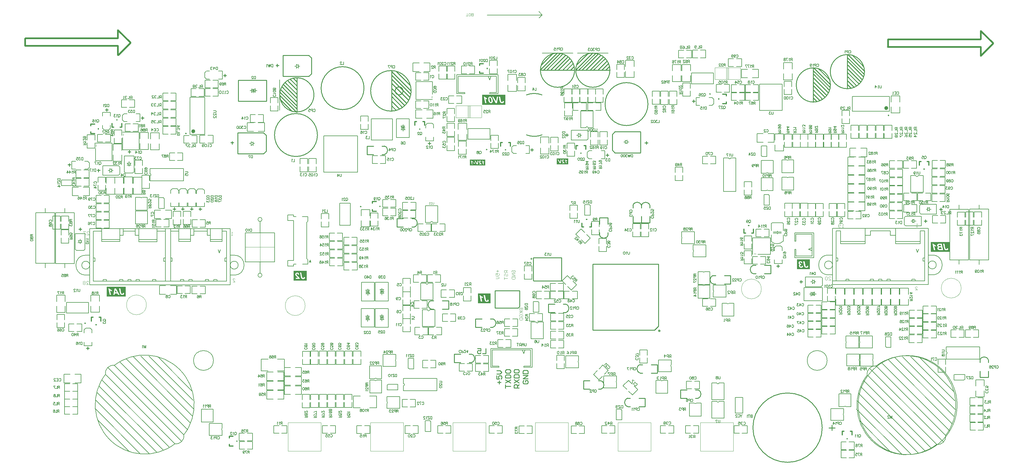
<source format=gbo>
%FSLAX42Y42*%
%MOMM*%
G71*
G01*
G75*
G04 Layer_Color=32896*
%ADD10C,0.25*%
%ADD11R,1.60X2.70*%
%ADD12R,2.70X1.60*%
%ADD13C,1.00*%
%ADD14C,0.25*%
%ADD15C,0.50*%
%ADD16C,0.30*%
%ADD17C,0.35*%
%ADD18C,1.00*%
%ADD19C,1.20*%
%ADD20C,0.20*%
%ADD21C,0.40*%
%ADD22C,0.80*%
%ADD23C,0.60*%
%ADD24O,2.40X2.00*%
%ADD25O,1.40X2.50*%
%ADD26R,1.40X2.50*%
%ADD27C,1.70*%
%ADD28R,2.50X1.40*%
%ADD29O,2.50X1.40*%
%ADD30O,2.00X2.30*%
%ADD31O,2.00X3.00*%
%ADD32P,2.71X8X292.5*%
%ADD33C,2.50*%
%ADD34O,1.20X2.50*%
%ADD35R,1.20X2.50*%
%ADD36C,3.00*%
%ADD37C,0.60*%
%ADD38C,0.80*%
%ADD39R,0.50X1.10*%
%ADD40R,1.30X1.30*%
%ADD41R,1.10X0.50*%
%ADD42R,1.30X1.30*%
%ADD43R,1.35X0.70*%
%ADD44R,1.80X0.70*%
G04:AMPARAMS|DCode=45|XSize=1.9mm|YSize=3.3mm|CornerRadius=0mm|HoleSize=0mm|Usage=FLASHONLY|Rotation=90.000|XOffset=0mm|YOffset=0mm|HoleType=Round|Shape=Octagon|*
%AMOCTAGOND45*
4,1,8,-1.65,-0.47,-1.65,0.47,-1.17,0.95,1.17,0.95,1.65,0.47,1.65,-0.47,1.17,-0.95,-1.17,-0.95,-1.65,-0.47,0.0*
%
%ADD45OCTAGOND45*%

%ADD46R,1.60X1.80*%
%ADD47R,1.80X1.60*%
%ADD48R,1.65X0.60*%
%ADD49R,1.80X1.60*%
%ADD50P,1.84X4X360.0*%
%ADD51P,1.84X4X90.0*%
%ADD52R,3.00X2.00*%
%ADD53R,1.80X2.70*%
%ADD54R,1.20X1.60*%
%ADD55R,1.80X2.00*%
%ADD56R,2.50X2.00*%
%ADD57R,1.20X3.50*%
%ADD58R,2.20X2.20*%
G04:AMPARAMS|DCode=59|XSize=2.2mm|YSize=2.2mm|CornerRadius=0.55mm|HoleSize=0mm|Usage=FLASHONLY|Rotation=270.000|XOffset=0mm|YOffset=0mm|HoleType=Round|Shape=RoundedRectangle|*
%AMROUNDEDRECTD59*
21,1,2.20,1.10,0,0,270.0*
21,1,1.10,2.20,0,0,270.0*
1,1,1.10,-0.55,-0.55*
1,1,1.10,-0.55,0.55*
1,1,1.10,0.55,0.55*
1,1,1.10,0.55,-0.55*
%
%ADD59ROUNDEDRECTD59*%
%ADD60R,2.00X1.80*%
G04:AMPARAMS|DCode=61|XSize=6mm|YSize=12.7mm|CornerRadius=1.5mm|HoleSize=0mm|Usage=FLASHONLY|Rotation=0.000|XOffset=0mm|YOffset=0mm|HoleType=Round|Shape=RoundedRectangle|*
%AMROUNDEDRECTD61*
21,1,6.00,9.70,0,0,0.0*
21,1,3.00,12.70,0,0,0.0*
1,1,3.00,1.50,-4.85*
1,1,3.00,-1.50,-4.85*
1,1,3.00,-1.50,4.85*
1,1,3.00,1.50,4.85*
%
%ADD61ROUNDEDRECTD61*%
%ADD62R,1.00X1.00*%
%ADD63R,1.30X1.00*%
%ADD64R,1.60X1.20*%
%ADD65R,2.60X1.60*%
%ADD66R,1.10X2.15*%
%ADD67R,1.10X2.15*%
%ADD68R,3.50X2.15*%
%ADD69R,2.15X3.50*%
%ADD70R,2.15X1.10*%
%ADD71R,2.15X1.10*%
%ADD72R,0.50X1.80*%
%ADD73O,0.50X1.80*%
%ADD74R,1.00X1.00*%
%ADD75R,1.00X1.30*%
%ADD76R,2.50X4.00*%
%ADD77O,1.80X0.55*%
%ADD78R,1.80X0.55*%
%ADD79R,2.50X3.30*%
%ADD80O,1.80X0.50*%
%ADD81R,1.80X0.50*%
G04:AMPARAMS|DCode=82|XSize=1.9mm|YSize=3.3mm|CornerRadius=0mm|HoleSize=0mm|Usage=FLASHONLY|Rotation=0.000|XOffset=0mm|YOffset=0mm|HoleType=Round|Shape=Octagon|*
%AMOCTAGOND82*
4,1,8,-0.47,1.65,0.47,1.65,0.95,1.17,0.95,-1.17,0.47,-1.65,-0.47,-1.65,-0.95,-1.17,-0.95,1.17,-0.47,1.65,0.0*
%
%ADD82OCTAGOND82*%

%ADD83R,0.70X1.80*%
%ADD84R,0.70X1.35*%
%ADD85R,5.80X6.20*%
%ADD86R,1.60X3.00*%
%ADD87R,1.27X0.50*%
%ADD88R,0.50X1.27*%
%ADD89R,1.60X1.80*%
G04:AMPARAMS|DCode=90|XSize=6mm|YSize=12.7mm|CornerRadius=1.5mm|HoleSize=0mm|Usage=FLASHONLY|Rotation=90.000|XOffset=0mm|YOffset=0mm|HoleType=Round|Shape=RoundedRectangle|*
%AMROUNDEDRECTD90*
21,1,6.00,9.70,0,0,90.0*
21,1,3.00,12.70,0,0,90.0*
1,1,3.00,4.85,1.50*
1,1,3.00,4.85,-1.50*
1,1,3.00,-4.85,-1.50*
1,1,3.00,-4.85,1.50*
%
%ADD90ROUNDEDRECTD90*%
%ADD91R,2.00X3.00*%
%ADD92R,1.00X4.50*%
%ADD93R,9.00X9.00*%
%ADD94R,0.25X2.00*%
%ADD95R,2.00X0.25*%
%ADD96R,1.90X1.60*%
%ADD97R,1.45X2.00*%
%ADD98O,1.60X0.25*%
%ADD99R,1.60X0.25*%
G04:AMPARAMS|DCode=100|XSize=5mm|YSize=1.6mm|CornerRadius=0.4mm|HoleSize=0mm|Usage=FLASHONLY|Rotation=90.000|XOffset=0mm|YOffset=0mm|HoleType=Round|Shape=RoundedRectangle|*
%AMROUNDEDRECTD100*
21,1,5.00,0.80,0,0,90.0*
21,1,4.20,1.60,0,0,90.0*
1,1,0.80,0.40,2.10*
1,1,0.80,0.40,-2.10*
1,1,0.80,-0.40,-2.10*
1,1,0.80,-0.40,2.10*
%
%ADD100ROUNDEDRECTD100*%
%ADD101R,0.60X1.65*%
%ADD102C,0.15*%
%ADD103R,6.05X6.05*%
%ADD104R,4.95X6.30*%
%ADD105R,1.57X1.19*%
%ADD106C,0.10*%
%ADD107C,0.13*%
%ADD108C,0.14*%
%ADD109R,4.76X1.25*%
%ADD110R,4.69X1.25*%
%ADD111R,1.25X4.69*%
%ADD112R,1.25X4.76*%
%ADD113C,0.19*%
%ADD114C,0.20*%
%ADD115C,0.05*%
%ADD116C,0.30*%
%ADD117C,0.12*%
%ADD118R,0.16X0.27*%
%ADD119R,0.15X0.19*%
%ADD120R,0.19X0.28*%
%ADD121R,0.05X0.15*%
%ADD122R,0.06X0.18*%
%ADD123R,0.10X0.24*%
%ADD124R,0.09X0.15*%
G36*
X28317Y6678D02*
X27743D01*
Y6976D01*
X28317D01*
Y6678D01*
D02*
G37*
G36*
X14850Y11135D02*
X14143D01*
Y11432D01*
X14850D01*
Y11135D01*
D02*
G37*
G36*
X24075Y6149D02*
X23683D01*
Y6446D01*
X24075D01*
Y6149D01*
D02*
G37*
G36*
X8825Y5804D02*
X8429D01*
Y6102D01*
X8825D01*
Y5804D01*
D02*
G37*
G36*
X3340Y5324D02*
X2766D01*
Y5622D01*
X3340D01*
Y5324D01*
D02*
G37*
G36*
X14393Y5118D02*
X14013D01*
Y5417D01*
X14393D01*
Y5118D01*
D02*
G37*
G36*
X16750Y9329D02*
X16402D01*
Y9505D01*
X16750D01*
Y9329D01*
D02*
G37*
G36*
X14235Y9294D02*
X13772D01*
Y9470D01*
X14235D01*
Y9294D01*
D02*
G37*
%LPC*%
G36*
X8660Y6047D02*
X8621D01*
X8646Y5930D01*
Y5930D01*
X8646Y5928D01*
X8647Y5926D01*
X8647Y5923D01*
X8648Y5919D01*
X8649Y5915D01*
X8651Y5910D01*
X8652Y5905D01*
X8656Y5895D01*
X8661Y5884D01*
X8663Y5880D01*
X8666Y5875D01*
X8668Y5871D01*
X8671Y5868D01*
X8671Y5867D01*
X8672Y5867D01*
X8673Y5866D01*
X8674Y5865D01*
X8676Y5864D01*
X8678Y5862D01*
X8680Y5861D01*
X8683Y5859D01*
X8686Y5858D01*
X8690Y5856D01*
X8694Y5855D01*
X8698Y5854D01*
X8703Y5853D01*
X8708Y5852D01*
X8714Y5851D01*
X8719Y5851D01*
X8722D01*
X8724Y5851D01*
X8726D01*
X8729Y5852D01*
X8735Y5853D01*
X8742Y5854D01*
X8748Y5856D01*
X8755Y5860D01*
X8758Y5861D01*
X8761Y5864D01*
Y5864D01*
X8761Y5864D01*
X8763Y5866D01*
X8765Y5869D01*
X8767Y5873D01*
X8770Y5878D01*
X8772Y5884D01*
X8774Y5890D01*
X8774Y5894D01*
X8774Y5898D01*
Y5899D01*
Y5899D01*
Y5900D01*
Y5901D01*
X8774Y5905D01*
X8774Y5909D01*
X8738Y5913D01*
Y5912D01*
Y5912D01*
X8738Y5911D01*
Y5909D01*
X8738Y5906D01*
Y5903D01*
Y5903D01*
Y5902D01*
X8738Y5900D01*
X8738Y5898D01*
X8737Y5896D01*
X8736Y5893D01*
X8735Y5891D01*
X8733Y5889D01*
X8733Y5889D01*
X8732Y5888D01*
X8731Y5888D01*
X8729Y5887D01*
X8727Y5886D01*
X8724Y5885D01*
X8721Y5885D01*
X8717Y5884D01*
X8716D01*
X8714Y5885D01*
X8712Y5885D01*
X8708Y5885D01*
X8705Y5886D01*
X8701Y5888D01*
X8698Y5890D01*
X8695Y5893D01*
X8695Y5893D01*
X8695Y5895D01*
X8694Y5896D01*
X8694Y5897D01*
X8693Y5899D01*
X8692Y5900D01*
X8691Y5903D01*
X8690Y5905D01*
X8690Y5909D01*
X8689Y5912D01*
X8688Y5916D01*
X8686Y5921D01*
X8685Y5926D01*
X8684Y5932D01*
X8660Y6047D01*
D02*
G37*
G36*
X23911Y6392D02*
X23872D01*
X23897Y6275D01*
Y6274D01*
X23897Y6273D01*
X23898Y6271D01*
X23898Y6267D01*
X23899Y6264D01*
X23900Y6259D01*
X23902Y6255D01*
X23903Y6250D01*
X23907Y6239D01*
X23912Y6229D01*
X23914Y6224D01*
X23917Y6220D01*
X23919Y6216D01*
X23922Y6212D01*
X23922Y6212D01*
X23923Y6212D01*
X23924Y6211D01*
X23925Y6210D01*
X23927Y6208D01*
X23929Y6207D01*
X23931Y6206D01*
X23934Y6204D01*
X23937Y6203D01*
X23941Y6201D01*
X23945Y6200D01*
X23949Y6198D01*
X23954Y6197D01*
X23959Y6196D01*
X23965Y6196D01*
X23970Y6196D01*
X23973D01*
X23975Y6196D01*
X23977D01*
X23980Y6196D01*
X23986Y6197D01*
X23993Y6199D01*
X23999Y6201D01*
X24006Y6204D01*
X24009Y6206D01*
X24012Y6208D01*
Y6209D01*
X24012Y6209D01*
X24014Y6211D01*
X24016Y6214D01*
X24018Y6218D01*
X24021Y6222D01*
X24023Y6228D01*
X24025Y6235D01*
X24025Y6239D01*
X24026Y6243D01*
Y6243D01*
Y6244D01*
Y6245D01*
Y6246D01*
X24025Y6249D01*
X24025Y6253D01*
X23989Y6257D01*
Y6257D01*
Y6256D01*
X23989Y6255D01*
Y6254D01*
X23989Y6251D01*
Y6248D01*
Y6247D01*
Y6246D01*
X23989Y6244D01*
X23989Y6242D01*
X23988Y6240D01*
X23987Y6238D01*
X23986Y6236D01*
X23984Y6234D01*
X23984Y6233D01*
X23983Y6233D01*
X23982Y6232D01*
X23980Y6231D01*
X23978Y6230D01*
X23975Y6230D01*
X23972Y6229D01*
X23968Y6229D01*
X23967D01*
X23965Y6229D01*
X23963Y6230D01*
X23959Y6230D01*
X23956Y6231D01*
X23952Y6233D01*
X23949Y6235D01*
X23946Y6238D01*
X23946Y6238D01*
X23946Y6239D01*
X23945Y6240D01*
X23945Y6242D01*
X23944Y6243D01*
X23943Y6245D01*
X23942Y6247D01*
X23941Y6250D01*
X23941Y6253D01*
X23940Y6257D01*
X23939Y6261D01*
X23937Y6266D01*
X23936Y6271D01*
X23935Y6276D01*
X23911Y6392D01*
D02*
G37*
G36*
X23787Y6393D02*
X23785D01*
X23783Y6392D01*
X23781Y6392D01*
X23778Y6392D01*
X23772Y6391D01*
X23766Y6389D01*
X23759Y6386D01*
X23756Y6385D01*
X23753Y6383D01*
X23750Y6380D01*
X23747Y6378D01*
X23747Y6377D01*
X23746Y6377D01*
X23746Y6376D01*
X23745Y6375D01*
X23744Y6374D01*
X23743Y6372D01*
X23740Y6368D01*
X23738Y6363D01*
X23735Y6357D01*
X23734Y6350D01*
X23733Y6346D01*
Y6342D01*
Y6342D01*
Y6342D01*
Y6341D01*
Y6340D01*
X23734Y6337D01*
X23734Y6333D01*
X23736Y6329D01*
X23737Y6324D01*
X23739Y6320D01*
X23742Y6315D01*
X23743Y6314D01*
X23744Y6313D01*
X23746Y6311D01*
X23748Y6308D01*
X23752Y6305D01*
X23756Y6302D01*
X23761Y6300D01*
X23766Y6297D01*
X23766Y6297D01*
X23764Y6296D01*
X23762Y6295D01*
X23759Y6293D01*
X23756Y6290D01*
X23753Y6288D01*
X23751Y6285D01*
X23748Y6281D01*
X23748Y6280D01*
X23747Y6279D01*
X23746Y6277D01*
X23745Y6274D01*
X23744Y6271D01*
X23743Y6267D01*
X23743Y6263D01*
X23742Y6259D01*
Y6259D01*
Y6259D01*
Y6257D01*
X23743Y6256D01*
X23743Y6254D01*
X23743Y6252D01*
X23744Y6247D01*
X23746Y6240D01*
X23749Y6234D01*
X23751Y6230D01*
X23753Y6227D01*
X23755Y6224D01*
X23758Y6220D01*
X23758Y6220D01*
X23758Y6219D01*
X23760Y6218D01*
X23761Y6216D01*
X23763Y6215D01*
X23766Y6213D01*
X23769Y6210D01*
X23772Y6208D01*
X23775Y6206D01*
X23780Y6203D01*
X23784Y6201D01*
X23789Y6200D01*
X23794Y6198D01*
X23799Y6197D01*
X23805Y6196D01*
X23811Y6196D01*
X23813D01*
X23815Y6196D01*
X23817D01*
X23819Y6197D01*
X23825Y6198D01*
X23831Y6199D01*
X23838Y6202D01*
X23845Y6205D01*
X23848Y6207D01*
X23851Y6210D01*
X23851Y6210D01*
X23852Y6210D01*
X23852Y6211D01*
X23854Y6212D01*
X23855Y6214D01*
X23856Y6215D01*
X23858Y6218D01*
X23859Y6220D01*
X23861Y6222D01*
X23863Y6225D01*
X23864Y6229D01*
X23866Y6232D01*
X23868Y6240D01*
X23869Y6245D01*
X23870Y6249D01*
X23834Y6254D01*
Y6254D01*
Y6253D01*
X23834Y6251D01*
X23833Y6249D01*
X23832Y6245D01*
X23831Y6242D01*
X23830Y6238D01*
X23828Y6235D01*
X23826Y6232D01*
X23826Y6232D01*
X23825Y6232D01*
X23824Y6231D01*
X23822Y6230D01*
X23820Y6228D01*
X23817Y6227D01*
X23814Y6227D01*
X23811Y6227D01*
X23808D01*
X23806Y6227D01*
X23803Y6228D01*
X23799Y6229D01*
X23796Y6230D01*
X23792Y6232D01*
X23789Y6235D01*
X23789Y6235D01*
X23787Y6237D01*
X23786Y6239D01*
X23785Y6241D01*
X23783Y6244D01*
X23782Y6248D01*
X23781Y6253D01*
X23780Y6257D01*
Y6258D01*
Y6259D01*
X23781Y6261D01*
X23781Y6264D01*
X23782Y6267D01*
X23783Y6270D01*
X23785Y6273D01*
X23787Y6276D01*
X23788Y6276D01*
X23789Y6277D01*
X23790Y6278D01*
X23792Y6280D01*
X23795Y6281D01*
X23798Y6282D01*
X23802Y6283D01*
X23806Y6283D01*
X23808D01*
X23810Y6283D01*
X23812Y6283D01*
X23805Y6314D01*
X23799D01*
X23796Y6314D01*
X23793Y6314D01*
X23789Y6315D01*
X23786Y6317D01*
X23782Y6319D01*
X23779Y6321D01*
X23778Y6321D01*
X23777Y6323D01*
X23776Y6324D01*
X23775Y6327D01*
X23773Y6330D01*
X23772Y6333D01*
X23771Y6337D01*
X23771Y6342D01*
Y6342D01*
Y6343D01*
X23771Y6345D01*
X23771Y6347D01*
X23772Y6350D01*
X23773Y6352D01*
X23775Y6355D01*
X23776Y6357D01*
X23777Y6357D01*
X23777Y6358D01*
X23778Y6359D01*
X23780Y6360D01*
X23782Y6361D01*
X23784Y6362D01*
X23787Y6362D01*
X23790Y6362D01*
X23792D01*
X23793Y6362D01*
X23795Y6362D01*
X23797Y6361D01*
X23800Y6360D01*
X23802Y6358D01*
X23805Y6356D01*
X23805Y6356D01*
X23806Y6355D01*
X23807Y6354D01*
X23808Y6352D01*
X23810Y6349D01*
X23812Y6345D01*
X23813Y6341D01*
X23815Y6336D01*
X23849Y6343D01*
Y6343D01*
X23849Y6344D01*
X23848Y6345D01*
X23848Y6346D01*
X23847Y6348D01*
X23846Y6350D01*
X23844Y6355D01*
X23842Y6360D01*
X23839Y6365D01*
X23835Y6371D01*
X23831Y6375D01*
X23830Y6376D01*
X23830Y6376D01*
X23829Y6377D01*
X23828Y6378D01*
X23826Y6379D01*
X23824Y6381D01*
X23821Y6382D01*
X23819Y6384D01*
X23816Y6386D01*
X23812Y6387D01*
X23805Y6390D01*
X23801Y6391D01*
X23797Y6392D01*
X23792Y6392D01*
X23787Y6393D01*
D02*
G37*
G36*
X8537Y6048D02*
X8535D01*
X8533Y6048D01*
X8531D01*
X8528Y6047D01*
X8522Y6046D01*
X8515Y6044D01*
X8508Y6042D01*
X8505Y6040D01*
X8501Y6038D01*
X8498Y6036D01*
X8495Y6033D01*
X8495Y6033D01*
X8495Y6033D01*
X8494Y6032D01*
X8493Y6031D01*
X8492Y6029D01*
X8490Y6028D01*
X8487Y6023D01*
X8485Y6018D01*
X8482Y6011D01*
X8480Y6004D01*
X8480Y6000D01*
X8480Y5996D01*
Y5996D01*
Y5994D01*
X8480Y5992D01*
X8480Y5989D01*
X8481Y5986D01*
X8482Y5982D01*
X8483Y5978D01*
X8485Y5973D01*
X8485Y5973D01*
X8485Y5971D01*
X8487Y5969D01*
X8488Y5966D01*
X8490Y5962D01*
X8493Y5958D01*
X8496Y5954D01*
X8500Y5949D01*
X8500Y5949D01*
X8501Y5947D01*
X8503Y5946D01*
X8506Y5943D01*
X8509Y5939D01*
X8514Y5935D01*
X8519Y5930D01*
X8525Y5924D01*
X8525Y5924D01*
X8526Y5923D01*
X8527Y5922D01*
X8528Y5921D01*
X8531Y5918D01*
X8534Y5915D01*
X8538Y5911D01*
X8542Y5907D01*
X8546Y5904D01*
X8548Y5901D01*
X8549Y5901D01*
X8549Y5900D01*
X8550Y5899D01*
X8552Y5897D01*
X8553Y5896D01*
X8555Y5894D01*
X8559Y5889D01*
X8493D01*
X8500Y5855D01*
X8616D01*
Y5855D01*
Y5855D01*
X8616Y5857D01*
X8615Y5860D01*
X8615Y5863D01*
X8613Y5867D01*
X8612Y5872D01*
X8610Y5877D01*
X8608Y5881D01*
Y5882D01*
X8608Y5882D01*
X8607Y5884D01*
X8606Y5886D01*
X8604Y5889D01*
X8601Y5893D01*
X8598Y5897D01*
X8596Y5901D01*
X8592Y5905D01*
X8591Y5906D01*
X8590Y5907D01*
X8588Y5910D01*
X8586Y5912D01*
X8584Y5914D01*
X8582Y5916D01*
X8579Y5919D01*
X8576Y5922D01*
X8573Y5925D01*
X8569Y5929D01*
X8565Y5932D01*
X8561Y5936D01*
X8557Y5941D01*
X8556Y5941D01*
X8556Y5942D01*
X8555Y5943D01*
X8553Y5944D01*
X8550Y5947D01*
X8546Y5951D01*
X8542Y5955D01*
X8538Y5959D01*
X8535Y5962D01*
X8533Y5964D01*
X8532Y5965D01*
X8532Y5966D01*
X8531Y5967D01*
X8529Y5969D01*
X8527Y5971D01*
X8525Y5974D01*
X8523Y5977D01*
X8521Y5980D01*
X8520Y5983D01*
X8519Y5983D01*
X8519Y5984D01*
X8519Y5985D01*
X8518Y5987D01*
X8517Y5992D01*
X8516Y5994D01*
Y5996D01*
Y5997D01*
Y5998D01*
X8516Y6000D01*
X8517Y6002D01*
X8518Y6005D01*
X8519Y6007D01*
X8520Y6010D01*
X8522Y6012D01*
X8522Y6013D01*
X8523Y6013D01*
X8524Y6014D01*
X8526Y6015D01*
X8528Y6016D01*
X8531Y6018D01*
X8533Y6018D01*
X8536Y6018D01*
X8538D01*
X8540Y6018D01*
X8542Y6018D01*
X8544Y6017D01*
X8547Y6015D01*
X8549Y6014D01*
X8552Y6011D01*
X8552Y6011D01*
X8553Y6010D01*
X8554Y6008D01*
X8556Y6006D01*
X8557Y6003D01*
X8559Y5998D01*
X8560Y5993D01*
X8562Y5987D01*
X8598Y5992D01*
Y5993D01*
X8598Y5994D01*
X8598Y5995D01*
X8598Y5997D01*
X8597Y5999D01*
X8596Y6002D01*
X8594Y6008D01*
X8591Y6014D01*
X8588Y6021D01*
X8584Y6028D01*
X8581Y6031D01*
X8578Y6034D01*
X8578Y6034D01*
X8577Y6034D01*
X8576Y6035D01*
X8575Y6036D01*
X8573Y6037D01*
X8572Y6038D01*
X8569Y6040D01*
X8567Y6041D01*
X8561Y6044D01*
X8554Y6046D01*
X8546Y6047D01*
X8542Y6048D01*
X8537Y6048D01*
D02*
G37*
G36*
X16592Y9475D02*
X16591D01*
X16589Y9475D01*
X16588D01*
X16586Y9475D01*
X16583Y9474D01*
X16579Y9473D01*
X16575Y9472D01*
X16573Y9471D01*
X16570Y9470D01*
X16569Y9468D01*
X16567Y9467D01*
X16567Y9466D01*
X16566Y9466D01*
X16566Y9466D01*
X16565Y9465D01*
X16565Y9464D01*
X16564Y9463D01*
X16562Y9460D01*
X16560Y9457D01*
X16559Y9453D01*
X16558Y9449D01*
X16558Y9447D01*
X16557Y9444D01*
Y9444D01*
Y9443D01*
X16558Y9442D01*
X16558Y9440D01*
X16558Y9438D01*
X16559Y9436D01*
X16559Y9433D01*
X16560Y9431D01*
X16561Y9430D01*
X16561Y9429D01*
X16562Y9428D01*
X16563Y9426D01*
X16564Y9424D01*
X16566Y9422D01*
X16567Y9419D01*
X16570Y9416D01*
X16570Y9416D01*
X16570Y9415D01*
X16572Y9414D01*
X16573Y9412D01*
X16575Y9410D01*
X16578Y9407D01*
X16581Y9404D01*
X16585Y9401D01*
X16585Y9401D01*
X16585Y9401D01*
X16586Y9400D01*
X16586Y9399D01*
X16588Y9398D01*
X16590Y9395D01*
X16593Y9393D01*
X16595Y9391D01*
X16597Y9389D01*
X16599Y9387D01*
X16599Y9387D01*
X16599Y9387D01*
X16600Y9386D01*
X16601Y9385D01*
X16602Y9384D01*
X16603Y9383D01*
X16605Y9380D01*
X16565D01*
X16570Y9359D01*
X16640D01*
Y9360D01*
Y9360D01*
X16639Y9361D01*
X16639Y9362D01*
X16638Y9364D01*
X16638Y9367D01*
X16637Y9370D01*
X16636Y9373D01*
X16635Y9375D01*
Y9376D01*
X16634Y9376D01*
X16634Y9377D01*
X16633Y9378D01*
X16632Y9380D01*
X16631Y9382D01*
X16629Y9385D01*
X16627Y9387D01*
X16625Y9390D01*
X16625Y9390D01*
X16624Y9391D01*
X16622Y9393D01*
X16621Y9394D01*
X16620Y9395D01*
X16619Y9396D01*
X16617Y9398D01*
X16615Y9400D01*
X16614Y9402D01*
X16611Y9404D01*
X16609Y9406D01*
X16607Y9408D01*
X16604Y9411D01*
X16604Y9411D01*
X16603Y9412D01*
X16603Y9412D01*
X16602Y9413D01*
X16600Y9415D01*
X16598Y9417D01*
X16595Y9420D01*
X16593Y9422D01*
X16591Y9424D01*
X16590Y9425D01*
X16589Y9426D01*
X16589Y9426D01*
X16588Y9427D01*
X16587Y9428D01*
X16586Y9429D01*
X16585Y9431D01*
X16584Y9433D01*
X16582Y9434D01*
X16582Y9436D01*
X16581Y9436D01*
X16581Y9437D01*
X16581Y9438D01*
X16580Y9439D01*
X16580Y9442D01*
X16579Y9443D01*
Y9444D01*
Y9445D01*
Y9446D01*
X16580Y9447D01*
X16580Y9448D01*
X16580Y9449D01*
X16581Y9451D01*
X16582Y9453D01*
X16583Y9454D01*
X16583Y9454D01*
X16583Y9454D01*
X16584Y9455D01*
X16585Y9456D01*
X16586Y9456D01*
X16588Y9457D01*
X16590Y9457D01*
X16592Y9458D01*
X16592D01*
X16593Y9457D01*
X16595Y9457D01*
X16596Y9457D01*
X16598Y9456D01*
X16599Y9455D01*
X16601Y9453D01*
X16601Y9453D01*
X16602Y9453D01*
X16602Y9452D01*
X16603Y9450D01*
X16604Y9448D01*
X16605Y9446D01*
X16606Y9443D01*
X16607Y9439D01*
X16629Y9442D01*
Y9442D01*
X16629Y9443D01*
X16628Y9444D01*
X16628Y9445D01*
X16628Y9446D01*
X16627Y9448D01*
X16626Y9451D01*
X16625Y9455D01*
X16623Y9459D01*
X16620Y9463D01*
X16618Y9465D01*
X16617Y9467D01*
X16616Y9467D01*
X16616Y9467D01*
X16615Y9468D01*
X16615Y9468D01*
X16614Y9469D01*
X16613Y9470D01*
X16611Y9470D01*
X16610Y9471D01*
X16606Y9473D01*
X16602Y9474D01*
X16597Y9475D01*
X16595Y9475D01*
X16592Y9475D01*
D02*
G37*
G36*
X14027Y9439D02*
X14003D01*
X13989Y9352D01*
X13941Y9439D01*
X13918D01*
X13981Y9324D01*
X14006D01*
X14027Y9439D01*
D02*
G37*
G36*
X16541Y9475D02*
X16518D01*
X16503Y9388D01*
X16456Y9475D01*
X16432D01*
X16496Y9359D01*
X16521D01*
X16541Y9475D01*
D02*
G37*
G36*
X16671Y9475D02*
X16657D01*
X16681Y9359D01*
X16704D01*
X16688Y9439D01*
X16688Y9439D01*
X16689Y9438D01*
X16690Y9438D01*
X16692Y9436D01*
X16695Y9435D01*
X16697Y9434D01*
X16700Y9432D01*
X16704Y9431D01*
X16704D01*
X16704Y9431D01*
X16705Y9430D01*
X16705Y9430D01*
X16707Y9430D01*
X16709Y9429D01*
X16712Y9428D01*
X16714Y9427D01*
X16717Y9426D01*
X16720Y9425D01*
X16716Y9446D01*
X16715Y9446D01*
X16715Y9446D01*
X16713Y9447D01*
X16711Y9448D01*
X16709Y9449D01*
X16706Y9451D01*
X16703Y9452D01*
X16699Y9454D01*
X16696Y9456D01*
X16692Y9459D01*
X16685Y9464D01*
X16681Y9466D01*
X16677Y9469D01*
X16674Y9472D01*
X16671Y9475D01*
D02*
G37*
G36*
X14156Y9440D02*
X14142D01*
X14167Y9324D01*
X14190D01*
X14173Y9404D01*
X14173Y9403D01*
X14174Y9403D01*
X14176Y9402D01*
X14178Y9401D01*
X14180Y9400D01*
X14183Y9398D01*
X14186Y9397D01*
X14189Y9395D01*
X14189D01*
X14190Y9395D01*
X14190Y9395D01*
X14191Y9394D01*
X14193Y9394D01*
X14195Y9393D01*
X14197Y9392D01*
X14200Y9391D01*
X14203Y9391D01*
X14206Y9390D01*
X14201Y9410D01*
X14201Y9410D01*
X14200Y9411D01*
X14199Y9411D01*
X14197Y9412D01*
X14194Y9414D01*
X14191Y9415D01*
X14188Y9417D01*
X14185Y9419D01*
X14181Y9421D01*
X14178Y9423D01*
X14170Y9428D01*
X14166Y9431D01*
X14163Y9434D01*
X14159Y9437D01*
X14156Y9440D01*
D02*
G37*
G36*
X14078D02*
X14076D01*
X14075Y9440D01*
X14074D01*
X14072Y9439D01*
X14068Y9439D01*
X14064Y9438D01*
X14060Y9436D01*
X14058Y9435D01*
X14056Y9434D01*
X14054Y9433D01*
X14052Y9431D01*
X14052Y9431D01*
X14052Y9431D01*
X14051Y9430D01*
X14051Y9429D01*
X14050Y9429D01*
X14049Y9428D01*
X14048Y9425D01*
X14046Y9422D01*
X14044Y9418D01*
X14043Y9414D01*
X14043Y9411D01*
X14043Y9409D01*
Y9408D01*
Y9408D01*
X14043Y9406D01*
X14043Y9405D01*
X14044Y9402D01*
X14044Y9400D01*
X14045Y9398D01*
X14046Y9395D01*
X14046Y9395D01*
X14046Y9394D01*
X14047Y9392D01*
X14048Y9391D01*
X14049Y9389D01*
X14051Y9386D01*
X14053Y9383D01*
X14055Y9380D01*
X14055Y9380D01*
X14056Y9379D01*
X14057Y9378D01*
X14059Y9377D01*
X14061Y9374D01*
X14063Y9372D01*
X14067Y9369D01*
X14070Y9365D01*
X14070Y9365D01*
X14071Y9365D01*
X14071Y9364D01*
X14072Y9364D01*
X14074Y9362D01*
X14076Y9360D01*
X14078Y9358D01*
X14081Y9355D01*
X14083Y9353D01*
X14084Y9352D01*
X14084Y9352D01*
X14085Y9351D01*
X14085Y9351D01*
X14086Y9350D01*
X14087Y9348D01*
X14088Y9347D01*
X14091Y9344D01*
X14051D01*
X14055Y9324D01*
X14125D01*
Y9324D01*
Y9324D01*
X14125Y9325D01*
X14125Y9327D01*
X14124Y9329D01*
X14123Y9331D01*
X14123Y9334D01*
X14121Y9337D01*
X14120Y9340D01*
Y9340D01*
X14120Y9340D01*
X14119Y9341D01*
X14119Y9343D01*
X14117Y9345D01*
X14116Y9347D01*
X14114Y9349D01*
X14113Y9352D01*
X14110Y9354D01*
X14110Y9355D01*
X14109Y9355D01*
X14108Y9357D01*
X14107Y9358D01*
X14106Y9359D01*
X14104Y9361D01*
X14103Y9362D01*
X14101Y9364D01*
X14099Y9366D01*
X14097Y9368D01*
X14094Y9370D01*
X14092Y9373D01*
X14089Y9376D01*
X14089Y9376D01*
X14089Y9376D01*
X14088Y9377D01*
X14087Y9377D01*
X14085Y9379D01*
X14083Y9381D01*
X14081Y9384D01*
X14078Y9386D01*
X14076Y9389D01*
X14075Y9389D01*
X14075Y9390D01*
X14074Y9390D01*
X14074Y9391D01*
X14073Y9392D01*
X14072Y9394D01*
X14070Y9395D01*
X14069Y9397D01*
X14068Y9399D01*
X14067Y9401D01*
X14067Y9401D01*
X14067Y9401D01*
X14066Y9402D01*
X14066Y9403D01*
X14065Y9406D01*
X14065Y9408D01*
Y9409D01*
Y9409D01*
Y9410D01*
X14065Y9411D01*
X14065Y9412D01*
X14066Y9414D01*
X14066Y9415D01*
X14067Y9417D01*
X14068Y9418D01*
X14069Y9419D01*
X14069Y9419D01*
X14070Y9420D01*
X14071Y9420D01*
X14072Y9421D01*
X14074Y9422D01*
X14075Y9422D01*
X14077Y9422D01*
X14078D01*
X14079Y9422D01*
X14080Y9422D01*
X14082Y9421D01*
X14083Y9420D01*
X14085Y9419D01*
X14086Y9418D01*
X14087Y9418D01*
X14087Y9417D01*
X14088Y9416D01*
X14089Y9415D01*
X14090Y9413D01*
X14091Y9410D01*
X14091Y9407D01*
X14092Y9403D01*
X14114Y9406D01*
Y9407D01*
X14114Y9407D01*
X14114Y9408D01*
X14114Y9409D01*
X14113Y9410D01*
X14113Y9412D01*
X14112Y9416D01*
X14110Y9420D01*
X14108Y9424D01*
X14105Y9428D01*
X14104Y9429D01*
X14102Y9431D01*
X14102Y9431D01*
X14101Y9432D01*
X14101Y9432D01*
X14100Y9433D01*
X14099Y9433D01*
X14098Y9434D01*
X14097Y9435D01*
X14095Y9436D01*
X14092Y9437D01*
X14088Y9438D01*
X14083Y9439D01*
X14080Y9440D01*
X14078Y9440D01*
D02*
G37*
G36*
X13927Y9376D02*
X13883D01*
X13888Y9355D01*
X13931D01*
X13927Y9376D01*
D02*
G37*
G36*
X13816Y9440D02*
X13802D01*
X13826Y9324D01*
X13849D01*
X13833Y9404D01*
X13833Y9403D01*
X13834Y9403D01*
X13835Y9402D01*
X13837Y9401D01*
X13840Y9400D01*
X13842Y9398D01*
X13845Y9397D01*
X13849Y9395D01*
X13849D01*
X13849Y9395D01*
X13850Y9395D01*
X13850Y9394D01*
X13852Y9394D01*
X13854Y9393D01*
X13857Y9392D01*
X13859Y9391D01*
X13862Y9391D01*
X13865Y9390D01*
X13861Y9410D01*
X13861Y9410D01*
X13860Y9411D01*
X13858Y9411D01*
X13856Y9412D01*
X13854Y9414D01*
X13851Y9415D01*
X13848Y9417D01*
X13844Y9419D01*
X13841Y9421D01*
X13837Y9423D01*
X13830Y9428D01*
X13826Y9431D01*
X13822Y9434D01*
X13819Y9437D01*
X13816Y9440D01*
D02*
G37*
G36*
X2840Y5568D02*
X2817D01*
X2857Y5375D01*
X2895D01*
X2868Y5508D01*
X2869Y5507D01*
X2870Y5506D01*
X2872Y5505D01*
X2876Y5503D01*
X2880Y5501D01*
X2884Y5499D01*
X2889Y5496D01*
X2895Y5494D01*
X2895D01*
X2895Y5493D01*
X2896Y5493D01*
X2898Y5492D01*
X2900Y5492D01*
X2904Y5490D01*
X2908Y5489D01*
X2913Y5487D01*
X2917Y5486D01*
X2922Y5485D01*
X2915Y5518D01*
X2915Y5519D01*
X2913Y5519D01*
X2910Y5521D01*
X2907Y5522D01*
X2903Y5524D01*
X2898Y5527D01*
X2893Y5529D01*
X2888Y5533D01*
X2882Y5536D01*
X2876Y5540D01*
X2863Y5548D01*
X2857Y5553D01*
X2851Y5558D01*
X2845Y5563D01*
X2840Y5568D01*
D02*
G37*
G36*
X3043Y5567D02*
X2998D01*
X2967Y5375D01*
X3004D01*
X3011Y5417D01*
X3087D01*
X3110Y5375D01*
X3151D01*
X3043Y5567D01*
D02*
G37*
G36*
X3175D02*
X3136D01*
X3161Y5450D01*
Y5450D01*
X3161Y5448D01*
X3161Y5446D01*
X3162Y5443D01*
X3163Y5439D01*
X3164Y5435D01*
X3166Y5430D01*
X3167Y5425D01*
X3171Y5414D01*
X3175Y5404D01*
X3178Y5400D01*
X3180Y5395D01*
X3183Y5391D01*
X3186Y5388D01*
X3186Y5387D01*
X3187Y5387D01*
X3188Y5386D01*
X3189Y5385D01*
X3191Y5384D01*
X3193Y5382D01*
X3195Y5381D01*
X3198Y5379D01*
X3201Y5378D01*
X3205Y5376D01*
X3209Y5375D01*
X3213Y5374D01*
X3218Y5373D01*
X3223Y5372D01*
X3228Y5371D01*
X3234Y5371D01*
X3237D01*
X3239Y5371D01*
X3241D01*
X3244Y5372D01*
X3250Y5373D01*
X3257Y5374D01*
X3263Y5376D01*
X3270Y5380D01*
X3273Y5381D01*
X3276Y5384D01*
Y5384D01*
X3276Y5384D01*
X3278Y5386D01*
X3280Y5389D01*
X3282Y5393D01*
X3285Y5398D01*
X3287Y5404D01*
X3289Y5410D01*
X3289Y5414D01*
X3289Y5418D01*
Y5419D01*
Y5419D01*
Y5420D01*
Y5421D01*
X3289Y5425D01*
X3289Y5429D01*
X3252Y5433D01*
Y5432D01*
Y5432D01*
X3253Y5431D01*
Y5429D01*
X3253Y5426D01*
Y5423D01*
Y5423D01*
Y5422D01*
X3253Y5420D01*
X3252Y5418D01*
X3252Y5416D01*
X3251Y5413D01*
X3250Y5411D01*
X3248Y5409D01*
X3247Y5409D01*
X3247Y5408D01*
X3245Y5407D01*
X3244Y5407D01*
X3242Y5406D01*
X3239Y5405D01*
X3235Y5405D01*
X3232Y5404D01*
X3231D01*
X3229Y5405D01*
X3226Y5405D01*
X3223Y5405D01*
X3220Y5406D01*
X3216Y5408D01*
X3213Y5410D01*
X3210Y5413D01*
X3210Y5413D01*
X3209Y5414D01*
X3209Y5416D01*
X3209Y5417D01*
X3208Y5419D01*
X3207Y5420D01*
X3206Y5423D01*
X3205Y5425D01*
X3204Y5429D01*
X3204Y5432D01*
X3202Y5436D01*
X3201Y5441D01*
X3200Y5446D01*
X3199Y5452D01*
X3175Y5567D01*
D02*
G37*
G36*
X14379Y11379D02*
X14377D01*
X14376Y11378D01*
X14374Y11378D01*
X14371Y11378D01*
X14366Y11377D01*
X14360Y11375D01*
X14357Y11373D01*
X14353Y11372D01*
X14350Y11370D01*
X14347Y11367D01*
X14344Y11365D01*
X14341Y11362D01*
X14341Y11361D01*
X14340Y11361D01*
X14340Y11360D01*
X14339Y11358D01*
X14338Y11357D01*
X14336Y11355D01*
X14335Y11352D01*
X14333Y11349D01*
X14332Y11346D01*
X14330Y11342D01*
X14329Y11338D01*
X14328Y11334D01*
X14327Y11329D01*
X14326Y11324D01*
X14326Y11318D01*
X14326Y11312D01*
Y11312D01*
Y11311D01*
Y11309D01*
X14326Y11307D01*
Y11304D01*
X14326Y11301D01*
X14327Y11297D01*
X14327Y11293D01*
X14328Y11289D01*
X14328Y11284D01*
X14329Y11279D01*
X14330Y11273D01*
X14333Y11262D01*
X14337Y11250D01*
Y11249D01*
X14338Y11248D01*
X14338Y11246D01*
X14339Y11244D01*
X14340Y11241D01*
X14341Y11238D01*
X14343Y11235D01*
X14345Y11231D01*
X14349Y11223D01*
X14354Y11214D01*
X14360Y11206D01*
X14363Y11203D01*
X14367Y11199D01*
X14367Y11199D01*
X14367Y11198D01*
X14368Y11198D01*
X14370Y11197D01*
X14372Y11195D01*
X14374Y11194D01*
X14376Y11192D01*
X14379Y11191D01*
X14385Y11187D01*
X14392Y11184D01*
X14396Y11183D01*
X14400Y11183D01*
X14404Y11182D01*
X14409Y11182D01*
X14411D01*
X14413Y11182D01*
X14415Y11182D01*
X14417Y11183D01*
X14422Y11184D01*
X14428Y11186D01*
X14432Y11187D01*
X14435Y11189D01*
X14438Y11191D01*
X14441Y11193D01*
X14444Y11196D01*
X14447Y11199D01*
X14448Y11199D01*
X14448Y11199D01*
X14449Y11200D01*
X14450Y11202D01*
X14451Y11204D01*
X14452Y11206D01*
X14454Y11208D01*
X14455Y11211D01*
X14456Y11214D01*
X14458Y11218D01*
X14459Y11222D01*
X14460Y11226D01*
X14461Y11231D01*
X14462Y11236D01*
X14462Y11242D01*
X14462Y11248D01*
Y11248D01*
Y11249D01*
Y11251D01*
X14462Y11253D01*
Y11255D01*
X14462Y11259D01*
X14461Y11262D01*
X14461Y11266D01*
X14461Y11270D01*
X14460Y11275D01*
X14458Y11285D01*
X14456Y11295D01*
X14453Y11307D01*
X14452Y11307D01*
X14452Y11308D01*
X14451Y11310D01*
X14451Y11312D01*
X14449Y11316D01*
X14448Y11319D01*
X14446Y11323D01*
X14444Y11327D01*
X14440Y11336D01*
X14434Y11345D01*
X14428Y11353D01*
X14425Y11357D01*
X14422Y11361D01*
X14421Y11361D01*
X14421Y11362D01*
X14420Y11363D01*
X14418Y11364D01*
X14416Y11365D01*
X14414Y11366D01*
X14412Y11368D01*
X14409Y11370D01*
X14403Y11373D01*
X14396Y11376D01*
X14392Y11377D01*
X14388Y11378D01*
X14384Y11378D01*
X14379Y11379D01*
D02*
G37*
G36*
X14216D02*
X14193D01*
X14234Y11185D01*
X14272D01*
X14244Y11318D01*
X14245Y11318D01*
X14246Y11317D01*
X14248Y11316D01*
X14252Y11314D01*
X14256Y11312D01*
X14261Y11309D01*
X14265Y11307D01*
X14271Y11304D01*
X14271D01*
X14272Y11304D01*
X14273Y11304D01*
X14274Y11303D01*
X14277Y11302D01*
X14280Y11301D01*
X14285Y11299D01*
X14289Y11298D01*
X14294Y11297D01*
X14298Y11295D01*
X14291Y11329D01*
X14291Y11329D01*
X14289Y11330D01*
X14287Y11331D01*
X14283Y11333D01*
X14279Y11335D01*
X14275Y11337D01*
X14269Y11340D01*
X14264Y11343D01*
X14258Y11347D01*
X14252Y11351D01*
X14239Y11359D01*
X14233Y11363D01*
X14227Y11368D01*
X14222Y11373D01*
X14216Y11379D01*
D02*
G37*
G36*
X14628Y11378D02*
X14589D01*
X14564Y11232D01*
X14485Y11378D01*
X14446D01*
X14552Y11185D01*
X14594D01*
X14628Y11378D01*
D02*
G37*
G36*
X14686D02*
X14647D01*
X14671Y11261D01*
Y11260D01*
X14672Y11259D01*
X14672Y11257D01*
X14673Y11253D01*
X14674Y11250D01*
X14675Y11245D01*
X14677Y11241D01*
X14678Y11236D01*
X14682Y11225D01*
X14686Y11215D01*
X14689Y11210D01*
X14691Y11206D01*
X14694Y11202D01*
X14697Y11198D01*
X14697Y11198D01*
X14697Y11198D01*
X14699Y11197D01*
X14700Y11196D01*
X14702Y11194D01*
X14704Y11193D01*
X14706Y11192D01*
X14709Y11190D01*
X14712Y11189D01*
X14716Y11187D01*
X14719Y11186D01*
X14724Y11184D01*
X14728Y11183D01*
X14734Y11182D01*
X14739Y11182D01*
X14745Y11182D01*
X14748D01*
X14750Y11182D01*
X14752D01*
X14755Y11182D01*
X14761Y11183D01*
X14767Y11185D01*
X14774Y11187D01*
X14781Y11190D01*
X14784Y11192D01*
X14786Y11194D01*
Y11195D01*
X14787Y11195D01*
X14789Y11197D01*
X14791Y11200D01*
X14793Y11204D01*
X14796Y11209D01*
X14798Y11214D01*
X14800Y11221D01*
X14800Y11225D01*
X14800Y11229D01*
Y11229D01*
Y11230D01*
Y11231D01*
Y11232D01*
X14800Y11235D01*
X14800Y11239D01*
X14763Y11243D01*
Y11243D01*
Y11242D01*
X14764Y11241D01*
Y11240D01*
X14764Y11237D01*
Y11234D01*
Y11233D01*
Y11232D01*
X14764Y11230D01*
X14763Y11228D01*
X14763Y11226D01*
X14762Y11224D01*
X14760Y11222D01*
X14759Y11220D01*
X14758Y11219D01*
X14758Y11219D01*
X14756Y11218D01*
X14755Y11217D01*
X14753Y11216D01*
X14750Y11216D01*
X14746Y11215D01*
X14743Y11215D01*
X14742D01*
X14740Y11215D01*
X14737Y11216D01*
X14734Y11216D01*
X14731Y11217D01*
X14727Y11219D01*
X14724Y11221D01*
X14721Y11224D01*
X14721Y11224D01*
X14720Y11225D01*
X14720Y11226D01*
X14719Y11228D01*
X14719Y11229D01*
X14718Y11231D01*
X14717Y11233D01*
X14716Y11236D01*
X14715Y11239D01*
X14714Y11243D01*
X14713Y11247D01*
X14712Y11252D01*
X14711Y11257D01*
X14710Y11262D01*
X14686Y11378D01*
D02*
G37*
G36*
X28152Y6921D02*
X28113D01*
X28138Y6804D01*
Y6803D01*
X28138Y6802D01*
X28139Y6800D01*
X28139Y6796D01*
X28140Y6793D01*
X28141Y6789D01*
X28143Y6784D01*
X28144Y6779D01*
X28148Y6768D01*
X28153Y6758D01*
X28155Y6753D01*
X28158Y6749D01*
X28160Y6745D01*
X28163Y6741D01*
X28163Y6741D01*
X28164Y6741D01*
X28165Y6740D01*
X28166Y6739D01*
X28168Y6738D01*
X28170Y6736D01*
X28172Y6735D01*
X28175Y6733D01*
X28178Y6732D01*
X28182Y6730D01*
X28186Y6729D01*
X28190Y6728D01*
X28195Y6726D01*
X28200Y6726D01*
X28206Y6725D01*
X28211Y6725D01*
X28214D01*
X28216Y6725D01*
X28218D01*
X28221Y6726D01*
X28227Y6726D01*
X28234Y6728D01*
X28240Y6730D01*
X28247Y6733D01*
X28250Y6735D01*
X28253Y6738D01*
Y6738D01*
X28253Y6738D01*
X28255Y6740D01*
X28257Y6743D01*
X28259Y6747D01*
X28262Y6752D01*
X28264Y6757D01*
X28266Y6764D01*
X28266Y6768D01*
X28266Y6772D01*
Y6772D01*
Y6773D01*
Y6774D01*
Y6775D01*
X28266Y6779D01*
X28266Y6782D01*
X28230Y6786D01*
Y6786D01*
Y6786D01*
X28230Y6784D01*
Y6783D01*
X28230Y6780D01*
Y6777D01*
Y6777D01*
Y6775D01*
X28230Y6774D01*
X28230Y6772D01*
X28229Y6769D01*
X28228Y6767D01*
X28227Y6765D01*
X28225Y6763D01*
X28225Y6762D01*
X28224Y6762D01*
X28223Y6761D01*
X28221Y6760D01*
X28219Y6760D01*
X28216Y6759D01*
X28213Y6758D01*
X28209Y6758D01*
X28208D01*
X28206Y6758D01*
X28204Y6759D01*
X28200Y6759D01*
X28197Y6760D01*
X28193Y6762D01*
X28190Y6764D01*
X28187Y6767D01*
X28187Y6767D01*
X28187Y6768D01*
X28186Y6769D01*
X28186Y6771D01*
X28185Y6772D01*
X28184Y6774D01*
X28183Y6777D01*
X28182Y6779D01*
X28182Y6782D01*
X28181Y6786D01*
X28180Y6790D01*
X28178Y6795D01*
X28177Y6800D01*
X28176Y6805D01*
X28152Y6921D01*
D02*
G37*
G36*
X28074D02*
X28001D01*
X27996Y6921D01*
X27991D01*
X27987Y6920D01*
X27982Y6920D01*
X27980Y6920D01*
X27978Y6919D01*
X27978D01*
X27976Y6919D01*
X27973Y6919D01*
X27970Y6918D01*
X27966Y6916D01*
X27962Y6915D01*
X27958Y6914D01*
X27954Y6912D01*
X27954Y6911D01*
X27953Y6910D01*
X27951Y6909D01*
X27949Y6907D01*
X27946Y6905D01*
X27944Y6902D01*
X27941Y6899D01*
X27939Y6896D01*
X27939Y6895D01*
X27938Y6894D01*
X27938Y6892D01*
X27937Y6889D01*
X27936Y6886D01*
X27935Y6883D01*
X27934Y6878D01*
X27934Y6874D01*
Y6874D01*
Y6873D01*
Y6873D01*
Y6871D01*
X27935Y6868D01*
X27935Y6865D01*
X27936Y6860D01*
X27938Y6856D01*
X27940Y6851D01*
X27943Y6846D01*
X27943Y6846D01*
X27945Y6844D01*
X27947Y6842D01*
X27950Y6839D01*
X27954Y6837D01*
X27958Y6834D01*
X27964Y6831D01*
X27970Y6828D01*
X27970D01*
X27970Y6828D01*
X27968Y6827D01*
X27965Y6827D01*
X27962Y6825D01*
X27958Y6823D01*
X27955Y6820D01*
X27951Y6818D01*
X27948Y6814D01*
X27947Y6813D01*
X27946Y6812D01*
X27945Y6810D01*
X27943Y6807D01*
X27942Y6803D01*
X27940Y6800D01*
X27939Y6795D01*
X27939Y6790D01*
Y6790D01*
Y6789D01*
Y6789D01*
Y6787D01*
X27939Y6786D01*
X27940Y6784D01*
X27940Y6780D01*
X27941Y6775D01*
X27943Y6769D01*
X27946Y6763D01*
X27949Y6757D01*
Y6757D01*
X27950Y6757D01*
X27951Y6755D01*
X27953Y6752D01*
X27956Y6749D01*
X27960Y6745D01*
X27965Y6742D01*
X27970Y6738D01*
X27976Y6735D01*
X27977D01*
X27977Y6735D01*
X27978Y6735D01*
X27979Y6734D01*
X27981Y6734D01*
X27983Y6733D01*
X27986Y6733D01*
X27989Y6732D01*
X27992Y6731D01*
X27995Y6731D01*
X27999Y6730D01*
X28004Y6730D01*
X28008Y6729D01*
X28013Y6729D01*
X28018Y6728D01*
X28114D01*
X28074Y6921D01*
D02*
G37*
G36*
X14228Y5361D02*
X14189D01*
X14213Y5244D01*
Y5244D01*
X14214Y5242D01*
X14214Y5240D01*
X14215Y5237D01*
X14216Y5233D01*
X14217Y5229D01*
X14219Y5224D01*
X14220Y5219D01*
X14224Y5209D01*
X14228Y5198D01*
X14231Y5194D01*
X14233Y5189D01*
X14236Y5185D01*
X14239Y5182D01*
X14239Y5182D01*
X14239Y5181D01*
X14241Y5180D01*
X14242Y5179D01*
X14243Y5178D01*
X14246Y5177D01*
X14248Y5175D01*
X14251Y5174D01*
X14254Y5172D01*
X14258Y5171D01*
X14261Y5169D01*
X14266Y5168D01*
X14270Y5167D01*
X14276Y5166D01*
X14281Y5166D01*
X14287Y5165D01*
X14290D01*
X14292Y5166D01*
X14294D01*
X14296Y5166D01*
X14303Y5167D01*
X14309Y5169D01*
X14316Y5171D01*
X14323Y5174D01*
X14326Y5176D01*
X14328Y5178D01*
Y5178D01*
X14329Y5179D01*
X14330Y5180D01*
X14333Y5183D01*
X14335Y5187D01*
X14338Y5192D01*
X14340Y5198D01*
X14342Y5205D01*
X14342Y5208D01*
X14342Y5213D01*
Y5213D01*
Y5213D01*
Y5214D01*
Y5215D01*
X14342Y5219D01*
X14342Y5223D01*
X14305Y5227D01*
Y5227D01*
Y5226D01*
X14306Y5225D01*
Y5223D01*
X14306Y5220D01*
Y5217D01*
Y5217D01*
Y5216D01*
X14306Y5214D01*
X14305Y5212D01*
X14305Y5210D01*
X14304Y5208D01*
X14302Y5205D01*
X14301Y5203D01*
X14300Y5203D01*
X14300Y5203D01*
X14298Y5202D01*
X14296Y5201D01*
X14294Y5200D01*
X14292Y5199D01*
X14288Y5199D01*
X14284Y5198D01*
X14284D01*
X14282Y5199D01*
X14279Y5199D01*
X14276Y5200D01*
X14272Y5201D01*
X14269Y5202D01*
X14266Y5204D01*
X14263Y5207D01*
X14263Y5208D01*
X14262Y5209D01*
X14262Y5210D01*
X14261Y5211D01*
X14261Y5213D01*
X14260Y5215D01*
X14259Y5217D01*
X14258Y5220D01*
X14257Y5223D01*
X14256Y5226D01*
X14255Y5230D01*
X14254Y5235D01*
X14253Y5240D01*
X14252Y5246D01*
X14228Y5361D01*
D02*
G37*
G36*
X14087Y5362D02*
X14064D01*
X14104Y5169D01*
X14142D01*
X14115Y5302D01*
X14115Y5302D01*
X14117Y5301D01*
X14119Y5299D01*
X14122Y5297D01*
X14126Y5295D01*
X14131Y5293D01*
X14136Y5290D01*
X14142Y5288D01*
X14142D01*
X14142Y5288D01*
X14143Y5287D01*
X14144Y5287D01*
X14147Y5286D01*
X14151Y5284D01*
X14155Y5283D01*
X14159Y5281D01*
X14164Y5280D01*
X14169Y5279D01*
X14162Y5313D01*
X14161Y5313D01*
X14160Y5314D01*
X14157Y5315D01*
X14154Y5317D01*
X14150Y5319D01*
X14145Y5321D01*
X14140Y5324D01*
X14134Y5327D01*
X14128Y5330D01*
X14122Y5334D01*
X14110Y5343D01*
X14103Y5347D01*
X14098Y5352D01*
X14092Y5357D01*
X14087Y5362D01*
D02*
G37*
G36*
X27817Y6922D02*
X27794D01*
X27835Y6728D01*
X27873D01*
X27845Y6861D01*
X27846Y6861D01*
X27847Y6860D01*
X27849Y6859D01*
X27853Y6857D01*
X27857Y6855D01*
X27861Y6852D01*
X27866Y6850D01*
X27872Y6847D01*
X27872D01*
X27873Y6847D01*
X27873Y6847D01*
X27875Y6846D01*
X27878Y6845D01*
X27881Y6844D01*
X27885Y6842D01*
X27890Y6841D01*
X27895Y6840D01*
X27899Y6839D01*
X27892Y6872D01*
X27892Y6873D01*
X27890Y6873D01*
X27888Y6874D01*
X27884Y6876D01*
X27880Y6878D01*
X27876Y6880D01*
X27870Y6883D01*
X27865Y6886D01*
X27859Y6890D01*
X27853Y6894D01*
X27840Y6902D01*
X27834Y6907D01*
X27828Y6912D01*
X27823Y6916D01*
X27817Y6922D01*
D02*
G37*
%LPD*%
G36*
X28051Y6843D02*
X28017D01*
X28013Y6843D01*
X28009D01*
X28004Y6844D01*
X27999Y6844D01*
X27995Y6845D01*
X27991Y6846D01*
X27991Y6846D01*
X27990Y6846D01*
X27988Y6847D01*
X27986Y6848D01*
X27984Y6849D01*
X27982Y6851D01*
X27979Y6853D01*
X27978Y6855D01*
X27977Y6855D01*
X27977Y6856D01*
X27976Y6858D01*
X27975Y6859D01*
X27975Y6861D01*
X27974Y6864D01*
X27973Y6866D01*
X27973Y6869D01*
Y6870D01*
Y6871D01*
X27973Y6872D01*
X27974Y6874D01*
X27974Y6875D01*
X27975Y6878D01*
X27976Y6880D01*
X27977Y6881D01*
X27978Y6882D01*
X27978Y6882D01*
X27979Y6883D01*
X27980Y6884D01*
X27982Y6885D01*
X27984Y6886D01*
X27987Y6887D01*
X27989Y6888D01*
X27990D01*
X27990Y6888D01*
X27992D01*
X27994Y6888D01*
X27996D01*
X28000Y6889D01*
X28041D01*
X28051Y6843D01*
D02*
G37*
G36*
X14384Y11348D02*
X14387Y11347D01*
X14390Y11346D01*
X14393Y11344D01*
X14396Y11342D01*
X14399Y11339D01*
Y11339D01*
X14399Y11338D01*
X14400Y11337D01*
X14401Y11336D01*
X14402Y11334D01*
X14403Y11333D01*
X14404Y11330D01*
X14405Y11327D01*
X14407Y11324D01*
X14409Y11321D01*
X14410Y11317D01*
X14412Y11312D01*
X14414Y11307D01*
X14415Y11302D01*
X14417Y11296D01*
X14419Y11290D01*
Y11289D01*
X14419Y11288D01*
X14419Y11287D01*
X14420Y11285D01*
X14420Y11282D01*
X14421Y11279D01*
X14422Y11276D01*
X14422Y11272D01*
X14423Y11264D01*
X14425Y11256D01*
X14425Y11248D01*
X14426Y11240D01*
Y11240D01*
Y11240D01*
Y11238D01*
X14425Y11235D01*
X14425Y11232D01*
X14425Y11228D01*
X14424Y11224D01*
X14422Y11221D01*
X14421Y11218D01*
X14420Y11218D01*
X14420Y11217D01*
X14419Y11216D01*
X14417Y11215D01*
X14415Y11214D01*
X14413Y11213D01*
X14411Y11212D01*
X14408Y11212D01*
X14407D01*
X14406Y11212D01*
X14404Y11213D01*
X14401Y11213D01*
X14398Y11214D01*
X14395Y11216D01*
X14392Y11218D01*
X14389Y11222D01*
Y11222D01*
X14388Y11222D01*
X14388Y11223D01*
X14387Y11224D01*
X14386Y11226D01*
X14385Y11228D01*
X14384Y11230D01*
X14382Y11233D01*
X14381Y11236D01*
X14379Y11240D01*
X14378Y11244D01*
X14376Y11249D01*
X14374Y11254D01*
X14373Y11260D01*
X14371Y11266D01*
X14369Y11273D01*
Y11273D01*
X14369Y11274D01*
X14369Y11276D01*
X14368Y11278D01*
X14368Y11281D01*
X14367Y11283D01*
X14367Y11287D01*
X14366Y11291D01*
X14365Y11298D01*
X14364Y11306D01*
X14363Y11314D01*
X14362Y11317D01*
Y11321D01*
Y11321D01*
Y11322D01*
Y11323D01*
X14363Y11326D01*
X14363Y11329D01*
X14364Y11333D01*
X14365Y11336D01*
X14366Y11339D01*
X14368Y11342D01*
X14368Y11342D01*
X14369Y11343D01*
X14370Y11344D01*
X14371Y11345D01*
X14373Y11346D01*
X14375Y11348D01*
X14378Y11348D01*
X14381Y11348D01*
X14383D01*
X14384Y11348D01*
D02*
G37*
G36*
X28068Y6760D02*
X28024D01*
X28022Y6760D01*
X28017D01*
X28011Y6760D01*
X28006Y6761D01*
X28001Y6762D01*
X27999Y6762D01*
X27998Y6762D01*
X27997Y6763D01*
X27996Y6763D01*
X27995Y6764D01*
X27993Y6765D01*
X27991Y6766D01*
X27989Y6768D01*
X27987Y6770D01*
X27984Y6772D01*
X27984Y6773D01*
X27984Y6774D01*
X27983Y6775D01*
X27982Y6777D01*
X27981Y6779D01*
X27980Y6782D01*
X27980Y6784D01*
X27979Y6787D01*
Y6788D01*
Y6789D01*
X27980Y6791D01*
X27980Y6793D01*
X27981Y6796D01*
X27983Y6798D01*
X27984Y6801D01*
X27987Y6803D01*
X27987Y6803D01*
X27988Y6804D01*
X27990Y6805D01*
X27992Y6806D01*
X27996Y6808D01*
X28000Y6809D01*
X28004Y6809D01*
X28010Y6810D01*
X28058D01*
X28068Y6760D01*
D02*
G37*
G36*
X3069Y5449D02*
X3016D01*
X3027Y5527D01*
X3069Y5449D01*
D02*
G37*
D10*
X9150Y10216D02*
G03*
X9150Y10216I-650J0D01*
G01*
X10562Y11636D02*
G03*
X10562Y11636I-650J0D01*
G01*
X24449Y1351D02*
G03*
X24449Y1351I-1050J0D01*
G01*
X24698Y11732D02*
G03*
X24698Y11732I-518J0D01*
G01*
X15487Y10219D02*
G03*
X15956Y10220I234J606D01*
G01*
X15954Y11432D02*
G03*
X15487Y11432I-233J-607D01*
G01*
X19168Y11153D02*
G03*
X19168Y11153I-650J0D01*
G01*
X18015Y12180D02*
G03*
X18015Y12180I-518J0D01*
G01*
X9045Y11433D02*
G03*
X9045Y11433I-518J0D01*
G01*
X19535Y4285D02*
G03*
X19535Y4285I-23J0D01*
G01*
X11991Y11554D02*
G03*
X11991Y11554I-614J0D01*
G01*
X25730Y12136D02*
G03*
X25730Y12136I-518J0D01*
G01*
X16945Y12180D02*
G03*
X16945Y12180I-518J0D01*
G01*
X15691Y5821D02*
X15691Y6463D01*
X16549Y5828D02*
Y6461D01*
X15691Y6416D02*
Y6501D01*
Y6501D01*
X16544Y6501D01*
X16549Y6496D01*
X16549Y5816D02*
X16549Y6496D01*
X16549Y5816D02*
X16549Y5798D01*
X15704D02*
X16549D01*
X15691Y5811D02*
X15704Y5798D01*
X15691Y5821D02*
X15691Y5811D01*
X7597Y9729D02*
Y10207D01*
Y10197D02*
Y10207D01*
X7518Y10287D02*
X7597Y10207D01*
X7518Y9649D02*
X7597Y9729D01*
Y10187D02*
Y10197D01*
X6738Y9660D02*
Y10277D01*
Y10287D02*
X7518D01*
X6738Y9649D02*
X7518D01*
X24742Y1265D02*
Y1425D01*
X24651Y1344D02*
X24836D01*
X8967Y12074D02*
Y12551D01*
Y12541D02*
Y12551D01*
X8887Y12631D02*
X8967Y12551D01*
X8887Y11994D02*
X8967Y12074D01*
Y12531D02*
Y12541D01*
X8107Y12004D02*
Y12621D01*
X8107Y12631D02*
X8887D01*
X8107Y11994D02*
X8887Y11994D01*
X24180Y11222D02*
Y12232D01*
Y11342D02*
Y11362D01*
Y11342D02*
X24290Y11232D01*
X24180Y11462D02*
Y11482D01*
Y11462D02*
X24380Y11262D01*
X24180Y11572D02*
X24190D01*
X24450Y11312D01*
X24180Y11712D02*
Y11722D01*
Y11712D02*
X24530Y11362D01*
X24180Y11812D02*
X24190D01*
X24580Y11422D01*
X24180Y11932D02*
X24190D01*
X24630Y11492D01*
X24180Y12052D02*
X24190D01*
X24660Y11582D01*
X24180Y12162D02*
X24180D01*
X24690Y11652D01*
X24180Y12252D02*
X24190D01*
X24698Y11744D01*
X24330Y12232D02*
X24680Y11882D01*
X18165Y10315D02*
X18945D01*
X18165Y9677D02*
X18945D01*
Y9688D02*
Y10305D01*
X18085Y9767D02*
Y9777D01*
Y10235D02*
X18165Y10315D01*
X18085Y9757D02*
X18165Y9677D01*
X18085Y9757D02*
Y9767D01*
Y9757D02*
Y10235D01*
X6751Y11875D02*
X6872D01*
X6751Y11341D02*
Y11875D01*
Y11237D02*
Y11341D01*
Y11237D02*
X6997D01*
X6831Y11875D02*
X7611D01*
X6831Y11237D02*
X7611D01*
Y11247D02*
Y11864D01*
X6751Y11327D02*
Y11337D01*
Y11317D02*
Y11327D01*
Y11317D02*
Y11795D01*
X16997Y12180D02*
X18007D01*
X17867D02*
X17887D01*
X17997Y12290D01*
X17747Y12180D02*
X17767D01*
X17967Y12380D01*
X17657Y12180D02*
Y12190D01*
X17917Y12450D01*
X17507Y12180D02*
X17517D01*
X17867Y12530D01*
X17417Y12180D02*
Y12190D01*
X17807Y12580D01*
X17297Y12180D02*
Y12190D01*
X17737Y12630D01*
X17177Y12180D02*
Y12190D01*
X17647Y12660D01*
X17067Y12180D02*
Y12180D01*
X17577Y12690D01*
X16977Y12180D02*
Y12190D01*
X17485Y12698D01*
X16997Y12330D02*
X17347Y12680D01*
X8027Y11283D02*
X8377Y10933D01*
X8009Y11420D02*
X8517Y10913D01*
X8527D01*
X8017Y11513D02*
X8527Y11003D01*
X8527D01*
X8047Y11583D02*
X8517Y11113D01*
X8527D01*
X8077Y11673D02*
X8517Y11233D01*
X8527D01*
X8127Y11743D02*
X8517Y11353D01*
X8527D01*
X8177Y11803D02*
X8527Y11453D01*
Y11443D02*
Y11453D01*
X8257Y11853D02*
X8517Y11593D01*
X8527D01*
X8327Y11903D02*
X8527Y11703D01*
Y11683D02*
Y11703D01*
X8417Y11933D02*
X8527Y11823D01*
Y11803D02*
Y11823D01*
Y10933D02*
Y11943D01*
X19369Y4309D02*
X19489Y4429D01*
X19489Y6309D02*
X19489Y4429D01*
X17499Y6309D02*
X19489D01*
X17499Y4309D02*
Y6309D01*
Y4309D02*
X19369D01*
X11396Y10934D02*
Y12164D01*
Y11104D02*
X11526Y10974D01*
X11407Y11234D02*
X11407D01*
X11636Y11004D01*
X11396Y11374D02*
X11407D01*
X11717Y11064D01*
X11396Y11484D02*
X11417D01*
X11786Y11114D01*
X11396Y11614D02*
X11417D01*
X11846Y11184D01*
X11396Y11784D02*
X11896Y11284D01*
X11907D01*
X11396Y11904D02*
X11407D01*
X11946Y11364D01*
X11396Y12024D02*
X11407D01*
X11976Y11454D01*
X11396Y12134D02*
X11407D01*
X11986Y11554D01*
X11526Y12144D02*
X11536D01*
X11967Y11714D01*
X25212Y11626D02*
Y12636D01*
Y11746D02*
Y11766D01*
Y11746D02*
X25322Y11636D01*
X25212Y11866D02*
Y11886D01*
Y11866D02*
X25412Y11666D01*
X25212Y11976D02*
X25222D01*
X25482Y11716D01*
X25212Y12116D02*
Y12126D01*
Y12116D02*
X25562Y11766D01*
X25212Y12216D02*
X25222D01*
X25612Y11826D01*
X25212Y12336D02*
X25222D01*
X25662Y11896D01*
X25212Y12456D02*
X25222D01*
X25692Y11986D01*
X25212Y12566D02*
X25212D01*
X25722Y12056D01*
X25212Y12656D02*
X25222D01*
X25730Y12148D01*
X25362Y12636D02*
X25712Y12286D01*
X15927Y12180D02*
X16937D01*
X16797D02*
X16817D01*
X16927Y12290D01*
X16677Y12180D02*
X16697D01*
X16897Y12380D01*
X16587Y12180D02*
Y12190D01*
X16847Y12450D01*
X16437Y12180D02*
X16447D01*
X16797Y12530D01*
X16347Y12180D02*
Y12190D01*
X16737Y12580D01*
X16227Y12180D02*
Y12190D01*
X16667Y12630D01*
X16107Y12180D02*
Y12190D01*
X16577Y12660D01*
X15997Y12180D02*
Y12180D01*
X16507Y12690D01*
X15907Y12180D02*
Y12190D01*
X16415Y12698D01*
X15927Y12330D02*
X16277Y12680D01*
X15274Y5021D02*
Y5499D01*
X15245D02*
X15274D01*
X14534Y4973D02*
X14534Y5460D01*
X14562Y5499D02*
X15245D01*
X14534Y5460D02*
Y5499D01*
X14562D01*
X14534Y4973D02*
X15222D01*
X15225D01*
X15274Y5021D01*
X14256Y3744D02*
Y3592D01*
X14154D01*
X14002Y3744D02*
X14103D01*
Y3668D01*
X14053Y3693D01*
X14027D01*
X14002Y3668D01*
Y3617D01*
X14027Y3592D01*
X14078D01*
X14103Y3617D01*
X14657Y2675D02*
Y2776D01*
X14606Y2725D02*
X14708D01*
X14581Y2929D02*
Y2827D01*
X14657D01*
X14632Y2878D01*
Y2903D01*
X14657Y2929D01*
X14708D01*
X14733Y2903D01*
Y2852D01*
X14708Y2827D01*
X14581Y2979D02*
X14683D01*
X14733Y3030D01*
X14683Y3081D01*
X14581D01*
X14850Y2550D02*
Y2652D01*
Y2601D01*
X15003D01*
X14850Y2703D02*
X15003Y2804D01*
X14850D02*
X15003Y2703D01*
X14850Y2855D02*
X15003D01*
Y2931D01*
X14977Y2956D01*
X14876D01*
X14850Y2931D01*
Y2855D01*
Y3083D02*
Y3033D01*
X14876Y3007D01*
X14977D01*
X15003Y3033D01*
Y3083D01*
X14977Y3109D01*
X14876D01*
X14850Y3083D01*
X15264Y2558D02*
X15112D01*
Y2634D01*
X15137Y2659D01*
X15188D01*
X15213Y2634D01*
Y2558D01*
Y2609D02*
X15264Y2659D01*
X15112Y2710D02*
X15264Y2812D01*
X15112D02*
X15264Y2710D01*
X15112Y2862D02*
X15264D01*
Y2939D01*
X15239Y2964D01*
X15137D01*
X15112Y2939D01*
Y2862D01*
Y3091D02*
Y3040D01*
X15137Y3015D01*
X15239D01*
X15264Y3040D01*
Y3091D01*
X15239Y3116D01*
X15137D01*
X15112Y3091D01*
X15401Y2784D02*
X15376Y2758D01*
Y2708D01*
X15401Y2682D01*
X15503D01*
X15528Y2708D01*
Y2758D01*
X15503Y2784D01*
X15452D01*
Y2733D01*
X15528Y2835D02*
X15376D01*
X15528Y2936D01*
X15376D01*
Y2987D02*
X15528D01*
Y3063D01*
X15503Y3089D01*
X15401D01*
X15376Y3063D01*
Y2987D01*
D14*
X5176Y10264D02*
G03*
X5176Y10264I-12J0D01*
G01*
X21144Y5959D02*
G03*
X21146Y5704I39J-127D01*
G01*
X17741Y2517D02*
G03*
X17739Y2771I-39J127D01*
G01*
X18553Y2243D02*
G03*
X18555Y1988I39J-127D01*
G01*
X14467Y4392D02*
G03*
X14465Y4646I-39J127D01*
G01*
X13824Y3323D02*
G03*
X13822Y3577I-39J127D01*
G01*
X2119Y4513D02*
G03*
X2119Y4513I-12J0D01*
G01*
X10473Y8049D02*
G03*
X10473Y8049I-12J0D01*
G01*
X20682Y2241D02*
G03*
X20680Y2495I-39J127D01*
G01*
X16678Y4838D02*
G03*
X16676Y5092I-39J127D01*
G01*
X14291Y9777D02*
G03*
X14291Y9777I-12J0D01*
G01*
X12597Y5197D02*
G03*
X12599Y4942I39J-127D01*
G01*
X12084Y7427D02*
G03*
X12082Y7681I-39J127D01*
G01*
X21061Y11460D02*
G03*
X21061Y11460I-12J0D01*
G01*
X18927Y3261D02*
G03*
X18929Y3007I39J-127D01*
G01*
X19226Y8085D02*
G03*
X18972Y8083I-127J-39D01*
G01*
X18968Y8087D02*
G03*
X18714Y8085I-127J-39D01*
G01*
X22361Y6268D02*
G03*
X22363Y6014I39J-127D01*
G01*
X17703Y7183D02*
G03*
X17957Y7185I127J39D01*
G01*
X11183Y9627D02*
G03*
X11181Y9881I-39J127D01*
G01*
X11746Y11554D02*
G03*
X11746Y11554I-120J0D01*
G01*
X29485Y3401D02*
G03*
X29231Y3399I-127J-39D01*
G01*
X26468Y10811D02*
G03*
X26468Y10811I-12J0D01*
G01*
X21670Y5705D02*
X21670Y5959D01*
X21480Y5705D02*
X21670Y5705D01*
X21480Y5959D02*
X21670Y5959D01*
X21143Y5959D02*
X21220Y5959D01*
X21146Y5704D02*
X21220Y5705D01*
X17215Y2517D02*
X17215Y2771D01*
X17215D02*
X17405Y2771D01*
X17215Y2517D02*
X17405Y2517D01*
X17664Y2517D02*
X17741Y2517D01*
X17664Y2771D02*
X17739Y2771D01*
X19080Y1989D02*
X19080Y2243D01*
X18889Y1989D02*
X19080Y1989D01*
X18889Y2243D02*
X19080Y2243D01*
X18553Y2243D02*
X18630Y2243D01*
X18555Y1988D02*
X18630Y1988D01*
X20508Y11245D02*
X20593D01*
X20549Y11201D02*
Y11286D01*
X16710Y10171D02*
Y10257D01*
X16670Y10215D02*
X16755D01*
X3404Y9709D02*
X3489D01*
X3448Y9665D02*
Y9750D01*
X13940Y4392D02*
X13940Y4646D01*
X13940Y4646D02*
X14131Y4646D01*
X13940Y4392D02*
X14131Y4392D01*
X14390Y4392D02*
X14467Y4392D01*
X14390Y4646D02*
X14465Y4646D01*
X2514Y9102D02*
Y9187D01*
X2473Y9146D02*
X2559D01*
X28044Y7922D02*
Y8007D01*
X28000Y7963D02*
X28085D01*
X13298Y3322D02*
X13298Y3576D01*
X13298Y3576D02*
X13488Y3576D01*
X13298Y3322D02*
X13488Y3322D01*
X13748Y3322D02*
X13825Y3322D01*
X13748Y3577D02*
X13822Y3577D01*
X1918Y7362D02*
X2003Y7362D01*
X1962Y7318D02*
Y7403D01*
X5027Y7977D02*
X5112D01*
X5068Y7936D02*
Y8021D01*
X27582Y7564D02*
Y7649D01*
X27538Y7605D02*
X27623D01*
X6563Y9940D02*
Y10025D01*
X6522Y9984D02*
X6608D01*
X1628Y9271D02*
Y9356D01*
X1588Y9315D02*
X1673D01*
X20606Y2495D02*
X20680Y2495D01*
X20606Y2240D02*
X20683Y2240D01*
X20156Y2240D02*
X20346Y2240D01*
X20156Y2494D02*
X20346Y2494D01*
X20156Y2240D02*
X20156Y2494D01*
X16602Y5092D02*
X16676Y5092D01*
X16602Y4837D02*
X16679Y4837D01*
X16152Y4837D02*
X16342Y4837D01*
X16152Y5091D02*
X16342Y5091D01*
X16152Y4837D02*
X16152Y5091D01*
X13123Y4943D02*
X13123Y5197D01*
X12933Y4943D02*
X13123Y4943D01*
X12933Y5197D02*
X13123Y5197D01*
X12596Y5197D02*
X12673Y5197D01*
X12599Y4942D02*
X12673Y4943D01*
X4773Y7977D02*
X4858D01*
X4814Y7936D02*
Y8021D01*
X12008Y7681D02*
X12082Y7681D01*
X12008Y7427D02*
X12085Y7427D01*
X11558Y7427D02*
X11748Y7427D01*
X11558Y7681D02*
X11748Y7681D01*
X11558Y7427D02*
X11558Y7681D01*
X5554Y7975D02*
X5639D01*
X5595Y7934D02*
Y8019D01*
X5293Y7977D02*
X5378D01*
X5335Y7936D02*
Y8021D01*
X2146Y3753D02*
X2231D01*
X2187Y3712D02*
X2187Y3797D01*
X7932Y12284D02*
Y12369D01*
X7892Y12328D02*
X7977D01*
X23766Y5775D02*
X23851D01*
X23807Y5732D02*
Y5817D01*
X2766Y10937D02*
Y11022D01*
X2722Y10981D02*
X2807D01*
X12543Y9923D02*
Y10008D01*
X12502Y9963D02*
X12587D01*
X3804Y10731D02*
X3889D01*
X3848Y10690D02*
Y10775D01*
X19453Y3007D02*
X19453Y3261D01*
X19262Y3007D02*
X19453Y3007D01*
X19262Y3261D02*
X19453Y3261D01*
X18926Y3261D02*
X19003Y3261D01*
X18929Y3007D02*
X19003Y3007D01*
X18973Y7559D02*
X19227Y7559D01*
X18973Y7749D02*
X18973Y7559D01*
X19227Y7749D02*
X19227Y7559D01*
X19227Y8086D02*
X19227Y8009D01*
X18972Y8083D02*
X18972Y8009D01*
X18715Y7560D02*
X18969Y7560D01*
X18715Y7751D02*
X18715Y7560D01*
X18969Y7751D02*
X18969Y7560D01*
X18969Y8087D02*
X18969Y8010D01*
X18714Y8085D02*
X18714Y8010D01*
X17893Y9608D02*
X17978D01*
X17937Y9567D02*
Y9652D01*
X23068Y6247D02*
X23153D01*
X23109Y6206D02*
Y6292D01*
X19074Y9981D02*
X19160D01*
X19119Y9940D02*
Y10025D01*
X15654Y9727D02*
Y9812D01*
X15610Y9768D02*
X15695D01*
X22887Y6015D02*
X22887Y6269D01*
X22697Y6015D02*
X22887Y6015D01*
X22697Y6269D02*
X22887Y6269D01*
X22360Y6269D02*
X22437Y6269D01*
X22363Y6014D02*
X22437Y6014D01*
X17703Y7709D02*
X17957Y7709D01*
Y7709D02*
X17957Y7519D01*
X17703Y7709D02*
X17703Y7519D01*
X17703Y7259D02*
X17703Y7182D01*
X17957Y7259D02*
X17957Y7185D01*
X11106Y9881D02*
X11181Y9881D01*
X11106Y9627D02*
X11183Y9627D01*
X10656Y9627D02*
X10847Y9627D01*
X10656Y9881D02*
X10847Y9881D01*
X10656Y9627D02*
X10656Y9881D01*
X29231Y3399D02*
X29231Y3325D01*
X29486Y3402D02*
X29486Y3325D01*
X29486Y3065D02*
X29486Y2875D01*
X29232Y3065D02*
X29232Y2875D01*
X29232Y2875D02*
X29486Y2875D01*
X6345Y11980D02*
Y12065D01*
X6301Y12021D02*
X6386D01*
D15*
X26442Y12885D02*
Y13112D01*
X26441Y12884D02*
X26442Y12885D01*
X26441Y12884D02*
X29254D01*
X29256Y12882D01*
Y12612D02*
Y12882D01*
Y12612D02*
X29626Y12982D01*
Y12998D01*
X29256Y13368D02*
X29626Y12998D01*
X29256Y13120D02*
Y13368D01*
X29251Y13115D02*
X29256Y13120D01*
X26442Y13115D02*
X29251D01*
X293Y12920D02*
Y13141D01*
X294Y12919D02*
X3102D01*
X3105Y12916D01*
Y12642D02*
Y12916D01*
Y12642D02*
X3106Y12641D01*
X3116D01*
X3481Y13006D01*
Y13019D01*
X3105Y13395D02*
X3481Y13019D01*
X3105Y13148D02*
Y13395D01*
X3103Y13146D02*
X3105Y13148D01*
X304Y13146D02*
X3103D01*
D20*
X15654Y6466D02*
G03*
X15654Y6466I-19J0D01*
G01*
X22904Y6990D02*
G03*
X23268Y7003I175J185D01*
G01*
X11756Y2622D02*
G03*
X11756Y2686I0J32D01*
G01*
X15778Y4554D02*
G03*
X15841Y4554I32J0D01*
G01*
X27289Y8987D02*
G03*
X27353Y8987I32J0D01*
G01*
X21256Y2708D02*
G03*
X21320Y2708I32J0D01*
G01*
X12437Y5727D02*
G03*
X12501Y5727I32J0D01*
G01*
X12489Y4921D02*
G03*
X12553Y4921I32J0D01*
G01*
X21259Y2152D02*
G03*
X21323Y2152I32J0D01*
G01*
X17352Y10437D02*
G03*
X17288Y10437I-32J0D01*
G01*
X4073Y8980D02*
G03*
X4073Y9043I0J32D01*
G01*
X21613Y9525D02*
G03*
X21676Y9525I32J0D01*
G01*
X12644Y7564D02*
G03*
X12581Y7564I-32J0D01*
G01*
X27786Y5980D02*
G03*
X27786Y6580I0J300D01*
G01*
X24641Y6580D02*
G03*
X24641Y5980I0J-300D01*
G01*
X27906Y6280D02*
G03*
X27906Y6280I-120J0D01*
G01*
X24760D02*
G03*
X24760Y6280I-120J0D01*
G01*
X6628Y5974D02*
G03*
X6628Y6574I0J300D01*
G01*
X2129Y6574D02*
G03*
X2129Y5974I0J-300D01*
G01*
X6748Y6274D02*
G03*
X6748Y6274I-120J0D01*
G01*
X2248D02*
G03*
X2248Y6274I-120J0D01*
G01*
X28538Y2035D02*
G03*
X28538Y2035I-1500J0D01*
G01*
X28205Y3583D02*
G03*
X28205Y3646I0J32D01*
G01*
X17768Y1183D02*
Y1413D01*
X18168Y1183D02*
Y1413D01*
X17768Y1183D02*
X17928D01*
X18008D02*
X18168D01*
X17768Y1413D02*
X17928D01*
X18008D02*
X18168D01*
X20303Y1183D02*
Y1413D01*
X20703Y1183D02*
Y1413D01*
X20303Y1183D02*
X20463D01*
X20543D02*
X20703D01*
X20303Y1413D02*
X20463D01*
X20543D02*
X20703D01*
X16404Y3541D02*
X16634D01*
X16404Y3141D02*
X16634D01*
X16404Y3381D02*
Y3541D01*
Y3141D02*
Y3301D01*
X16634Y3381D02*
Y3541D01*
Y3141D02*
Y3301D01*
X16803Y7693D02*
X17033D01*
X16803Y8093D02*
X17033D01*
Y7693D02*
Y7853D01*
Y7933D02*
Y8093D01*
X16803Y7693D02*
Y7853D01*
Y7933D02*
Y8093D01*
X16616Y3764D02*
Y3994D01*
X16216Y3764D02*
Y3994D01*
X16456D02*
X16616D01*
X16216D02*
X16376D01*
X16456Y3764D02*
X16616D01*
X16216D02*
X16376D01*
X13577Y5191D02*
X13807D01*
X13577Y5591D02*
X13807D01*
Y5191D02*
Y5351D01*
Y5431D02*
Y5591D01*
X13577Y5191D02*
Y5351D01*
Y5431D02*
Y5591D01*
X20092Y12555D02*
Y12785D01*
X20492Y12555D02*
Y12785D01*
X20092Y12555D02*
X20252D01*
X20332D02*
X20492D01*
X20092Y12785D02*
X20252D01*
X20332D02*
X20492D01*
X22502Y6598D02*
X22879D01*
X22341D02*
Y7098D01*
X22879D01*
Y6598D02*
Y7098D01*
X1466Y2705D02*
X1656D01*
X1796D02*
X1986D01*
X1466Y2965D02*
X1656D01*
X1796D02*
X1986D01*
X1466Y2705D02*
Y2965D01*
X1986Y2705D02*
Y2965D01*
X27906Y4315D02*
Y4545D01*
X27506Y4315D02*
Y4545D01*
X27746D02*
X27906D01*
X27506D02*
X27666D01*
X27746Y4315D02*
X27906D01*
X27506D02*
X27666D01*
X15406Y3181D02*
X15656D01*
X15406D02*
Y3216D01*
X15606D01*
X15609D02*
Y3706D01*
X15526D02*
X15606D01*
X14946D02*
X15546D01*
X14446Y3216D02*
Y3706D01*
Y3216D02*
X14655D01*
X14906Y3751D02*
X15531D01*
X15656Y3181D02*
Y3751D01*
X14406Y3181D02*
Y3751D01*
X15531D02*
X15656D01*
X14655Y3181D02*
Y3216D01*
X14406Y3181D02*
X14655D01*
X15404Y3597D02*
X15442Y3698D01*
X15366D02*
X15404Y3597D01*
X14406Y3751D02*
X14906D01*
X14446Y3706D02*
X14946D01*
X26539Y11213D02*
Y11403D01*
Y10883D02*
Y11073D01*
X26799Y11213D02*
Y11403D01*
Y10883D02*
Y11073D01*
X26539Y11403D02*
X26799D01*
X26539Y10883D02*
X26799D01*
X4463Y10245D02*
Y10475D01*
X4863Y10245D02*
Y10475D01*
X4463Y10245D02*
X4623D01*
X4703D02*
X4863D01*
X4463Y10475D02*
X4623D01*
X4703D02*
X4863D01*
X4463Y10498D02*
Y10728D01*
X4863Y10498D02*
Y10728D01*
X4463Y10498D02*
X4623D01*
X4703D02*
X4863D01*
X4463Y10728D02*
X4623D01*
X4703D02*
X4863D01*
X4463Y10750D02*
Y10980D01*
X4863Y10750D02*
Y10980D01*
X4463Y10750D02*
X4623D01*
X4703D02*
X4863D01*
X4463Y10980D02*
X4623D01*
X4703D02*
X4863D01*
X4463Y11003D02*
Y11233D01*
X4863Y11003D02*
Y11233D01*
X4463Y11003D02*
X4623D01*
X4703D02*
X4863D01*
X4463Y11233D02*
X4623D01*
X4703D02*
X4863D01*
X4463Y11255D02*
Y11485D01*
X4863Y11255D02*
Y11485D01*
X4463Y11255D02*
X4623D01*
X4703D02*
X4863D01*
X4463Y11485D02*
X4623D01*
X4703D02*
X4863D01*
X3214Y11051D02*
Y11281D01*
X3614Y11051D02*
Y11281D01*
X3214Y11051D02*
X3374D01*
X3454D02*
X3614D01*
X3214Y11281D02*
X3374D01*
X3454D02*
X3614D01*
X5501Y9971D02*
Y10201D01*
X5101Y9971D02*
Y10201D01*
X5341D02*
X5501D01*
X5101D02*
X5261D01*
X5341Y9971D02*
X5501D01*
X5101D02*
X5261D01*
X5317Y11389D02*
Y11619D01*
X5717Y11389D02*
Y11619D01*
X5317Y11389D02*
X5477D01*
X5557D02*
X5717D01*
X5317Y11619D02*
X5477D01*
X5557D02*
X5717D01*
X5736Y10230D02*
Y11360D01*
X5286Y10230D02*
Y11360D01*
X5736D01*
X5447Y10230D02*
X5736D01*
X5286D02*
X5447D01*
X5986Y9974D02*
Y10204D01*
X5586Y9974D02*
Y10204D01*
X5826D02*
X5986D01*
X5586D02*
X5746D01*
X5826Y9974D02*
X5986D01*
X5586D02*
X5746D01*
X20821Y5023D02*
X20981D01*
X21061D02*
X21221D01*
X20821Y5253D02*
X20981D01*
X21061D02*
X21221D01*
X20821Y5023D02*
Y5253D01*
X21221Y5023D02*
Y5253D01*
X13688Y3293D02*
X13848D01*
X13448D02*
X13608D01*
X13688Y3063D02*
X13848D01*
X13448D02*
X13608D01*
X13848D02*
Y3293D01*
X13448Y3063D02*
Y3293D01*
X16561Y5797D02*
X16675Y5684D01*
X16731Y5627D02*
X16844Y5514D01*
X16724Y5959D02*
X16837Y5846D01*
X16894Y5790D02*
X17007Y5677D01*
X16561Y5797D02*
X16724Y5959D01*
X16844Y5514D02*
X17007Y5677D01*
X17682Y2801D02*
X17795Y2914D01*
X17851Y2971D02*
X17965Y3084D01*
X17519Y2964D02*
X17632Y3077D01*
X17689Y3133D02*
X17802Y3246D01*
X17519Y2964D02*
X17682Y2801D01*
X17802Y3246D02*
X17965Y3084D01*
X23619Y6501D02*
X23619Y6751D01*
X23654D01*
Y6551D02*
Y6751D01*
Y6551D02*
X24144D01*
Y6631D01*
X24144Y7211D02*
X24144Y6611D01*
X23654Y7211D02*
X24144D01*
X23654Y7003D02*
Y7211D01*
X24189Y6626D02*
Y7251D01*
X23619Y6501D02*
X24189Y6501D01*
X23619Y7251D02*
X24189D01*
Y6501D02*
Y6626D01*
X23619Y7003D02*
X23654D01*
X23619D02*
Y7251D01*
X24035Y6754D02*
X24136Y6716D01*
X24035Y6754D02*
X24136Y6792D01*
X24841Y5178D02*
Y5338D01*
Y5418D02*
Y5578D01*
X24611Y5178D02*
Y5338D01*
Y5418D02*
Y5578D01*
Y5178D02*
X24841D01*
X24611Y5578D02*
X24841D01*
X11295Y4394D02*
Y4446D01*
X11214Y4394D02*
X11295D01*
X10901D02*
Y4461D01*
Y4394D02*
X10956D01*
X11295Y4433D02*
Y4961D01*
X10941Y4394D02*
X11256D01*
X10901Y4434D02*
Y4961D01*
X11295D01*
X11049Y4631D02*
X11089Y4686D01*
X11117D02*
X11164Y4631D01*
X11104Y4585D02*
Y4790D01*
X11049Y4631D02*
X11164D01*
X11049Y4689D02*
X11167D01*
X11042Y4741D02*
X11089Y4686D01*
X11117D02*
X11157Y4741D01*
X11042D02*
X11157D01*
X26888Y8691D02*
Y8921D01*
X26488Y8691D02*
Y8921D01*
X26728D02*
X26888D01*
X26488D02*
X26648D01*
X26728Y8691D02*
X26888D01*
X26488D02*
X26648D01*
X28176Y8965D02*
Y9195D01*
X27776Y8965D02*
Y9195D01*
X28016D02*
X28176D01*
X27776D02*
X27936D01*
X28016Y8965D02*
X28176D01*
X27776D02*
X27936D01*
X26726Y9178D02*
X26886D01*
X26486D02*
X26646D01*
X26726Y8948D02*
X26886D01*
X26486D02*
X26646D01*
X26886D02*
Y9178D01*
X26486Y8948D02*
Y9178D01*
X3620Y9052D02*
X3850D01*
X3620Y9452D02*
X3850D01*
Y9052D02*
Y9212D01*
Y9292D02*
Y9452D01*
X3620Y9052D02*
Y9212D01*
Y9292D02*
Y9452D01*
X2442Y7907D02*
Y8137D01*
X2842Y7907D02*
Y8137D01*
X2442Y7907D02*
X2602D01*
X2682D02*
X2842D01*
X2442Y8137D02*
X2602D01*
X2682D02*
X2842D01*
X8148Y3074D02*
Y3424D01*
X7448Y3074D02*
Y3424D01*
X7938D02*
X8148D01*
X7448D02*
X7658D01*
X7938Y3074D02*
X8148D01*
X7448D02*
X7658D01*
X8669Y2915D02*
Y3175D01*
X8149Y2915D02*
Y3175D01*
X8479D02*
X8669D01*
X8149D02*
X8339D01*
X8479Y2915D02*
X8669D01*
X8149D02*
X8339D01*
X8136Y2776D02*
Y3036D01*
X7616Y2776D02*
Y3036D01*
X7946D02*
X8136D01*
X7616D02*
X7806D01*
X7946Y2776D02*
X8136D01*
X7616D02*
X7806D01*
X8669Y2636D02*
Y2896D01*
X8149Y2636D02*
Y2896D01*
X8479D02*
X8669D01*
X8149D02*
X8339D01*
X8479Y2636D02*
X8669D01*
X8149D02*
X8339D01*
X8136Y2496D02*
Y2756D01*
X7616Y2496D02*
Y2756D01*
X7946D02*
X8136D01*
X7616D02*
X7806D01*
X7946Y2496D02*
X8136D01*
X7616D02*
X7806D01*
X8669Y2357D02*
Y2617D01*
X8149Y2357D02*
Y2617D01*
X8479D02*
X8669D01*
X8149D02*
X8339D01*
X8479Y2357D02*
X8669D01*
X8149D02*
X8339D01*
X8136Y2217D02*
Y2477D01*
X7616Y2217D02*
Y2477D01*
X7946D02*
X8136D01*
X7616D02*
X7806D01*
X7946Y2217D02*
X8136D01*
X7616D02*
X7806D01*
X21112Y11116D02*
X21160Y11164D01*
X20625Y11114D02*
X20740D01*
X20625Y11354D02*
X20740D01*
X20625Y11114D02*
Y11354D01*
X21015Y11114D02*
X21108D01*
X21160Y11164D02*
Y11304D01*
X21015Y11354D02*
X21108D01*
X21110Y11353D02*
X21160Y11304D01*
X21237Y11516D02*
X21397D01*
X21477D02*
X21637D01*
X21237Y11746D02*
X21397D01*
X21477D02*
X21637D01*
X21237Y11516D02*
Y11746D01*
X21637Y11516D02*
Y11746D01*
X11366Y7997D02*
X11526D01*
X11126D02*
X11286D01*
X11366Y7767D02*
X11526D01*
X11126D02*
X11286D01*
X11526D02*
Y7997D01*
X11126Y7767D02*
Y7997D01*
X10481Y7959D02*
X10741D01*
X10481Y7439D02*
X10741D01*
X10481Y7769D02*
Y7959D01*
Y7439D02*
Y7629D01*
X10741Y7769D02*
Y7959D01*
Y7439D02*
Y7629D01*
X1245Y5361D02*
X1505D01*
X1245Y4841D02*
X1505D01*
X1245Y5171D02*
Y5361D01*
Y4841D02*
Y5031D01*
X1505Y5171D02*
Y5361D01*
Y4841D02*
Y5031D01*
X3561Y10559D02*
X3721D01*
X3321D02*
X3481D01*
X3561Y10329D02*
X3721D01*
X3321D02*
X3481D01*
X3721D02*
Y10559D01*
X3321Y10329D02*
Y10559D01*
X17317Y10358D02*
X17355Y10320D01*
Y10101D02*
Y10320D01*
X17317Y10063D02*
X17355Y10101D01*
X16840Y10063D02*
Y10358D01*
Y10063D02*
X16848D01*
X17317D01*
X16848D02*
X17317D01*
X16840Y10358D02*
X17317D01*
X17114Y10149D02*
Y10267D01*
X17057Y10152D02*
Y10267D01*
X17002Y10212D02*
X17057D01*
X17114D02*
X17154D01*
X17002D02*
X17057D01*
Y10152D02*
X17112Y10199D01*
X17057Y10267D02*
X17112Y10227D01*
X22472Y9997D02*
X22662D01*
X22802D02*
X22992D01*
X22472Y10257D02*
X22662D01*
X22802D02*
X22992D01*
X22472Y9997D02*
Y10257D01*
X22992Y9997D02*
Y10257D01*
X4255Y7431D02*
X4415D01*
X4495D02*
X4655D01*
X4255Y7661D02*
X4415D01*
X4495D02*
X4655D01*
X4255Y7431D02*
Y7661D01*
X4655Y7431D02*
Y7661D01*
X29206Y6300D02*
Y6435D01*
X28921Y6435D02*
Y7970D01*
Y6435D02*
X29491D01*
Y7970D01*
X29206D02*
X29491D01*
X28921D02*
X29206D01*
Y8100D01*
X900Y6196D02*
Y6330D01*
X615Y6331D02*
Y7866D01*
Y6331D02*
X1185D01*
Y7866D01*
X900D02*
X1185D01*
X615D02*
X900D01*
Y7996D01*
X25020Y434D02*
X25180D01*
X25260D02*
X25420D01*
X25020Y664D02*
X25180D01*
X25260D02*
X25420D01*
X25020Y434D02*
Y664D01*
X25420Y434D02*
Y664D01*
X12340Y3162D02*
X12500D01*
X12580D02*
X12740D01*
X12340Y3392D02*
X12500D01*
X12580D02*
X12740D01*
X12340Y3162D02*
Y3392D01*
X12740Y3162D02*
Y3392D01*
X16217Y4040D02*
X16377D01*
X16457D02*
X16617D01*
X16217Y4270D02*
X16377D01*
X16457D02*
X16617D01*
X16217Y4040D02*
Y4270D01*
X16617Y4040D02*
Y4270D01*
X16216Y4333D02*
X16376D01*
X16456D02*
X16616D01*
X16216Y4563D02*
X16376D01*
X16456D02*
X16616D01*
X16216Y4333D02*
Y4563D01*
X16616Y4333D02*
Y4563D01*
X21698Y11513D02*
X21858D01*
X21938D02*
X22098D01*
X21698Y11743D02*
X21858D01*
X21938D02*
X22098D01*
X21698Y11513D02*
Y11743D01*
X22098Y11513D02*
Y11743D01*
X12131Y10722D02*
X12321D01*
X12461D02*
X12651D01*
X12131Y10982D02*
X12321D01*
X12461D02*
X12651D01*
X12131Y10722D02*
Y10982D01*
X12651Y10722D02*
Y10982D01*
X12078Y4965D02*
X12238D01*
X12318D02*
X12478D01*
X12078Y5195D02*
X12238D01*
X12318D02*
X12478D01*
X12078Y4965D02*
Y5195D01*
X12478Y4965D02*
Y5195D01*
X8698Y3666D02*
X8928D01*
X8698Y3266D02*
X8928D01*
X8698Y3506D02*
Y3666D01*
Y3266D02*
Y3426D01*
X8928Y3506D02*
Y3666D01*
Y3266D02*
Y3426D01*
X3552Y9064D02*
X3590Y9103D01*
X3334Y9064D02*
X3552D01*
X3296Y9103D02*
X3334Y9064D01*
X3296Y9579D02*
X3590D01*
X3296Y9571D02*
Y9579D01*
Y9103D02*
Y9571D01*
Y9103D02*
Y9571D01*
X3590Y9103D02*
Y9579D01*
X3382Y9306D02*
X3499D01*
X3384Y9363D02*
X3499D01*
X3444D02*
Y9418D01*
Y9266D02*
Y9306D01*
Y9363D02*
Y9418D01*
X3384Y9363D02*
X3432Y9308D01*
X3459D02*
X3499Y9363D01*
X7021Y1184D02*
X7181D01*
X6781D02*
X6941D01*
X7021Y954D02*
X7181D01*
X6781D02*
X6941D01*
X7181D02*
Y1184D01*
X6781Y954D02*
Y1184D01*
X1497Y7861D02*
Y7995D01*
X1782Y6325D02*
Y7860D01*
X1212D02*
X1782D01*
X1212Y6325D02*
Y7860D01*
Y6325D02*
X1497D01*
X1782D01*
X1497Y6195D02*
Y6325D01*
X12515Y4160D02*
X12675D01*
X12755D02*
X12915D01*
X12515Y4390D02*
X12675D01*
X12755D02*
X12915D01*
X12515Y4160D02*
Y4390D01*
X12915Y4160D02*
Y4390D01*
X4058Y8600D02*
Y8760D01*
Y8840D02*
Y9000D01*
X3828Y8600D02*
Y8760D01*
Y8840D02*
Y9000D01*
Y8600D02*
X4058D01*
X3828Y9000D02*
X4058D01*
X12099Y4159D02*
X12259D01*
X12339D02*
X12499D01*
X12099Y4389D02*
X12259D01*
X12339D02*
X12499D01*
X12099Y4159D02*
Y4389D01*
X12499Y4159D02*
Y4389D01*
X4541Y7943D02*
X4731D01*
X4211D02*
X4401D01*
X4541Y7683D02*
X4731D01*
X4211D02*
X4401D01*
X4731D02*
Y7943D01*
X4211Y7683D02*
Y7943D01*
X15576Y4575D02*
X15736D01*
X15816D02*
X15976D01*
X15576Y4805D02*
X15736D01*
X15816D02*
X15976D01*
X15576Y4575D02*
Y4805D01*
X15976Y4575D02*
Y4805D01*
X3121Y9289D02*
X3159Y9251D01*
Y9032D02*
Y9251D01*
X3121Y8994D02*
X3159Y9032D01*
X2644Y8994D02*
Y9289D01*
Y8994D02*
X2652D01*
X3121D01*
X2652D02*
X3121D01*
X2644Y9289D02*
X3121D01*
X2918Y9080D02*
Y9198D01*
X2860Y9083D02*
Y9198D01*
X2805Y9143D02*
X2860D01*
X2918D02*
X2958D01*
X2805D02*
X2860D01*
Y9083D02*
X2915Y9130D01*
X2860Y9198D02*
X2915Y9158D01*
X27399Y7859D02*
X27438Y7820D01*
X27399Y7859D02*
Y8077D01*
X27438Y8115D01*
X27914Y7820D02*
Y8115D01*
X27906D02*
X27914D01*
X27438D02*
X27906D01*
X27438D02*
X27906D01*
X27438Y7820D02*
X27914D01*
X27641Y7912D02*
Y8029D01*
X27698Y7912D02*
Y8027D01*
Y7967D02*
X27753D01*
X27601D02*
X27641D01*
X27698D02*
X27753D01*
X27643Y7979D02*
X27698Y8027D01*
X27643Y7952D02*
X27698Y7912D01*
X17707Y10156D02*
Y10316D01*
Y9916D02*
Y10076D01*
X17937Y10156D02*
Y10316D01*
Y9916D02*
Y10076D01*
X17707Y10316D02*
X17937D01*
X17707Y9916D02*
X17937D01*
X11682Y10489D02*
X11797D01*
X11757Y10434D02*
X11797Y10489D01*
X11682D02*
X11729Y10434D01*
X11689Y10437D02*
X11807D01*
X11689Y10379D02*
X11804D01*
X11744Y10333D02*
Y10538D01*
X11757Y10434D02*
X11804Y10379D01*
X11689D02*
X11729Y10434D01*
X11542Y10709D02*
X11935D01*
X11542Y10182D02*
Y10709D01*
X11581Y10142D02*
X11896D01*
X11935Y10181D02*
Y10709D01*
X11542Y10142D02*
X11596D01*
X11542D02*
Y10209D01*
X11854Y10142D02*
X11935D01*
Y10194D01*
X14822Y4416D02*
X14982D01*
X15062D02*
X15222D01*
X14822Y4646D02*
X14982D01*
X15062D02*
X15222D01*
X14822Y4416D02*
Y4646D01*
X15222Y4416D02*
Y4646D01*
X1382Y7603D02*
Y7763D01*
Y7363D02*
Y7523D01*
X1612Y7603D02*
Y7763D01*
Y7363D02*
Y7523D01*
X1382Y7763D02*
X1612D01*
X1382Y7363D02*
X1612D01*
X12835Y11910D02*
X13065D01*
X12835Y12310D02*
X13065D01*
Y11910D02*
Y12070D01*
Y12150D02*
Y12310D01*
X12835Y11910D02*
Y12070D01*
Y12150D02*
Y12310D01*
X12198Y7294D02*
Y7524D01*
X12598Y7294D02*
Y7524D01*
X12198Y7294D02*
X12358D01*
X12438D02*
X12598D01*
X12198Y7524D02*
X12358D01*
X12438D02*
X12598D01*
X2067Y6717D02*
X2105Y6756D01*
X1848Y6717D02*
X2067D01*
X1810Y6756D02*
X1848Y6717D01*
X1810Y7232D02*
X2105D01*
X1810Y7224D02*
Y7232D01*
Y6756D02*
Y7224D01*
Y6756D02*
Y7224D01*
X2105Y6756D02*
Y7232D01*
X1896Y6959D02*
X2013Y6959D01*
X1898Y7016D02*
X2013Y7016D01*
X1958D02*
Y7071D01*
Y6919D02*
X1958Y6959D01*
X1958Y7016D02*
Y7071D01*
X1898Y7016D02*
X1946Y6961D01*
X1973D02*
X2013Y7016D01*
X11733Y7944D02*
X11893D01*
X11973D02*
X12133D01*
X11733Y8174D02*
X11893D01*
X11973D02*
X12133D01*
X11733Y7944D02*
Y8174D01*
X12133Y7944D02*
Y8174D01*
X9956Y6128D02*
X10116D01*
X10196D02*
X10356D01*
X9956Y6358D02*
X10116D01*
X10196D02*
X10356D01*
X9956Y6128D02*
Y6358D01*
X10356Y6128D02*
Y6358D01*
X9517Y6252D02*
X9677D01*
X9757D02*
X9917D01*
X9517Y6482D02*
X9677D01*
X9757D02*
X9917D01*
X9517Y6252D02*
Y6482D01*
X9917Y6252D02*
Y6482D01*
X9952Y6381D02*
X10112D01*
X10192D02*
X10352D01*
X9952Y6611D02*
X10112D01*
X10192D02*
X10352D01*
X9952Y6381D02*
Y6611D01*
X10352Y6381D02*
Y6611D01*
X9517Y6507D02*
X9677D01*
X9757D02*
X9917D01*
X9517Y6737D02*
X9677D01*
X9757D02*
X9917D01*
X9517Y6507D02*
Y6737D01*
X9917Y6507D02*
Y6737D01*
X9953Y6635D02*
X10113D01*
X10193D02*
X10353D01*
X9953Y6865D02*
X10113D01*
X10193D02*
X10353D01*
X9953Y6635D02*
Y6865D01*
X10353Y6635D02*
Y6865D01*
X9515Y6761D02*
X9675D01*
X9755D02*
X9915D01*
X9515Y6991D02*
X9675D01*
X9755D02*
X9915D01*
X9515Y6761D02*
Y6991D01*
X9915Y6761D02*
Y6991D01*
X9951Y6888D02*
X10111D01*
X10191D02*
X10351D01*
X9951Y7118D02*
X10111D01*
X10191D02*
X10351D01*
X9951Y6888D02*
Y7118D01*
X10351Y6888D02*
Y7118D01*
X9513Y7015D02*
X9673D01*
X9753D02*
X9913D01*
X9513Y7245D02*
X9673D01*
X9753D02*
X9913D01*
X9513Y7015D02*
Y7245D01*
X9913Y7015D02*
Y7245D01*
X17658Y9915D02*
Y10075D01*
Y10155D02*
Y10315D01*
X17428Y9915D02*
Y10075D01*
Y10155D02*
Y10315D01*
Y9915D02*
X17658D01*
X17428Y10315D02*
X17658D01*
X17138Y11190D02*
X17298D01*
X16898D02*
X17058D01*
X17138Y10960D02*
X17298D01*
X16898D02*
X17058D01*
X17298D02*
Y11190D01*
X16898Y10960D02*
Y11190D01*
X13087Y12150D02*
Y12310D01*
Y11910D02*
Y12070D01*
X13317Y12150D02*
Y12310D01*
Y11910D02*
Y12070D01*
X13087Y12310D02*
X13317D01*
X13087Y11910D02*
X13317D01*
X12614Y7294D02*
X12774D01*
X12854D02*
X13014D01*
X12614Y7524D02*
X12774D01*
X12854D02*
X13014D01*
X12614Y7294D02*
Y7524D01*
X13014Y7294D02*
Y7524D01*
X28174Y8711D02*
Y8941D01*
X27774Y8711D02*
Y8941D01*
X28014D02*
X28174D01*
X27774D02*
X27934D01*
X28014Y8711D02*
X28174D01*
X27774D02*
X27934D01*
X4960Y8538D02*
X5009Y8588D01*
X4959Y8443D02*
Y8536D01*
X5009Y8588D02*
X5149D01*
X5199Y8443D02*
Y8536D01*
X4959Y8053D02*
X5199D01*
X4959D02*
Y8168D01*
X5199Y8053D02*
Y8168D01*
X5149Y8588D02*
X5197Y8540D01*
X2483Y10004D02*
Y10234D01*
X2883Y10004D02*
Y10234D01*
X2483Y10004D02*
X2643D01*
X2723D02*
X2883D01*
X2483Y10234D02*
X2643D01*
X2723D02*
X2883D01*
X14367Y12315D02*
Y12475D01*
Y12075D02*
Y12235D01*
X14597Y12315D02*
Y12475D01*
Y12075D02*
Y12235D01*
X14367Y12475D02*
X14597D01*
X14367Y12075D02*
X14597D01*
X1131Y7363D02*
X1361D01*
X1131Y7763D02*
X1361D01*
Y7363D02*
Y7523D01*
Y7603D02*
Y7763D01*
X1131Y7363D02*
Y7523D01*
Y7603D02*
Y7763D01*
X22575Y6534D02*
X22735D01*
X22335D02*
X22495D01*
X22575Y6304D02*
X22735D01*
X22335D02*
X22495D01*
X22735D02*
Y6534D01*
X22335Y6304D02*
Y6534D01*
X23268Y7323D02*
Y7534D01*
X22932Y7559D02*
X23242D01*
X22907Y7325D02*
Y7536D01*
X23268Y7196D02*
X23268Y7003D01*
X22904Y6990D02*
Y7196D01*
X23242Y7559D02*
X23268Y7534D01*
X22907Y7536D02*
X22910D01*
X22931Y7559D02*
X22932D01*
X22908Y7536D02*
X22931Y7559D01*
X22965Y7244D02*
X23212D01*
X22965Y7282D02*
X23212D01*
X23092Y7290D02*
Y7310D01*
X23090Y7216D02*
Y7236D01*
X2500Y8782D02*
Y8942D01*
Y8542D02*
Y8702D01*
X2730Y8782D02*
Y8942D01*
Y8542D02*
Y8702D01*
X2500Y8942D02*
X2730D01*
X2500Y8542D02*
X2730D01*
X12564Y12137D02*
Y12397D01*
X12044Y12137D02*
Y12397D01*
X12374D02*
X12564D01*
X12044D02*
X12234D01*
X12374Y12137D02*
X12564D01*
X12044D02*
X12234D01*
X12797Y1180D02*
X12957D01*
X13037D02*
X13197D01*
X12797Y1410D02*
X12957D01*
X13037D02*
X13197D01*
X12797Y1180D02*
Y1410D01*
X13197Y1180D02*
Y1410D01*
X22006Y12295D02*
Y12525D01*
X21606Y12295D02*
Y12525D01*
X21846D02*
X22006D01*
X21606D02*
X21766D01*
X21846Y12295D02*
X22006D01*
X21606D02*
X21766D01*
X1541Y5148D02*
X2211D01*
X1541Y4823D02*
X2211D01*
Y5148D01*
X1541Y4823D02*
Y5148D01*
X10481Y4912D02*
Y4963D01*
X10562D01*
X10874Y4896D02*
Y4963D01*
X10819D02*
X10874D01*
X10481Y4397D02*
Y4924D01*
X10519Y4963D02*
X10834D01*
X10874Y4397D02*
Y4924D01*
X10481Y4397D02*
X10874D01*
X10686Y4671D02*
X10726Y4726D01*
X10611D02*
X10659Y4671D01*
X10672Y4567D02*
Y4773D01*
X10611Y4726D02*
X10726D01*
X10609Y4669D02*
X10726D01*
X10686Y4671D02*
X10734Y4616D01*
X10619D02*
X10659Y4671D01*
X10619Y4616D02*
X10734D01*
X9826Y7484D02*
X10151D01*
X9826Y8154D02*
X10151D01*
Y7484D02*
Y8154D01*
X9826Y7484D02*
Y8154D01*
X16027Y5484D02*
X16187D01*
X15787D02*
X15947D01*
X16027Y5254D02*
X16187D01*
X15787D02*
X15947D01*
X16187D02*
Y5484D01*
X15787Y5254D02*
Y5484D01*
X16867D02*
X17027D01*
X16627D02*
X16787D01*
X16867Y5254D02*
X17027D01*
X16627D02*
X16787D01*
X17027D02*
Y5484D01*
X16627Y5254D02*
Y5484D01*
X11756Y2686D02*
Y2842D01*
Y2467D02*
Y2622D01*
Y2467D02*
X12772D01*
Y2842D01*
X11756D02*
X12772D01*
X27339Y8225D02*
Y8455D01*
X27739Y8225D02*
Y8455D01*
X27339Y8225D02*
X27499D01*
X27579D02*
X27739D01*
X27339Y8455D02*
X27499D01*
X27579D02*
X27739D01*
X27319Y7881D02*
Y8111D01*
X26919Y7881D02*
Y8111D01*
X27159D02*
X27319D01*
X26919D02*
X27079D01*
X27159Y7881D02*
X27319D01*
X26919D02*
X27079D01*
X27772Y8203D02*
Y8433D01*
X28172Y8203D02*
Y8433D01*
X27772Y8203D02*
X27932D01*
X28012D02*
X28172D01*
X27772Y8433D02*
X27932D01*
X28012D02*
X28172D01*
X26485Y7684D02*
Y7914D01*
X26885Y7684D02*
Y7914D01*
X26485Y7684D02*
X26645D01*
X26725D02*
X26885D01*
X26485Y7914D02*
X26645D01*
X26725D02*
X26885D01*
X26486Y8442D02*
Y8672D01*
X26886Y8442D02*
Y8672D01*
X26486Y8442D02*
X26646D01*
X26726D02*
X26886D01*
X26486Y8672D02*
X26646D01*
X26726D02*
X26886D01*
X26485Y8193D02*
Y8423D01*
X26885Y8193D02*
Y8423D01*
X26485Y8193D02*
X26645D01*
X26725D02*
X26885D01*
X26485Y8423D02*
X26645D01*
X26725D02*
X26885D01*
X27781Y9216D02*
Y9446D01*
X28181Y9216D02*
Y9446D01*
X27781Y9216D02*
X27941D01*
X28021D02*
X28181D01*
X27781Y9446D02*
X27941D01*
X28021D02*
X28181D01*
X26937Y7500D02*
X26975Y7462D01*
X26937Y7500D02*
Y7719D01*
X26975Y7757D01*
X27452Y7462D02*
Y7757D01*
X27444D02*
X27452D01*
X26975D02*
X27444D01*
X26975D02*
X27444D01*
X26975Y7462D02*
X27452D01*
X27179Y7554D02*
Y7671D01*
X27236Y7554D02*
Y7669D01*
Y7609D02*
X27291D01*
X27139D02*
X27179D01*
X27236D02*
X27291D01*
X27181Y7621D02*
X27236Y7669D01*
X27181Y7594D02*
X27236Y7554D01*
X27775Y8457D02*
Y8687D01*
X28175Y8457D02*
Y8687D01*
X27775Y8457D02*
X27935D01*
X28015D02*
X28175D01*
X27775Y8687D02*
X27935D01*
X28015D02*
X28175D01*
X2747Y8421D02*
X3007D01*
X2747Y8941D02*
X3007D01*
Y8421D02*
Y8611D01*
Y8751D02*
Y8941D01*
X2747Y8421D02*
Y8611D01*
Y8751D02*
Y8941D01*
X3570Y8421D02*
X3830D01*
X3570Y8941D02*
X3830D01*
Y8421D02*
Y8611D01*
Y8751D02*
Y8941D01*
X3570Y8421D02*
Y8611D01*
Y8751D02*
Y8941D01*
X3011Y8421D02*
X3271D01*
X3011Y8941D02*
X3271D01*
Y8421D02*
Y8611D01*
Y8751D02*
Y8941D01*
X3011Y8421D02*
Y8611D01*
Y8751D02*
Y8941D01*
X3288Y8424D02*
X3548D01*
X3288Y8944D02*
X3548D01*
Y8424D02*
Y8614D01*
Y8754D02*
Y8944D01*
X3288Y8424D02*
Y8614D01*
Y8754D02*
Y8944D01*
X7145Y10014D02*
X7200Y9974D01*
X7145Y9899D02*
X7200Y9946D01*
X7090Y9959D02*
X7145D01*
X7202D02*
X7242D01*
X7090D02*
X7145D01*
Y9899D02*
Y10014D01*
X7202Y9896D02*
Y10014D01*
X2189Y9423D02*
X2240Y9374D01*
X2095Y9424D02*
X2187D01*
X2240Y9234D02*
Y9374D01*
X2095Y9184D02*
X2187D01*
X1705D02*
Y9424D01*
X1820D01*
X1705Y9184D02*
X1820D01*
X2191Y9186D02*
X2240Y9234D01*
X11366Y8263D02*
X11526D01*
X11126D02*
X11286D01*
X11366Y8033D02*
X11526D01*
X11126D02*
X11286D01*
X11526D02*
Y8263D01*
X11126Y8033D02*
Y8263D01*
X22117Y11513D02*
Y11743D01*
X22517Y11513D02*
Y11743D01*
X22117Y11513D02*
X22277D01*
X22357D02*
X22517D01*
X22117Y11743D02*
X22277D01*
X22357D02*
X22517D01*
X22357Y11497D02*
X22517D01*
X22117Y11497D02*
X22277Y11497D01*
X22357Y11267D02*
X22517D01*
X22117D02*
X22277D01*
X22517D02*
Y11497D01*
X22117Y11267D02*
Y11497D01*
X8851Y9103D02*
Y9262D01*
Y9343D02*
Y9503D01*
X8621Y9103D02*
Y9262D01*
Y9343D02*
Y9503D01*
Y9103D02*
X8851D01*
X8621Y9503D02*
X8851D01*
X11738Y4656D02*
X11968D01*
X11738Y4256D02*
X11968D01*
X11738Y4496D02*
Y4656D01*
Y4256D02*
Y4416D01*
X11968Y4496D02*
Y4656D01*
Y4256D02*
Y4416D01*
X11738Y4650D02*
X11968D01*
X11738Y5050D02*
X11968D01*
Y4650D02*
Y4810D01*
Y4890D02*
Y5050D01*
X11738Y4650D02*
Y4810D01*
Y4890D02*
Y5050D01*
X20334Y2527D02*
Y2757D01*
X20734Y2527D02*
Y2757D01*
X20334Y2527D02*
X20494D01*
X20574D02*
X20734D01*
X20334Y2757D02*
X20494D01*
X20574D02*
X20734D01*
X17682Y6925D02*
Y7085D01*
Y6685D02*
Y6845D01*
X17912Y6925D02*
Y7085D01*
Y6685D02*
Y6845D01*
X17682Y7085D02*
X17912D01*
X17682Y6685D02*
X17912D01*
X16455Y4813D02*
X16615D01*
X16215D02*
X16375D01*
X16455Y4583D02*
X16615D01*
X16215D02*
X16375D01*
X16615D02*
Y4813D01*
X16215Y4583D02*
Y4813D01*
X7512Y10601D02*
Y10831D01*
X7112Y10601D02*
Y10831D01*
X7352D02*
X7512D01*
X7112D02*
X7272D01*
X7352Y10601D02*
X7512D01*
X7112D02*
X7272D01*
X25259Y917D02*
X25419D01*
X25019D02*
X25179D01*
X25259Y687D02*
X25419D01*
X25019D02*
X25179D01*
X25419D02*
Y917D01*
X25019Y687D02*
Y917D01*
X15997Y4046D02*
Y4554D01*
X15622Y4046D02*
X15997D01*
X15622D02*
Y4554D01*
X15778D01*
X15841D02*
X15997D01*
X13714Y10087D02*
Y10412D01*
X14384Y10087D02*
Y10412D01*
X13714Y10087D02*
X14384D01*
X13714Y10412D02*
X14384D01*
X27353Y8987D02*
X27508D01*
X27133D02*
X27289D01*
X27133Y8479D02*
Y8987D01*
Y8479D02*
X27508D01*
Y8987D01*
X21476Y2200D02*
Y2708D01*
X21101Y2200D02*
X21476D01*
X21101D02*
Y2708D01*
X21256D01*
X21320D02*
X21476D01*
X12656Y5219D02*
Y5727D01*
X12281Y5219D02*
X12656D01*
X12281D02*
Y5727D01*
X12437D01*
X12501D02*
X12656D01*
X12709Y4413D02*
Y4921D01*
X12334Y4413D02*
X12709D01*
X12334D02*
Y4921D01*
X12489D01*
X12553D02*
X12709D01*
X6783Y699D02*
X6943D01*
X7023D02*
X7183D01*
X6783Y929D02*
X6943D01*
X7023D02*
X7183D01*
X6783Y699D02*
Y929D01*
X7183Y699D02*
Y929D01*
X2284Y5366D02*
X2544D01*
X2284Y4846D02*
X2544D01*
X2284Y5176D02*
Y5366D01*
Y4846D02*
Y5036D01*
X2544Y5176D02*
Y5366D01*
Y4846D02*
Y5036D01*
X4776Y7743D02*
Y7903D01*
Y7503D02*
Y7663D01*
X5006Y7743D02*
Y7903D01*
Y7503D02*
Y7663D01*
X4776Y7903D02*
X5006D01*
X4776Y7503D02*
X5006D01*
X12366Y12107D02*
X12526D01*
X12126D02*
X12286D01*
X12366Y11877D02*
X12526D01*
X12126D02*
X12286D01*
X12526D02*
Y12107D01*
X12126Y11877D02*
Y12107D01*
X11961Y2205D02*
X12121D01*
X11721D02*
X11881D01*
X11961Y1975D02*
X12121D01*
X11721D02*
X11881D01*
X12121D02*
Y2205D01*
X11721Y1975D02*
Y2205D01*
X15059Y4347D02*
X15219D01*
X14819D02*
X14979D01*
X15059Y4117D02*
X15219D01*
X14819D02*
X14979D01*
X15219D02*
Y4347D01*
X14819Y4117D02*
Y4347D01*
X16447Y5484D02*
X16607D01*
X16207D02*
X16367D01*
X16447Y5254D02*
X16607D01*
X16207D02*
X16367D01*
X16607D02*
Y5484D01*
X16207Y5254D02*
Y5484D01*
X13182Y4796D02*
X13342D01*
X12942D02*
X13102D01*
X13182Y4566D02*
X13342D01*
X12942D02*
X13102D01*
X13342D02*
Y4796D01*
X12942Y4566D02*
Y4796D01*
X14597Y1410D02*
X14757D01*
X14357D02*
X14517D01*
X14597Y1180D02*
X14757D01*
X14357D02*
X14517D01*
X14757D02*
Y1410D01*
X14357Y1180D02*
Y1410D01*
X17343Y10960D02*
X17503D01*
X17583D02*
X17743D01*
X17343Y11190D02*
X17503D01*
X17583D02*
X17743D01*
X17343Y10960D02*
Y11190D01*
X17743Y10960D02*
Y11190D01*
X12365Y11251D02*
X12525D01*
X12125D02*
X12285D01*
X12365Y11021D02*
X12525D01*
X12125D02*
X12285D01*
X12525D02*
Y11251D01*
X12125Y11021D02*
Y11251D01*
X28599Y7967D02*
Y8102D01*
X28884Y6432D02*
Y7967D01*
X28314D02*
X28884D01*
X28314Y6432D02*
Y7967D01*
Y6432D02*
X28599D01*
X28884D01*
X28599Y6302D02*
Y6432D01*
X16446Y5720D02*
X16606D01*
X16206D02*
X16366D01*
X16446Y5490D02*
X16606D01*
X16206D02*
X16366D01*
X16606D02*
Y5720D01*
X16206Y5490D02*
Y5720D01*
X21323Y2152D02*
X21479D01*
X21104D02*
X21259D01*
X21104Y1644D02*
Y2152D01*
Y1644D02*
X21479D01*
Y2152D01*
X1615Y6943D02*
Y7104D01*
Y7183D02*
Y7343D01*
X1385Y6943D02*
Y7104D01*
Y7183D02*
Y7343D01*
Y6943D02*
X1615D01*
X1385Y7343D02*
X1615D01*
X4895Y5412D02*
X5055D01*
X5135D02*
X5295D01*
X4895Y5642D02*
X5055D01*
X5135D02*
X5295D01*
X4895Y5412D02*
Y5642D01*
X5295Y5412D02*
Y5642D01*
X27317Y8226D02*
Y8456D01*
X26917Y8226D02*
Y8456D01*
X27157D02*
X27317D01*
X26917D02*
X27077D01*
X27157Y8226D02*
X27317D01*
X26917D02*
X27077D01*
X28797Y7725D02*
Y7885D01*
Y7485D02*
Y7645D01*
X29027Y7725D02*
Y7885D01*
Y7485D02*
Y7645D01*
X28797Y7885D02*
X29027D01*
X28797Y7485D02*
X29027D01*
X21938Y11496D02*
X22098D01*
X21698D02*
X21858D01*
X21938Y11266D02*
X22098D01*
X21698D02*
X21858D01*
X22098D02*
Y11496D01*
X21698D02*
X21698Y11266D01*
X4706Y8538D02*
X4755Y8588D01*
X4705Y8443D02*
Y8536D01*
X4755Y8588D02*
X4895D01*
X4945Y8443D02*
Y8536D01*
X4705Y8053D02*
X4945D01*
X4705D02*
Y8168D01*
X4945Y8053D02*
Y8168D01*
X4895Y8588D02*
X4943Y8540D01*
X29053Y7485D02*
X29283D01*
X29053Y7885D02*
X29283D01*
Y7485D02*
Y7645D01*
Y7725D02*
Y7885D01*
X29053Y7485D02*
Y7645D01*
Y7725D02*
Y7885D01*
X26481Y7940D02*
Y8170D01*
X26881Y7940D02*
Y8170D01*
X26481Y7940D02*
X26641D01*
X26721D02*
X26881D01*
X26481Y8170D02*
X26641D01*
X26721D02*
X26881D01*
X14926Y11538D02*
X15186D01*
X14926Y12058D02*
X15186D01*
Y11538D02*
Y11728D01*
Y11868D02*
Y12058D01*
X14926Y11538D02*
Y11728D01*
Y11868D02*
Y12058D01*
X11731Y7701D02*
Y7931D01*
X12131Y7701D02*
Y7931D01*
X11731Y7701D02*
X11891D01*
X11971D02*
X12131D01*
X11731Y7931D02*
X11891D01*
X11971D02*
X12131D01*
X7026Y10327D02*
X7216D01*
X7356D02*
X7546D01*
X7026Y10587D02*
X7216D01*
X7356D02*
X7546D01*
X7026Y10327D02*
Y10587D01*
X7546Y10327D02*
Y10587D01*
X5487Y8535D02*
X5536Y8586D01*
X5486Y8441D02*
Y8533D01*
X5536Y8586D02*
X5676D01*
X5726Y8441D02*
Y8533D01*
X5486Y8051D02*
X5726D01*
X5486D02*
Y8166D01*
X5726Y8051D02*
Y8166D01*
X5676Y8586D02*
X5724Y8537D01*
X5226Y8538D02*
X5275Y8588D01*
X5225Y8443D02*
Y8536D01*
X5275Y8588D02*
X5415D01*
X5465Y8443D02*
Y8536D01*
X5225Y8053D02*
X5465D01*
X5225D02*
Y8168D01*
X5465Y8053D02*
Y8168D01*
X5415Y8588D02*
X5463Y8540D01*
X9267Y7674D02*
Y7834D01*
Y7434D02*
Y7594D01*
X9497Y7674D02*
Y7834D01*
Y7434D02*
Y7594D01*
X9267Y7834D02*
X9497D01*
X9267Y7434D02*
X9497D01*
X20483Y11770D02*
Y12095D01*
X21153Y11770D02*
Y12095D01*
X20483Y11770D02*
X21153D01*
X20483Y12095D02*
X21153D01*
X19813Y11383D02*
Y11543D01*
Y11143D02*
Y11303D01*
X20043Y11383D02*
Y11543D01*
Y11143D02*
Y11303D01*
X19813Y11543D02*
X20043D01*
X19813Y11143D02*
X20043D01*
X17579Y11211D02*
Y11371D01*
Y11451D02*
Y11611D01*
X17349Y11211D02*
Y11371D01*
Y11451D02*
Y11611D01*
Y11211D02*
X17579D01*
X17349Y11611D02*
X17579D01*
X28544Y7724D02*
Y7884D01*
Y7484D02*
Y7644D01*
X28774Y7724D02*
Y7884D01*
Y7484D02*
Y7644D01*
X28544Y7884D02*
X28774D01*
X28544Y7484D02*
X28774D01*
X16645Y11032D02*
Y11192D01*
Y10792D02*
Y10952D01*
X16875Y11032D02*
Y11192D01*
Y10792D02*
Y10952D01*
X16645Y11192D02*
X16875D01*
X16645Y10792D02*
X16875D01*
X13754Y12304D02*
X13914D01*
X13514D02*
X13674D01*
X13754Y12074D02*
X13914D01*
X13514D02*
X13674D01*
X13914D02*
Y12304D01*
X13514Y12074D02*
Y12304D01*
X17132Y10437D02*
X17288D01*
X17352D02*
X17507D01*
Y10945D01*
X17132D02*
X17507D01*
X17132Y10437D02*
Y10945D01*
X4073Y9043D02*
Y9199D01*
Y8824D02*
Y8980D01*
Y8824D02*
X5089D01*
Y9199D01*
X4073D02*
X5089D01*
X21832Y8509D02*
Y9525D01*
X21457Y8509D02*
X21832D01*
X21457D02*
Y9525D01*
X21613D01*
X21676D02*
X21832D01*
X22086Y8639D02*
Y8799D01*
Y8399D02*
Y8559D01*
X22316Y8639D02*
Y8799D01*
Y8399D02*
Y8559D01*
X22086Y8799D02*
X22316D01*
X22086Y8399D02*
X22316D01*
X2079Y4314D02*
X2128Y4364D01*
X2078Y4219D02*
Y4312D01*
X2128Y4364D02*
X2268D01*
X2318Y4219D02*
Y4312D01*
X2078Y3829D02*
X2318D01*
X2078D02*
Y3944D01*
X2318Y3829D02*
Y3944D01*
X2268Y4364D02*
X2316Y4316D01*
X8514Y12358D02*
X8569Y12318D01*
X8514Y12243D02*
X8569Y12291D01*
X8459Y12303D02*
X8514D01*
X8571Y12303D02*
X8611Y12303D01*
X8459D02*
X8514D01*
Y12243D02*
Y12358D01*
X8571Y12241D02*
Y12358D01*
X14178Y3285D02*
X14338D01*
X13938D02*
X14098D01*
X14178Y3055D02*
X14338D01*
X13938D02*
X14098D01*
X14338D02*
Y3285D01*
X13938Y3055D02*
Y3285D01*
X14856Y4016D02*
X15016D01*
X14616D02*
X14776D01*
X14856Y3786D02*
X15016D01*
X14616D02*
X14776D01*
X15016D02*
Y4016D01*
X14616Y3786D02*
Y4016D01*
X9118Y9103D02*
Y9262D01*
Y9343D02*
Y9503D01*
X8888Y9103D02*
Y9262D01*
Y9343D02*
Y9503D01*
Y9103D02*
X9118D01*
X8888Y9503D02*
X9118D01*
X7725Y11187D02*
Y11347D01*
Y10947D02*
Y11107D01*
X7955Y11187D02*
Y11347D01*
Y10947D02*
Y11107D01*
X7725Y11347D02*
X7955D01*
X7725Y10947D02*
X7955D01*
X3246Y9764D02*
X3746D01*
Y10301D01*
X3246D02*
X3746D01*
X3246Y9764D02*
Y10140D01*
X2425Y9434D02*
X2925D01*
Y9972D01*
X2425D02*
X2925D01*
X2425Y9434D02*
Y9811D01*
X12133Y11831D02*
X12633D01*
X12133Y11293D02*
Y11831D01*
Y11293D02*
X12633D01*
Y11454D02*
Y11831D01*
X23295Y11442D02*
X23525D01*
X23295Y11842D02*
X23525Y11842D01*
Y11442D02*
Y11602D01*
Y11682D02*
Y11842D01*
X23295Y11442D02*
Y11602D01*
Y11682D02*
Y11842D01*
X21997Y11950D02*
X22187D01*
X22327D02*
X22517Y11950D01*
X21997Y12210D02*
X22187D01*
X22327D02*
X22517Y12210D01*
X21997Y11950D02*
Y12210D01*
X22517Y11950D02*
Y12210D01*
X23542Y11887D02*
Y12077D01*
Y12217D02*
Y12407D01*
X23282Y11887D02*
Y12077D01*
Y12217D02*
Y12407D01*
Y11887D02*
X23542D01*
X23282Y12407D02*
X23542D01*
X16216Y9730D02*
X16446D01*
X16216D02*
Y9900D01*
Y10150D02*
X16446D01*
X16216Y9980D02*
Y10150D01*
X16446Y9980D02*
Y10150D01*
Y9730D02*
Y9900D01*
X15909Y10159D02*
X16169D01*
X15909Y9639D02*
X16169D01*
X15909Y9969D02*
Y10159D01*
Y9639D02*
Y9829D01*
X16169Y9969D02*
Y10159D01*
Y9639D02*
Y9829D01*
X25613Y9818D02*
X25803D01*
X25283D02*
X25473D01*
X25613Y9558D02*
X25803D01*
X25283D02*
X25473D01*
X25803D02*
Y9818D01*
X25283Y9558D02*
Y9818D01*
X25556Y9545D02*
X25746D01*
X25226D02*
X25416D01*
X25556Y9285D02*
X25746D01*
X25226D02*
X25416D01*
X25746D02*
Y9545D01*
X25226Y9285D02*
Y9545D01*
X25556Y9273D02*
X25746D01*
X25226D02*
X25416D01*
X25556Y9013D02*
X25746D01*
X25226D02*
X25416D01*
X25746D02*
Y9273D01*
X25226Y9013D02*
Y9273D01*
X25556Y9001D02*
X25746D01*
X25226D02*
X25416D01*
X25556Y8741D02*
X25746D01*
X25226D02*
X25416D01*
X25746D02*
Y9001D01*
X25226Y8741D02*
Y9001D01*
X25556Y8729D02*
X25746D01*
X25226D02*
X25416D01*
X25556Y8469D02*
X25746D01*
X25226D02*
X25416D01*
X25746D02*
Y8729D01*
X25226Y8469D02*
Y8729D01*
X25556Y8457D02*
X25746D01*
X25226D02*
X25416D01*
X25556Y8197D02*
X25746D01*
X25226D02*
X25416D01*
X25746D02*
Y8457D01*
X25226Y8197D02*
Y8457D01*
X25556Y8185D02*
X25746D01*
X25226D02*
X25416D01*
X25556Y7925D02*
X25746D01*
X25226D02*
X25416D01*
X25746D02*
Y8185D01*
X25226Y7925D02*
Y8185D01*
X24153Y5827D02*
X24208Y5787D01*
X24153Y5712D02*
X24208Y5760D01*
X24098Y5772D02*
X24153D01*
X24211D02*
X24251D01*
X24098D02*
X24153D01*
Y5712D02*
Y5827D01*
X24211Y5710D02*
Y5827D01*
X23937Y5918D02*
X24414D01*
X23945Y5623D02*
X24414D01*
X23945D02*
X24414D01*
X23937D02*
X23945D01*
X23937D02*
Y5918D01*
X24414Y5623D02*
X24452Y5661D01*
Y5880D01*
X24414Y5918D02*
X24452Y5880D01*
X24250Y7744D02*
X24480D01*
X24250Y8144D02*
X24480D01*
Y7744D02*
Y7904D01*
Y7984D02*
Y8144D01*
X24250Y7744D02*
Y7904D01*
Y7984D02*
Y8144D01*
X24659Y7744D02*
X24889D01*
X24659Y8144D02*
X24889D01*
Y7744D02*
Y7904D01*
Y7984D02*
Y8144D01*
X24659Y7744D02*
Y7904D01*
Y7984D02*
Y8144D01*
X23542Y7747D02*
X23772D01*
X23542Y8147D02*
X23772D01*
Y7747D02*
Y7907D01*
Y7987D02*
Y8147D01*
X23542Y7747D02*
Y7907D01*
Y7987D02*
Y8147D01*
X23310Y7747D02*
X23540D01*
X23310Y8147D02*
X23540D01*
Y7747D02*
Y7907D01*
Y7987D02*
Y8147D01*
X23310Y7747D02*
Y7907D01*
Y7987D02*
Y8147D01*
X2442Y8160D02*
Y8390D01*
X2842Y8160D02*
Y8390D01*
X2442Y8160D02*
X2602D01*
X2682D02*
X2842D01*
X2442Y8390D02*
X2602D01*
X2682D02*
X2842D01*
X2442Y7654D02*
Y7884D01*
X2842Y7654D02*
Y7884D01*
X2442Y7654D02*
X2602D01*
X2682D02*
X2842D01*
X2442Y7884D02*
X2602D01*
X2682D02*
X2842D01*
X2637Y10419D02*
X2685Y10370D01*
X2635Y10790D02*
Y10905D01*
X2875Y10790D02*
Y10905D01*
X2635D02*
X2875D01*
X2635Y10423D02*
Y10515D01*
X2685Y10370D02*
X2825D01*
X2875Y10423D02*
Y10515D01*
X2825Y10370D02*
X2874Y10421D01*
X12624Y10575D02*
X12672Y10526D01*
X12674Y10040D02*
Y10155D01*
X12434Y10040D02*
Y10155D01*
Y10040D02*
X12674D01*
Y10430D02*
Y10522D01*
X12484Y10575D02*
X12624D01*
X12434Y10430D02*
Y10522D01*
X12435Y10524D02*
X12484Y10575D01*
X3237Y10812D02*
X3285Y10860D01*
X3657Y10862D02*
X3772D01*
X3657Y10622D02*
X3772D01*
Y10862D01*
X3289D02*
X3382D01*
X3237Y10672D02*
Y10812D01*
X3289Y10622D02*
X3382D01*
X3237Y10672D02*
X3287Y10623D01*
X12425Y7564D02*
Y8072D01*
X12800D01*
Y7564D02*
Y8072D01*
X12644Y7564D02*
X12800D01*
X12425D02*
X12581D01*
X10988Y7454D02*
Y7614D01*
Y7694D02*
Y7854D01*
X10757Y7454D02*
Y7614D01*
Y7694D02*
Y7854D01*
Y7454D02*
X10988D01*
X10757Y7854D02*
X10988D01*
X22083Y7001D02*
Y7161D01*
Y6761D02*
Y6921D01*
X22313Y7001D02*
Y7161D01*
Y6761D02*
Y6921D01*
X22083Y7161D02*
X22313D01*
X22083Y6761D02*
X22313D01*
Y6311D02*
Y6471D01*
Y6551D02*
Y6711D01*
X22083Y6311D02*
Y6471D01*
Y6551D02*
Y6711D01*
Y6311D02*
X22313D01*
X22083Y6711D02*
X22313D01*
X3220Y9966D02*
Y10126D01*
Y10206D02*
Y10366D01*
X2990Y9966D02*
Y10126D01*
Y10206D02*
Y10366D01*
Y9966D02*
X3220D01*
X2990Y10366D02*
X3220D01*
X29167Y2004D02*
X29327D01*
X28927D02*
X29087D01*
X29167Y1774D02*
X29327D01*
X28927D02*
X29087D01*
X29327D02*
Y2004D01*
X28927Y1774D02*
Y2004D01*
X29167Y2256D02*
X29327D01*
X28927D02*
X29087D01*
X29167Y2026D02*
X29327D01*
X28927D02*
X29087D01*
X29327D02*
Y2256D01*
X28927Y2026D02*
Y2256D01*
X29167Y1752D02*
X29327D01*
X28927D02*
X29087D01*
X29167Y1522D02*
X29327D01*
X28927D02*
X29087D01*
X29327D02*
Y1752D01*
X28927Y1522D02*
Y1752D01*
X29172Y1502D02*
X29332D01*
X28932D02*
X29092D01*
X29172Y1272D02*
X29332D01*
X28932D02*
X29092D01*
X29332D02*
Y1502D01*
X28932Y1272D02*
Y1502D01*
X13077Y9986D02*
Y10146D01*
Y9746D02*
Y9906D01*
X13307Y9986D02*
Y10146D01*
Y9746D02*
Y9906D01*
X13077Y10146D02*
X13307D01*
X13077Y9746D02*
X13307D01*
X13304Y10172D02*
Y10332D01*
Y10412D02*
Y10572D01*
X13074Y10172D02*
Y10332D01*
Y10412D02*
Y10572D01*
Y10172D02*
X13304D01*
X13074Y10572D02*
X13304D01*
X10235Y3668D02*
X10465D01*
X10235Y3268D02*
X10465D01*
X10235Y3508D02*
Y3668D01*
Y3268D02*
Y3428D01*
X10465Y3508D02*
Y3668D01*
Y3268D02*
Y3428D01*
X13301Y5295D02*
Y5525D01*
X12901Y5295D02*
Y5525D01*
X13141D02*
X13301D01*
X12901D02*
X13061D01*
X13141Y5295D02*
X13301D01*
X12901D02*
X13061D01*
X8946Y3668D02*
X9176D01*
X8946Y3268D02*
X9176D01*
X8946Y3508D02*
Y3668D01*
Y3268D02*
Y3428D01*
X9176Y3508D02*
Y3668D01*
Y3268D02*
Y3428D01*
X9204Y3668D02*
X9434D01*
X9204Y3268D02*
X9434D01*
X9204Y3508D02*
Y3668D01*
Y3268D02*
Y3428D01*
X9434Y3508D02*
Y3668D01*
Y3268D02*
Y3428D01*
X9462Y3668D02*
X9692D01*
X9462Y3268D02*
X9692D01*
X9462Y3508D02*
Y3668D01*
Y3268D02*
Y3428D01*
X9692Y3508D02*
Y3668D01*
Y3268D02*
Y3428D01*
X18487Y12287D02*
Y12477D01*
Y11957D02*
Y12147D01*
X18747Y12287D02*
Y12477D01*
Y11957D02*
Y12147D01*
X18487Y12477D02*
X18747D01*
X18487Y11957D02*
X18747D01*
X25163Y5796D02*
Y5846D01*
X25263D01*
Y5796D02*
Y5846D01*
X26161Y5795D02*
Y5845D01*
X26261D01*
Y5795D02*
Y5845D01*
X27162Y5795D02*
Y5845D01*
X27262D01*
X27263Y5795D02*
Y5845D01*
X26512Y5795D02*
Y5845D01*
X26412D02*
X26512D01*
X26412Y5795D02*
Y5845D01*
X26006Y5796D02*
Y5846D01*
X25906D02*
X26006D01*
X25906Y5796D02*
Y5846D01*
X25748Y7179D02*
X25912D01*
X25637Y7385D02*
X26595D01*
X26677Y6925D02*
Y7385D01*
X27505Y6495D02*
X27555D01*
X27505Y6395D02*
Y6495D01*
Y6395D02*
X27555D01*
X24873D02*
X24923D01*
Y6495D01*
X24873D02*
X24923D01*
X27173Y5795D02*
X27557D01*
X27417Y7314D02*
X27557D01*
Y5795D02*
Y7314D01*
X24758Y7385D02*
X26994D01*
X26937D02*
X27577D01*
X27417Y6987D02*
Y7314D01*
X26677Y6925D02*
X27417D01*
X27667Y5685D02*
Y7385D01*
X24758Y5685D02*
X27577D01*
X24758D02*
Y7385D01*
X27577Y5685D02*
X27667D01*
X27577Y7385D02*
X27667D01*
X27667Y6580D02*
X27786D01*
X27668Y5980D02*
X27786D01*
X24641Y5980D02*
X24759D01*
X24641Y6580D02*
X24759D01*
X24868Y6856D02*
Y7314D01*
Y5795D02*
Y6856D01*
X24758Y5795D02*
X27205D01*
X26677Y6987D02*
X27417D01*
Y6925D02*
Y6987D01*
X24868Y7314D02*
X25008D01*
Y6925D02*
Y7314D01*
Y6987D02*
X25748D01*
X25008Y6925D02*
X25748D01*
Y6987D01*
Y6925D02*
Y7385D01*
X26513Y7178D02*
Y7314D01*
Y7178D02*
X26677D01*
X25912Y7179D02*
Y7314D01*
X26513D01*
X25912Y7179D02*
Y7314D01*
X27337Y6662D02*
X27375Y6764D01*
X27299D02*
X27337Y6662D01*
X9719Y3668D02*
X9949D01*
X9719Y3268D02*
X9949D01*
X9719Y3508D02*
Y3668D01*
Y3268D02*
Y3428D01*
X9949Y3508D02*
Y3668D01*
Y3268D02*
Y3428D01*
X9977Y3668D02*
X10207D01*
X9977Y3268D02*
X10207D01*
X9977Y3508D02*
Y3668D01*
Y3268D02*
Y3428D01*
X10207Y3508D02*
Y3668D01*
Y3268D02*
Y3428D01*
X17326Y9689D02*
X17374Y9737D01*
X17746Y9739D02*
X17861D01*
X17746Y9499D02*
X17861D01*
Y9739D01*
X17378D02*
X17471D01*
X17326Y9549D02*
Y9689D01*
X17378Y9499D02*
X17471D01*
X17326Y9549D02*
X17376Y9500D01*
X23001Y6808D02*
X23050Y6859D01*
X23000Y6714D02*
Y6806D01*
X23050Y6859D02*
X23190D01*
X23240Y6714D02*
Y6806D01*
X23000Y6324D02*
X23240D01*
X23000D02*
Y6439D01*
X23240Y6324D02*
Y6439D01*
X23190Y6859D02*
X23238Y6810D01*
X17096Y11211D02*
Y11371D01*
Y11451D02*
Y11611D01*
X16866Y11211D02*
Y11371D01*
Y11451D02*
Y11611D01*
Y11211D02*
X17096D01*
X16866Y11611D02*
X17096D01*
X16949Y9572D02*
Y9732D01*
Y9812D02*
Y9972D01*
X16719Y9572D02*
Y9732D01*
Y9812D02*
Y9972D01*
Y9572D02*
X16949D01*
X16719Y9972D02*
X16949D01*
X4666Y9448D02*
X4826D01*
X4906D02*
X5066D01*
X4666Y9678D02*
X4826D01*
X4906D02*
X5066D01*
X4666Y9448D02*
Y9678D01*
X5066Y9448D02*
Y9678D01*
X11736Y5710D02*
Y5870D01*
Y5470D02*
Y5630D01*
X11966Y5710D02*
Y5870D01*
Y5470D02*
Y5630D01*
X11736Y5870D02*
X11966D01*
X11736Y5470D02*
X11966D01*
X19556Y11143D02*
X19786D01*
X19556Y11543D02*
X19786D01*
Y11143D02*
Y11303D01*
Y11383D02*
Y11543D01*
X19556Y11143D02*
Y11303D01*
Y11383D02*
Y11543D01*
X24905Y7744D02*
X25135D01*
X24905Y8144D02*
X25135D01*
Y7744D02*
Y7904D01*
Y7984D02*
Y8144D01*
X24905Y7744D02*
Y7904D01*
Y7984D02*
Y8144D01*
X25625Y7673D02*
Y7903D01*
X25225Y7673D02*
Y7903D01*
X25465D02*
X25625D01*
X25225D02*
X25385D01*
X25465Y7673D02*
X25625D01*
X25225D02*
X25385D01*
X18480Y9951D02*
Y10068D01*
X18537Y9951D02*
Y10066D01*
Y10006D02*
X18592D01*
X18440D02*
X18480D01*
X18537D02*
X18592D01*
X18482Y10018D02*
X18537Y10066D01*
X18482Y9991D02*
X18537Y9951D01*
X13412Y11997D02*
X13912D01*
X13372Y12042D02*
X13872D01*
X14332Y11989D02*
X14370Y11888D01*
X14408Y11989D01*
X13372Y11472D02*
X13621D01*
Y11507D01*
X14497Y12042D02*
X14622D01*
X13372Y11472D02*
Y12042D01*
X14622Y11472D02*
Y12042D01*
X13872D02*
X14497D01*
X13412Y11507D02*
X13621D01*
X13412D02*
Y11997D01*
X13912D02*
X14512D01*
X14492D02*
X14572D01*
X14575Y11507D02*
Y11997D01*
X14372Y11507D02*
X14572D01*
X14372Y11472D02*
Y11507D01*
Y11472D02*
X14622D01*
X16627Y11451D02*
Y11611D01*
Y11211D02*
Y11371D01*
X16857Y11451D02*
Y11611D01*
Y11211D02*
Y11371D01*
X16627Y11611D02*
X16857D01*
X16627Y11211D02*
X16857D01*
X1854Y4491D02*
X2014D01*
X1614D02*
X1774D01*
X1854Y4261D02*
X2014D01*
X1614D02*
X1774D01*
X2014D02*
Y4491D01*
X1614Y4261D02*
Y4491D01*
X23785Y7747D02*
X24015D01*
X23785Y8147D02*
X24015D01*
Y7747D02*
Y7907D01*
Y7987D02*
Y8147D01*
X23785Y7747D02*
Y7907D01*
Y7987D02*
Y8147D01*
X24018Y7744D02*
X24248D01*
X24018Y8144D02*
X24248D01*
Y7744D02*
Y7904D01*
Y7984D02*
Y8144D01*
X24018Y7744D02*
Y7904D01*
Y7984D02*
Y8144D01*
X15042Y9709D02*
X15093Y9660D01*
X15095Y9659D02*
X15187D01*
X15042Y9709D02*
Y9849D01*
X15095Y9899D02*
X15187D01*
X15577Y9659D02*
Y9899D01*
X15462Y9659D02*
X15577D01*
X15462Y9899D02*
X15577D01*
X15042Y9849D02*
X15091Y9897D01*
X17693Y7197D02*
Y7357D01*
Y7438D02*
Y7597D01*
X17463Y7197D02*
Y7357D01*
Y7438D02*
Y7597D01*
Y7197D02*
X17693D01*
X17463Y7597D02*
X17693D01*
X7267Y11509D02*
Y11624D01*
X7212Y11549D02*
X7267Y11509D01*
X7212Y11577D02*
X7267Y11624D01*
X7215Y11499D02*
Y11617D01*
X7157Y11502D02*
Y11617D01*
X7111Y11562D02*
X7317D01*
X7157Y11502D02*
X7212Y11549D01*
X7157Y11617D02*
X7212Y11577D01*
X19912Y12160D02*
Y12350D01*
Y11830D02*
Y12020D01*
X20172Y12160D02*
Y12350D01*
Y11830D02*
Y12020D01*
X19912Y12350D02*
X20172D01*
X19912Y11830D02*
X20172D01*
X23018Y10060D02*
Y10250D01*
Y9730D02*
Y9920D01*
X23278Y10060D02*
Y10250D01*
Y9730D02*
Y9920D01*
X23018Y10250D02*
X23278D01*
X23018Y9730D02*
X23278D01*
X24407Y5594D02*
X24459D01*
Y5513D02*
Y5594D01*
X24392Y5200D02*
X24459D01*
Y5255D01*
X23893Y5594D02*
X24420D01*
X24459Y5240D02*
Y5555D01*
X23893Y5200D02*
X24419D01*
X23893D02*
Y5594D01*
X24167Y5388D02*
X24222Y5348D01*
X24167Y5416D02*
X24222Y5463D01*
X24063Y5403D02*
X24268D01*
X24222Y5348D02*
Y5463D01*
X24164Y5348D02*
Y5466D01*
X24112Y5341D02*
X24167Y5388D01*
X24112Y5456D02*
X24167Y5416D01*
X24112Y5341D02*
Y5456D01*
X17308Y7204D02*
X17421Y7091D01*
X17138Y7374D02*
X17252Y7261D01*
X17145Y7042D02*
X17259Y6928D01*
X16976Y7211D02*
X17089Y7098D01*
X17259Y6928D02*
X17421Y7091D01*
X16976Y7211D02*
X17138Y7374D01*
X17032Y12700D02*
X17962D01*
X10486Y5702D02*
Y5753D01*
X10567D01*
X10879Y5686D02*
Y5753D01*
X10824D02*
X10879D01*
X10486Y5187D02*
Y5714D01*
X10525Y5753D02*
X10839D01*
X10879Y5187D02*
Y5713D01*
X10486Y5187D02*
X10879D01*
X10691Y5461D02*
X10731Y5516D01*
X10616D02*
X10664Y5461D01*
X10677Y5563D02*
X10677Y5357D01*
X10616Y5516D02*
X10731D01*
X10614Y5459D02*
X10731Y5459D01*
X10691Y5461D02*
X10739Y5406D01*
X10624Y5406D02*
X10664Y5461D01*
X10624Y5406D02*
X10739Y5406D01*
X11297Y5184D02*
Y5236D01*
X11216Y5184D02*
X11297D01*
X10904D02*
Y5251D01*
Y5184D02*
X10959D01*
X11297Y5223D02*
Y5751D01*
X10944Y5184D02*
X11259D01*
X10904Y5224D02*
Y5751D01*
X11297D01*
X11052Y5421D02*
X11092Y5476D01*
X11119D02*
X11167Y5421D01*
X11106Y5580D02*
X11106Y5375D01*
X11052Y5421D02*
X11167D01*
X11052Y5479D02*
X11169Y5479D01*
X11044Y5531D02*
X11092Y5476D01*
X11119D02*
X11159Y5531D01*
X11044Y5531D02*
X11159Y5531D01*
X26488Y9207D02*
Y9437D01*
X26888Y9207D02*
Y9437D01*
X26488Y9207D02*
X26648D01*
X26728D02*
X26888D01*
X26488Y9437D02*
X26648D01*
X26728D02*
X26888D01*
X26912Y9209D02*
Y9439D01*
X27312Y9209D02*
Y9439D01*
X26912Y9209D02*
X27072D01*
X27152D02*
X27312D01*
X26912Y9439D02*
X27072D01*
X27152D02*
X27312D01*
X24014Y9842D02*
X24014Y10002D01*
X24014Y10242D02*
X24014Y10082D01*
X23784Y9842D02*
X23784Y10002D01*
Y10082D02*
Y10242D01*
X23784Y9842D02*
X24014D01*
X23784Y10242D02*
X24014Y10242D01*
X25181Y9842D02*
Y10002D01*
Y10082D02*
Y10242D01*
X24951Y9842D02*
Y10002D01*
Y10082D02*
Y10242D01*
Y9842D02*
X25181D01*
X24951Y10242D02*
X25181D01*
X24947Y9842D02*
Y10002D01*
Y10082D02*
Y10242D01*
X24717Y9842D02*
Y10002D01*
Y10082D02*
Y10242D01*
Y9842D02*
X24947D01*
X24717Y10242D02*
X24947D01*
X24484Y9842D02*
Y10002D01*
Y10082D02*
Y10242D01*
X24254Y9842D02*
Y10002D01*
Y10082D02*
Y10242D01*
Y9842D02*
X24484D01*
X24254Y10242D02*
X24484D01*
X24726Y9842D02*
Y10002D01*
Y10082D02*
Y10242D01*
X24496Y9842D02*
Y10002D01*
Y10082D02*
Y10242D01*
Y9842D02*
X24726D01*
X24496Y10242D02*
X24726D01*
X23785Y9842D02*
Y10002D01*
Y10082D02*
Y10242D01*
X23555Y9842D02*
Y10002D01*
Y10082D02*
Y10242D01*
Y9842D02*
X23785D01*
X23555Y10242D02*
X23785D01*
X24242Y9842D02*
Y10002D01*
Y10082D02*
Y10242D01*
X24012Y9842D02*
Y10002D01*
Y10082D02*
Y10242D01*
Y9842D02*
X24242D01*
X24012Y10242D02*
X24242D01*
X23533Y9844D02*
Y10004D01*
Y10084D02*
Y10244D01*
X23303Y9844D02*
Y10004D01*
Y10084D02*
Y10244D01*
Y9844D02*
X23533D01*
X23303Y10244D02*
X23533D01*
X2442Y7401D02*
Y7631D01*
X2842Y7401D02*
Y7631D01*
X2442Y7401D02*
X2602D01*
X2682D02*
X2842D01*
X2442Y7631D02*
X2602D01*
X2682D02*
X2842D01*
X1722Y8376D02*
Y8636D01*
X2242Y8376D02*
Y8636D01*
X1722Y8376D02*
X1912D01*
X2052D02*
X2242D01*
X1722Y8636D02*
X1912D01*
X2052D02*
X2242D01*
X1829Y8925D02*
X1989D01*
X2069D02*
X2229D01*
X1829Y9155D02*
X1989D01*
X2069D02*
X2229D01*
X1829Y8925D02*
Y9155D01*
X2229Y8925D02*
Y9155D01*
X1832Y8671D02*
X1992D01*
X2072D02*
X2232D01*
X1832Y8901D02*
X1992D01*
X2072D02*
X2232D01*
X1832Y8671D02*
Y8901D01*
X2232Y8671D02*
Y8901D01*
X22682Y7364D02*
X22842D01*
X22442D02*
X22602D01*
X22682Y7134D02*
X22842D01*
X22442D02*
X22602D01*
X22842D02*
Y7364D01*
X22442Y7134D02*
Y7364D01*
X3768Y9773D02*
X4028D01*
X3768Y10293D02*
X4028D01*
Y9773D02*
Y9963D01*
Y10103D02*
Y10293D01*
X3768Y9773D02*
Y9963D01*
Y10103D02*
Y10293D01*
X10458Y10790D02*
X10688D01*
X10458Y10390D02*
X10688D01*
X10458Y10630D02*
Y10790D01*
Y10390D02*
Y10550D01*
X10688Y10630D02*
Y10790D01*
Y10390D02*
Y10550D01*
X10239Y1956D02*
Y2306D01*
X10939Y1956D02*
Y2306D01*
X10239Y1956D02*
X10449D01*
X10729D02*
X10939D01*
X10239Y2306D02*
X10449D01*
X10729D02*
X10939D01*
X18921Y3707D02*
X18921Y3547D01*
X18921Y3307D02*
X18921Y3467D01*
X19151Y3547D02*
Y3707D01*
X19151Y3467D02*
X19151Y3307D01*
X18921Y3707D02*
X19151D01*
X18921Y3307D02*
X19151Y3307D01*
X9540Y1410D02*
X9700D01*
X9300D02*
X9460D01*
X9540Y1180D02*
X9700D01*
X9300D02*
X9460D01*
X9700D02*
Y1410D01*
X9300Y1180D02*
Y1410D01*
X20199Y12352D02*
X20459D01*
X20199Y11832D02*
X20459D01*
X20199Y12162D02*
Y12352D01*
Y11832D02*
Y12022D01*
X20459Y12162D02*
Y12352D01*
Y11832D02*
Y12022D01*
X20821Y9344D02*
X20981D01*
X21061D02*
X21221D01*
X20821Y9574D02*
X20981D01*
X21061D02*
X21221D01*
X20821Y9344D02*
Y9574D01*
X21221Y9344D02*
Y9574D01*
X1253Y4619D02*
Y4779D01*
Y4379D02*
Y4539D01*
X1483Y4619D02*
Y4779D01*
Y4379D02*
Y4539D01*
X1253Y4779D02*
X1483D01*
X1253Y4379D02*
X1483D01*
X15651Y5852D02*
Y6012D01*
Y6092D02*
Y6252D01*
X15421Y5852D02*
Y6012D01*
Y6092D02*
Y6252D01*
Y5852D02*
X15651D01*
X15421Y6252D02*
X15651D01*
X5590Y5640D02*
X5750D01*
X5350D02*
X5510D01*
X5590Y5410D02*
X5750D01*
X5350D02*
X5510D01*
X5750D02*
Y5640D01*
X5350Y5410D02*
Y5640D01*
X12301Y5985D02*
X12461D01*
X12061D02*
X12221D01*
X12301Y5755D02*
X12461D01*
X12061D02*
X12221D01*
X12461D02*
Y5985D01*
X12061Y5755D02*
Y5985D01*
X19188Y7131D02*
Y7291D01*
Y7371D02*
Y7531D01*
X18958Y7131D02*
Y7291D01*
Y7371D02*
Y7531D01*
Y7131D02*
X19188D01*
X18958Y7531D02*
X19188D01*
X11054Y9587D02*
X11214D01*
X10814D02*
X10974D01*
X11054Y9357D02*
X11214D01*
X10814D02*
X10974D01*
X11214D02*
Y9587D01*
X10814Y9357D02*
Y9587D01*
X9715Y2199D02*
Y2359D01*
Y1959D02*
Y2119D01*
X9945Y2199D02*
Y2359D01*
Y1959D02*
Y2119D01*
X9715Y2359D02*
X9945D01*
X9715Y1959D02*
X9945D01*
X9971Y2199D02*
Y2359D01*
Y1959D02*
Y2119D01*
X10201Y2199D02*
Y2359D01*
Y1959D02*
Y2119D01*
X9971Y2359D02*
X10201D01*
X9971Y1959D02*
X10201D01*
X8007Y10968D02*
Y11897D01*
X6138Y6749D02*
X6176Y6647D01*
X6214Y6749D01*
X3654Y5789D02*
Y5839D01*
X3754D01*
Y5789D02*
Y5839D01*
X3152Y5789D02*
Y5839D01*
X3253D01*
Y5789D02*
Y5839D01*
X3404Y5789D02*
Y5839D01*
X3504D01*
Y5789D02*
Y5839D01*
X2652Y5789D02*
Y5839D01*
X2752D01*
Y5789D02*
Y5839D01*
X4154Y5789D02*
Y5839D01*
X4254D01*
Y5789D02*
Y5839D01*
X5003Y5789D02*
Y5839D01*
X5103D01*
Y5789D02*
Y5839D01*
X6003Y5789D02*
Y5839D01*
X6103D01*
X6105Y5789D02*
Y5839D01*
X5354Y5789D02*
Y5839D01*
X5254D02*
X5354D01*
X5254Y5789D02*
Y5839D01*
X5853Y5789D02*
Y5839D01*
X5753D02*
X5853D01*
X5753Y5789D02*
Y5839D01*
X3266Y7308D02*
X3631D01*
X3266Y7177D02*
Y7378D01*
X3160Y7177D02*
X3266D01*
X3631Y7178D02*
X3737D01*
X3631D02*
Y7379D01*
X2610Y6989D02*
X3160D01*
Y7049D02*
Y7379D01*
X2610Y6989D02*
Y7379D01*
X4479D02*
X5437D01*
X5406Y7178D02*
Y7379D01*
X2359Y7308D02*
X2609D01*
X4288D02*
X4539D01*
Y7314D01*
X4746Y7308D02*
X4749D01*
X3738Y6986D02*
Y7376D01*
X6347Y6489D02*
X6397D01*
X6347Y6389D02*
Y6489D01*
Y6389D02*
X6397D01*
X2361D02*
X2411D01*
Y6489D01*
X2361D02*
X2411D01*
X6015Y5789D02*
X6399D01*
X4699Y7308D02*
X4949D01*
X6259D02*
X6399D01*
X5808Y7179D02*
Y7379D01*
X5300Y7055D02*
Y7379D01*
X4950Y7055D02*
X5300D01*
X4949Y6989D02*
Y7379D01*
X6399Y5789D02*
Y7308D01*
X5909Y7054D02*
Y7378D01*
X4489Y6389D02*
X4539D01*
X4489D02*
Y6489D01*
X4539D01*
X4699D02*
X4749D01*
Y6389D02*
Y6489D01*
X4699Y6389D02*
X4749D01*
X6259Y6989D02*
Y7378D01*
X5909Y7054D02*
X6259D01*
X2569Y7379D02*
X5836D01*
X2339D02*
X3139D01*
X3619D02*
X4479D01*
X5779D02*
X6419D01*
X4288Y7049D02*
Y7376D01*
X3738Y6986D02*
X4288D01*
X6509Y5679D02*
Y7379D01*
X2339Y5679D02*
X6419D01*
X2249D02*
Y7379D01*
X5406Y7308D02*
X5806D01*
X5300Y7178D02*
X5406D01*
X5808Y7179D02*
X5909D01*
X4699Y5789D02*
Y7379D01*
X4539Y5789D02*
Y7379D01*
X6419Y5679D02*
X6509D01*
X6419Y7379D02*
X6509D01*
X2249Y5679D02*
X2339D01*
X2249Y7379D02*
X2339D01*
X6509Y6574D02*
X6628D01*
X6510Y5974D02*
X6628D01*
X2129Y5974D02*
X2247D01*
X2129Y6574D02*
X2247D01*
X4825Y7308D02*
X4830D01*
X2359Y6850D02*
Y7308D01*
Y5789D02*
Y6850D01*
Y5789D02*
X2485D01*
X6047D01*
X5909Y6989D02*
X6259D01*
X5909D02*
Y7054D01*
X4949Y6989D02*
X5300D01*
Y7055D01*
X3738Y7049D02*
X4288D01*
X3738Y7049D02*
Y7049D01*
X4288Y6986D02*
Y7049D01*
X2610D02*
X3160D01*
X2610D02*
Y7051D01*
X3160Y6989D02*
Y7049D01*
X20454Y11394D02*
Y11554D01*
Y11634D02*
Y11794D01*
X20224Y11394D02*
Y11554D01*
Y11634D02*
Y11794D01*
Y11394D02*
X20454D01*
X20224Y11794D02*
X20454D01*
X5595Y7654D02*
X5755D01*
X5355D02*
X5515D01*
X5595Y7424D02*
X5755D01*
X5355D02*
X5515D01*
X5755D02*
Y7654D01*
X5355Y7424D02*
Y7654D01*
X13304Y10624D02*
Y10784D01*
Y10864D02*
Y11024D01*
X13074Y10624D02*
Y10784D01*
Y10864D02*
Y11024D01*
Y10624D02*
X13304D01*
X13074Y11024D02*
X13304D01*
X18937Y7131D02*
Y7291D01*
Y7371D02*
Y7531D01*
X18707Y7131D02*
Y7291D01*
Y7371D02*
Y7531D01*
Y7131D02*
X18937D01*
X18707Y7531D02*
X18937D01*
X13125Y11175D02*
Y11405D01*
X13525Y11175D02*
Y11405D01*
X13125Y11175D02*
X13285D01*
X13365D02*
X13525D01*
X13125Y11405D02*
X13285D01*
X13365D02*
X13525D01*
X2962Y9752D02*
Y9942D01*
Y9422D02*
Y9612D01*
X3222Y9752D02*
Y9942D01*
Y9422D02*
Y9612D01*
X2962Y9942D02*
X3222D01*
X2962Y9422D02*
X3222D01*
X2175Y9822D02*
X2405D01*
X2175Y10222D02*
X2405D01*
Y9822D02*
Y9982D01*
Y10062D02*
Y10222D01*
X2175Y9822D02*
Y9982D01*
Y10062D02*
Y10222D01*
X11738Y5469D02*
X11968D01*
X11738Y5069D02*
X11968D01*
X11738Y5309D02*
Y5469D01*
Y5069D02*
Y5229D01*
X11968Y5309D02*
Y5469D01*
Y5069D02*
Y5229D01*
X18223Y11958D02*
X18453D01*
X18223Y12358D02*
X18453D01*
Y11958D02*
Y12118D01*
Y12198D02*
Y12358D01*
X18223Y11958D02*
Y12118D01*
Y12198D02*
Y12358D01*
X16841Y1175D02*
Y1405D01*
X17241Y1175D02*
Y1405D01*
X16841Y1175D02*
X17001D01*
X17081D02*
X17241D01*
X16841Y1405D02*
X17001D01*
X17081D02*
X17241D01*
X11804Y1178D02*
Y1408D01*
X12204Y1178D02*
Y1408D01*
X11804Y1178D02*
X11964D01*
X12044D02*
X12204D01*
X11804Y1408D02*
X11964D01*
X12044D02*
X12204D01*
X19527Y11145D02*
Y11305D01*
Y11385D02*
Y11545D01*
X19297Y11145D02*
Y11305D01*
Y11385D02*
Y11545D01*
Y11145D02*
X19527D01*
X19297Y11545D02*
X19527D01*
X9459Y2199D02*
Y2359D01*
Y1959D02*
Y2119D01*
X9689Y2199D02*
Y2359D01*
Y1959D02*
Y2119D01*
X9459Y2359D02*
X9689D01*
X9459Y1959D02*
X9689D01*
X13417Y10052D02*
X13677D01*
X13417Y10572D02*
X13677D01*
Y10052D02*
Y10242D01*
Y10382D02*
Y10572D01*
X13417Y10052D02*
Y10242D01*
Y10382D02*
Y10572D01*
X13657Y9631D02*
Y9791D01*
Y9871D02*
Y10031D01*
X13427Y9631D02*
Y9791D01*
Y9871D02*
Y10031D01*
Y9631D02*
X13657D01*
X13427Y10031D02*
X13657D01*
X14637Y9809D02*
Y9969D01*
Y10049D02*
Y10209D01*
X14407Y9809D02*
Y9969D01*
Y10049D02*
Y10209D01*
Y9809D02*
X14637D01*
X14407Y10209D02*
X14637D01*
X17582Y11451D02*
Y11611D01*
Y11211D02*
Y11371D01*
X17812Y11451D02*
Y11611D01*
Y11211D02*
Y11371D01*
X17582Y11611D02*
X17812D01*
X17582Y11211D02*
X17812D01*
X17110Y11451D02*
Y11611D01*
Y11211D02*
Y11371D01*
X17340Y11451D02*
Y11611D01*
Y11211D02*
Y11371D01*
X17110Y11611D02*
X17340D01*
X17110Y11211D02*
X17340D01*
X5083Y7748D02*
Y7908D01*
Y7508D02*
Y7668D01*
X5313Y7748D02*
Y7908D01*
Y7508D02*
Y7668D01*
X5083Y7908D02*
X5313D01*
X5083Y7508D02*
X5313D01*
X9203Y2199D02*
Y2359D01*
Y1959D02*
Y2119D01*
X9433Y2199D02*
Y2359D01*
Y1959D02*
Y2119D01*
X9203Y2359D02*
X9433D01*
X9203Y1959D02*
X9433D01*
X8948Y2199D02*
Y2359D01*
Y1959D02*
Y2119D01*
X9178Y2199D02*
Y2359D01*
Y1959D02*
Y2119D01*
X8948Y2359D02*
X9178D01*
X8948Y1959D02*
X9178D01*
X8692Y2197D02*
Y2357D01*
Y1957D02*
Y2117D01*
X8922Y2197D02*
Y2357D01*
Y1957D02*
Y2117D01*
X8692Y2357D02*
X8922D01*
X8692Y1957D02*
X8922D01*
X15963Y12700D02*
X16892D01*
X7824Y1185D02*
X7984D01*
X8064D02*
X8224D01*
X7824Y1415D02*
X7984D01*
X8064D02*
X8224D01*
X7824Y1185D02*
Y1415D01*
X8224Y1185D02*
Y1415D01*
X10338Y1178D02*
X10498D01*
X10578D02*
X10738D01*
X10338Y1408D02*
X10498D01*
X10578D02*
X10738D01*
X10338Y1178D02*
Y1408D01*
X10738Y1178D02*
Y1408D01*
X15499Y1405D02*
X15659D01*
X15259D02*
X15419D01*
X15499Y1175D02*
X15659D01*
X15259D02*
X15419D01*
X15659D02*
Y1405D01*
X15259Y1175D02*
Y1405D01*
X8697Y6306D02*
X8861D01*
X8426D02*
X8501D01*
X8694Y7741D02*
X8861D01*
X8426D02*
X8501D01*
X8824Y6472D02*
Y7569D01*
X8861Y7607D01*
X8824Y6472D02*
X8861Y6434D01*
Y7607D02*
Y7741D01*
Y6306D02*
Y6434D01*
X8426Y6418D02*
Y7628D01*
X8251Y6248D02*
Y6418D01*
X8426Y6248D02*
Y6306D01*
X8251Y7628D02*
Y7798D01*
X8426Y7741D02*
Y7798D01*
X8251D02*
X8426D01*
X8251Y6248D02*
X8426D01*
X8251Y7628D02*
X8426D01*
X8251Y6418D02*
X8426D01*
X4691Y5649D02*
X4881D01*
X4361D02*
X4551D01*
X4691Y5389D02*
X4881D01*
X4361D02*
X4551D01*
X4881D02*
Y5649D01*
X4361Y5389D02*
Y5649D01*
X19990Y9079D02*
Y9239D01*
Y8839D02*
Y8999D01*
X20220Y9079D02*
Y9239D01*
Y8839D02*
Y8999D01*
X19990Y9239D02*
X20220D01*
X19990Y8839D02*
X20220D01*
X5984Y11875D02*
X6144D01*
X5744D02*
X5904D01*
X5984Y11645D02*
X6144D01*
X5744D02*
X5904D01*
X6144D02*
Y11875D01*
X5744Y11645D02*
Y11875D01*
X29191Y4085D02*
Y4315D01*
X28791Y4085D02*
Y4315D01*
X29031D02*
X29191D01*
X28791D02*
X28951D01*
X29031Y4085D02*
X29191D01*
X28791D02*
X28951D01*
X28205Y3802D02*
X29221D01*
Y3427D02*
Y3802D01*
X28205Y3427D02*
X29221D01*
X28205D02*
Y3583D01*
Y3646D02*
Y3802D01*
X27487Y4681D02*
Y4911D01*
X27087Y4681D02*
Y4911D01*
X27327D02*
X27487D01*
X27087D02*
X27247D01*
X27327Y4681D02*
X27487D01*
X27087D02*
X27247D01*
X24441Y4683D02*
Y4913D01*
X24841Y4683D02*
Y4913D01*
X24441Y4683D02*
X24601D01*
X24681D02*
X24841D01*
X24441Y4913D02*
X24601D01*
X24681D02*
X24841D01*
X25419Y5060D02*
X25679D01*
X25419Y5580D02*
X25679D01*
Y5060D02*
Y5250D01*
Y5390D02*
Y5580D01*
X25419Y5060D02*
Y5250D01*
Y5390D02*
Y5580D01*
X25695Y5060D02*
X25955D01*
X25695Y5580D02*
X25955D01*
Y5060D02*
Y5250D01*
Y5390D02*
Y5580D01*
X25695Y5060D02*
Y5250D01*
Y5390D02*
Y5580D01*
X26526Y5060D02*
X26786D01*
X26526Y5580D02*
X26786D01*
Y5060D02*
Y5250D01*
Y5390D02*
Y5580D01*
X26526Y5060D02*
Y5250D01*
Y5390D02*
Y5580D01*
X25972Y5060D02*
X26232D01*
X25972Y5580D02*
X26232D01*
Y5060D02*
Y5250D01*
Y5390D02*
Y5580D01*
X25972Y5060D02*
Y5250D01*
Y5390D02*
Y5580D01*
X24865Y5060D02*
X25125D01*
X24865Y5580D02*
X25125D01*
Y5060D02*
Y5250D01*
Y5390D02*
Y5580D01*
X24865Y5060D02*
Y5250D01*
Y5390D02*
Y5580D01*
X24441Y4932D02*
Y5162D01*
X24841Y4932D02*
Y5162D01*
X24441Y4932D02*
X24601D01*
X24681D02*
X24841D01*
X24441Y5162D02*
X24601D01*
X24681D02*
X24841D01*
X24017Y4341D02*
Y4571D01*
X24417D02*
X24417Y4341D01*
X24017D02*
X24177D01*
X24257D02*
X24417D01*
X24017Y4571D02*
X24177D01*
X24257D02*
X24417D01*
X26803Y5060D02*
X27063D01*
X26803Y5580D02*
X27063D01*
Y5060D02*
Y5250D01*
Y5390D02*
Y5580D01*
X26803Y5060D02*
Y5250D01*
Y5390D02*
Y5580D01*
X26249Y5060D02*
X26509D01*
X26249Y5580D02*
X26509D01*
Y5060D02*
Y5250D01*
Y5390D02*
Y5580D01*
X26249Y5060D02*
Y5250D01*
Y5390D02*
Y5580D01*
X25142Y5060D02*
X25402D01*
X25142Y5580D02*
X25402D01*
Y5060D02*
Y5250D01*
Y5390D02*
Y5580D01*
X25142Y5060D02*
Y5250D01*
Y5390D02*
Y5580D01*
X27906Y4068D02*
Y4298D01*
X27506Y4068D02*
Y4298D01*
X27746D02*
X27906D01*
X27506D02*
X27666D01*
X27746Y4068D02*
X27906D01*
X27506D02*
X27666D01*
X27487Y4434D02*
Y4664D01*
X27087Y4434D02*
Y4664D01*
X27327D02*
X27487D01*
X27087D02*
X27247D01*
X27327Y4434D02*
X27487D01*
X27087D02*
X27247D01*
X24017Y4096D02*
Y4326D01*
X24417Y4096D02*
Y4326D01*
X24017Y4096D02*
X24177D01*
X24257D02*
X24417D01*
X24017Y4326D02*
X24177D01*
X24257D02*
X24417D01*
X24681Y4664D02*
X24841D01*
X24441Y4664D02*
X24601Y4664D01*
X24681Y4434D02*
X24841D01*
X24441D02*
X24601D01*
X24841D02*
Y4664D01*
X24441Y4434D02*
Y4664D01*
X27906Y4564D02*
Y4794D01*
X27506Y4564D02*
Y4794D01*
X27746D02*
X27906D01*
X27506D02*
X27666D01*
X27746Y4564D02*
X27906D01*
X27506D02*
X27666D01*
X27482Y3929D02*
Y4159D01*
X27082Y3929D02*
Y4159D01*
X27322D02*
X27482D01*
X27082D02*
X27242D01*
X27322Y3929D02*
X27482D01*
X27082D02*
X27242D01*
X24017Y4586D02*
Y4816D01*
X24417Y4586D02*
Y4816D01*
X24017Y4586D02*
X24177D01*
X24257D02*
X24417D01*
X24017Y4816D02*
X24177D01*
X24257D02*
X24417D01*
X27963Y3429D02*
X28193D01*
X27963Y3029D02*
X28193D01*
X27963Y3269D02*
Y3429D01*
Y3029D02*
Y3189D01*
X28193Y3269D02*
Y3429D01*
Y3029D02*
Y3189D01*
X27906Y4808D02*
Y5038D01*
X27506Y4808D02*
Y5038D01*
X27746D02*
X27906D01*
X27506D02*
X27666D01*
X27746Y4808D02*
X27906D01*
X27506D02*
X27666D01*
X24017Y4830D02*
Y5060D01*
X24417Y4830D02*
Y5060D01*
X24017Y4830D02*
X24177D01*
X24257D02*
X24417D01*
X24017Y5060D02*
X24177D01*
X24257D02*
X24417D01*
X24441Y4185D02*
Y4415D01*
X24841Y4185D02*
Y4415D01*
X24441Y4185D02*
X24601D01*
X24681D02*
X24841D01*
X24441Y4415D02*
X24601D01*
X24681D02*
X24841D01*
X27487Y4185D02*
Y4415D01*
X27087Y4185D02*
Y4415D01*
X27327D02*
X27487D01*
X27087D02*
X27247D01*
X27327Y4185D02*
X27487D01*
X27087D02*
X27247D01*
X25360Y11383D02*
X26490D01*
X25360Y10933D02*
X26490D01*
X25360D02*
Y11383D01*
X26490Y11095D02*
Y11383D01*
Y10933D02*
Y11095D01*
X1887Y2219D02*
Y2449D01*
X1487Y2219D02*
Y2449D01*
X1727D02*
X1887D01*
X1487D02*
X1647D01*
X1727Y2219D02*
X1887D01*
X1487D02*
X1647D01*
X1887Y2451D02*
Y2681D01*
X1487Y2451D02*
Y2681D01*
X1727D02*
X1887D01*
X1487D02*
X1647D01*
X1727Y2451D02*
X1887D01*
X1487D02*
X1647D01*
X1887Y1760D02*
Y1990D01*
X1487Y1760D02*
Y1990D01*
X1727D02*
X1887D01*
X1487D02*
X1647D01*
X1727Y1760D02*
X1887D01*
X1487D02*
X1647D01*
X1887Y1989D02*
Y2219D01*
X1487Y1989D02*
Y2219D01*
X1727D02*
X1887D01*
X1487D02*
X1647D01*
X1727Y1989D02*
X1887D01*
X1487D02*
X1647D01*
X4095Y10095D02*
Y10285D01*
Y9765D02*
Y9955D01*
X4355Y10095D02*
Y10285D01*
Y9765D02*
Y9955D01*
X4095Y10285D02*
X4355D01*
X4095Y9765D02*
X4355D01*
X15218Y11797D02*
Y11957D01*
Y11557D02*
Y11717D01*
X15448Y11797D02*
Y11957D01*
Y11557D02*
Y11717D01*
X15218Y11957D02*
X15448D01*
X15218Y11557D02*
X15448D01*
X29362Y2283D02*
Y2473D01*
Y2613D02*
Y2803D01*
X29102Y2283D02*
Y2473D01*
Y2613D02*
Y2803D01*
Y2283D02*
X29362D01*
X29102Y2803D02*
X29362D01*
X5733Y11962D02*
X5784Y11913D01*
X5786Y11912D02*
X5878D01*
X5733Y11962D02*
Y12102D01*
X5786Y12152D02*
X5878D01*
X6268Y11912D02*
Y12152D01*
X6153Y11912D02*
X6268D01*
X6153Y12152D02*
X6268D01*
X5733Y12102D02*
X5782Y12150D01*
X5744Y11391D02*
Y11621D01*
X6144Y11391D02*
Y11621D01*
X5744Y11391D02*
X5904D01*
X5984D02*
X6144D01*
X5744Y11621D02*
X5904D01*
X5984D02*
X6144D01*
X12482Y5752D02*
Y5982D01*
X12882Y5752D02*
Y5982D01*
X12482Y5752D02*
X12643D01*
X12722D02*
X12882D01*
X12482Y5982D02*
X12643D01*
X12722D02*
X12882D01*
X27789Y7546D02*
Y7776D01*
X28189Y7546D02*
Y7776D01*
X27789Y7546D02*
X27949D01*
X28029D02*
X28189D01*
X27789Y7776D02*
X27949D01*
X28029D02*
X28189D01*
X28352Y4084D02*
Y4314D01*
X28752Y4084D02*
Y4314D01*
X28352Y4084D02*
X28512D01*
X28592D02*
X28752D01*
X28352Y4314D02*
X28512D01*
X28592D02*
X28752D01*
X26330Y10111D02*
X26560D01*
X26330Y10511D02*
X26560D01*
Y10111D02*
Y10271D01*
Y10351D02*
Y10511D01*
X26330Y10111D02*
Y10271D01*
Y10351D02*
Y10511D01*
X26078Y10114D02*
X26308D01*
X26078Y10514D02*
X26308D01*
Y10114D02*
Y10274D01*
Y10354D02*
Y10514D01*
X26078Y10114D02*
Y10274D01*
Y10354D02*
Y10514D01*
X25826Y10114D02*
X26056D01*
X25826Y10514D02*
X26056D01*
Y10114D02*
Y10274D01*
Y10354D02*
Y10514D01*
X25826Y10114D02*
Y10274D01*
Y10354D02*
Y10514D01*
X25574Y10114D02*
X25804D01*
X25574Y10514D02*
X25804D01*
Y10114D02*
Y10274D01*
Y10354D02*
Y10514D01*
X25574Y10114D02*
Y10274D01*
Y10354D02*
Y10514D01*
X25322Y10114D02*
X25552D01*
X25322Y10514D02*
X25552D01*
Y10114D02*
Y10274D01*
Y10354D02*
Y10514D01*
X25322Y10114D02*
Y10274D01*
Y10354D02*
Y10514D01*
X25045Y10960D02*
X25275D01*
X25045Y10560D02*
X25275D01*
X25045Y10800D02*
Y10960D01*
Y10560D02*
Y10720D01*
X25275Y10800D02*
Y10960D01*
Y10560D02*
Y10720D01*
X20916Y12557D02*
Y12787D01*
X20516Y12557D02*
Y12787D01*
X20756D02*
X20916D01*
X20516D02*
X20676D01*
X20756Y12557D02*
X20916D01*
X20516D02*
X20676D01*
X15859Y13955D02*
X15953Y13861D01*
X14297Y13851D02*
X15961D01*
X15869Y13762D02*
X15958Y13851D01*
X22021Y1410D02*
X22181D01*
X21781D02*
X21941D01*
X22021Y1180D02*
X22181D01*
X21781D02*
X21941D01*
X22181D02*
Y1410D01*
X21781Y1180D02*
Y1410D01*
X18413Y2622D02*
X18526Y2509D01*
X18583Y2452D02*
X18696Y2339D01*
X18576Y2784D02*
X18689Y2671D01*
X18745Y2615D02*
X18859Y2502D01*
X18413Y2622D02*
X18576Y2784D01*
X18696Y2339D02*
X18859Y2502D01*
X19548Y1183D02*
X19708D01*
X19788D02*
X19948D01*
X19548Y1413D02*
X19708D01*
X19788D02*
X19948D01*
X19548Y1183D02*
Y1413D01*
X19948Y1183D02*
Y1413D01*
X14180Y3539D02*
X14340D01*
X13940D02*
X14100D01*
X14180Y3309D02*
X14340D01*
X13940D02*
X14100D01*
X14340D02*
Y3539D01*
X13940Y3309D02*
Y3539D01*
D23*
X5416Y10330D02*
G03*
X5416Y10330I-30J0D01*
G01*
X26420Y11033D02*
G03*
X26420Y11033I-30J0D01*
G01*
D102*
X10779Y10061D02*
Y10711D01*
Y10061D02*
X11429D01*
Y10711D01*
X10779D02*
X11429D01*
X17249Y8105D02*
X17251Y8108D01*
X17389D01*
X17416Y8080D01*
Y7790D02*
Y8080D01*
X17399Y8098D02*
X17416Y8080D01*
X17249Y7788D02*
Y8108D01*
Y7788D02*
X17251Y7785D01*
X17411Y7785D01*
X17416Y7790D01*
X4343Y8314D02*
X4345Y8316D01*
X4483D01*
X4510Y8289D01*
Y7999D02*
Y8289D01*
X4493Y8306D02*
X4510Y8289D01*
X4343Y7996D02*
Y8316D01*
Y7996D02*
X4345Y7994D01*
X4505D01*
X4510Y7999D01*
X1711Y8851D02*
X1714Y8849D01*
Y8711D02*
Y8849D01*
X1686Y8684D02*
X1714Y8711D01*
X1396Y8684D02*
X1686D01*
X1704Y8701D01*
X1394Y8851D02*
X1714D01*
X1391Y8849D02*
X1394Y8851D01*
X1391Y8689D02*
Y8849D01*
Y8689D02*
X1396Y8684D01*
X12420Y1557D02*
X12423Y1560D01*
X12560D01*
X12588Y1532D01*
Y1242D02*
Y1532D01*
X12570Y1550D02*
X12588Y1532D01*
X12420Y1240D02*
Y1560D01*
Y1240D02*
X12423Y1237D01*
X12583D01*
X12588Y1242D01*
X22682Y8408D02*
X22685Y8410D01*
X22822D01*
X22850Y8383D01*
Y8093D02*
Y8383D01*
X22832Y8400D02*
X22850Y8383D01*
X22682Y8090D02*
Y8410D01*
Y8090D02*
X22685Y8088D01*
X22845D01*
X22850Y8093D01*
X15696Y5168D02*
X15698Y5170D01*
X15836D01*
X15863Y5143D01*
Y4853D02*
Y5143D01*
X15846Y5160D02*
X15863Y5143D01*
X15696Y4850D02*
Y5170D01*
Y4850D02*
X15698Y4848D01*
X15858D01*
X15863Y4853D01*
X11903Y3449D02*
X11908Y3454D01*
X12068D01*
X12071Y3452D01*
Y3132D02*
Y3452D01*
X11903Y3159D02*
X11921Y3142D01*
X11903Y3159D02*
Y3449D01*
Y3159D02*
X11931Y3132D01*
X12068D01*
X12071Y3134D01*
X22769Y9564D02*
X22772Y9566D01*
X22632Y9564D02*
X22769D01*
X22604Y9591D02*
X22632Y9564D01*
X22604Y9591D02*
Y9881D01*
Y9591D02*
X22622Y9574D01*
X22772Y9564D02*
Y9884D01*
X22769Y9886D02*
X22772Y9884D01*
X22609Y9886D02*
X22769D01*
X22604Y9881D02*
X22609Y9886D01*
X11583Y2662D02*
X11588Y2657D01*
Y2497D02*
Y2657D01*
X11586Y2495D02*
X11588Y2497D01*
X11266Y2495D02*
X11586D01*
X11276Y2645D02*
X11293Y2662D01*
X11583D01*
X11266Y2635D02*
X11293Y2662D01*
X11266Y2497D02*
Y2635D01*
Y2497D02*
X11268Y2495D01*
X28447Y2796D02*
X28452Y2791D01*
X28447Y2796D02*
Y2956D01*
X28450Y2958D01*
X28770D01*
X28742Y2791D02*
X28760Y2808D01*
X28452Y2791D02*
X28742D01*
X28770Y2818D01*
Y2956D01*
X28767Y2958D02*
X28770Y2956D01*
X26366Y4102D02*
X26371Y4107D01*
X26531D01*
X26533Y4104D01*
Y3784D02*
Y4104D01*
X26366Y3812D02*
X26383Y3794D01*
X26366Y3812D02*
Y4102D01*
Y3812D02*
X26393Y3784D01*
X26531D01*
X26533Y3787D01*
X18211Y1905D02*
X18214Y1908D01*
X18351D01*
X18379Y1880D01*
Y1590D02*
Y1880D01*
X18361Y1898D02*
X18379Y1880D01*
X18211Y1588D02*
Y1908D01*
Y1588D02*
X18214Y1585D01*
X18374D01*
X18379Y1590D01*
X27183Y5197D02*
X27103D01*
X27183D02*
Y5231D01*
X27179Y5243D01*
X27175Y5246D01*
X27168Y5250D01*
X27160D01*
X27153Y5246D01*
X27149Y5243D01*
X27145Y5231D01*
Y5197D01*
Y5224D02*
X27103Y5250D01*
X27164Y5272D02*
X27168D01*
X27175Y5276D01*
X27179Y5279D01*
X27183Y5287D01*
Y5302D01*
X27179Y5310D01*
X27175Y5314D01*
X27168Y5318D01*
X27160D01*
X27153Y5314D01*
X27141Y5306D01*
X27103Y5268D01*
Y5321D01*
X27168Y5339D02*
X27172Y5347D01*
X27183Y5358D01*
X27103D01*
X27183Y5436D02*
X27130Y5398D01*
Y5455D01*
X27183Y5436D02*
X27103D01*
X26708Y4765D02*
X26628D01*
X26708D02*
Y4799D01*
X26704Y4811D01*
X26700Y4815D01*
X26693Y4818D01*
X26685D01*
X26678Y4815D01*
X26674Y4811D01*
X26670Y4799D01*
Y4765D01*
Y4792D02*
X26628Y4818D01*
X26689Y4840D02*
X26693D01*
X26700Y4844D01*
X26704Y4848D01*
X26708Y4855D01*
Y4871D01*
X26704Y4878D01*
X26700Y4882D01*
X26693Y4886D01*
X26685D01*
X26678Y4882D01*
X26666Y4874D01*
X26628Y4836D01*
Y4890D01*
X26708Y4930D02*
X26704Y4919D01*
X26693Y4911D01*
X26674Y4907D01*
X26662D01*
X26643Y4911D01*
X26632Y4919D01*
X26628Y4930D01*
Y4938D01*
X26632Y4949D01*
X26643Y4957D01*
X26662Y4961D01*
X26674D01*
X26693Y4957D01*
X26704Y4949D01*
X26708Y4938D01*
Y4930D01*
X26681Y5028D02*
X26670Y5024D01*
X26662Y5017D01*
X26659Y5005D01*
Y5002D01*
X26662Y4990D01*
X26670Y4983D01*
X26681Y4979D01*
X26685D01*
X26697Y4983D01*
X26704Y4990D01*
X26708Y5002D01*
Y5005D01*
X26704Y5017D01*
X26697Y5024D01*
X26681Y5028D01*
X26662D01*
X26643Y5024D01*
X26632Y5017D01*
X26628Y5005D01*
Y4998D01*
X26632Y4986D01*
X26640Y4983D01*
X26424Y4765D02*
X26344D01*
X26424D02*
Y4799D01*
X26420Y4811D01*
X26416Y4815D01*
X26408Y4818D01*
X26401D01*
X26393Y4815D01*
X26389Y4811D01*
X26386Y4799D01*
Y4765D01*
Y4792D02*
X26344Y4818D01*
X26405Y4840D02*
X26408D01*
X26416Y4844D01*
X26420Y4848D01*
X26424Y4855D01*
Y4871D01*
X26420Y4878D01*
X26416Y4882D01*
X26408Y4886D01*
X26401D01*
X26393Y4882D01*
X26382Y4874D01*
X26344Y4836D01*
Y4890D01*
X26424Y4930D02*
X26420Y4919D01*
X26408Y4911D01*
X26389Y4907D01*
X26378D01*
X26359Y4911D01*
X26347Y4919D01*
X26344Y4930D01*
Y4938D01*
X26347Y4949D01*
X26359Y4957D01*
X26378Y4961D01*
X26389D01*
X26408Y4957D01*
X26420Y4949D01*
X26424Y4938D01*
Y4930D01*
Y4998D02*
X26420Y4986D01*
X26412Y4983D01*
X26405D01*
X26397Y4986D01*
X26393Y4994D01*
X26389Y5009D01*
X26386Y5021D01*
X26378Y5028D01*
X26370Y5032D01*
X26359D01*
X26351Y5028D01*
X26347Y5024D01*
X26344Y5013D01*
Y4998D01*
X26347Y4986D01*
X26351Y4983D01*
X26359Y4979D01*
X26370D01*
X26378Y4983D01*
X26386Y4990D01*
X26389Y5002D01*
X26393Y5017D01*
X26397Y5024D01*
X26405Y5028D01*
X26412D01*
X26420Y5024D01*
X26424Y5013D01*
Y4998D01*
X26192Y4775D02*
X26112D01*
X26192D02*
Y4809D01*
X26189Y4821D01*
X26185Y4825D01*
X26177Y4829D01*
X26170D01*
X26162Y4825D01*
X26158Y4821D01*
X26154Y4809D01*
Y4775D01*
Y4802D02*
X26112Y4829D01*
X26173Y4850D02*
X26177D01*
X26185Y4854D01*
X26189Y4858D01*
X26192Y4865D01*
Y4881D01*
X26189Y4888D01*
X26185Y4892D01*
X26177Y4896D01*
X26170D01*
X26162Y4892D01*
X26151Y4885D01*
X26112Y4846D01*
Y4900D01*
X26192Y4940D02*
X26189Y4929D01*
X26177Y4921D01*
X26158Y4918D01*
X26147D01*
X26128Y4921D01*
X26116Y4929D01*
X26112Y4940D01*
Y4948D01*
X26116Y4960D01*
X26128Y4967D01*
X26147Y4971D01*
X26158D01*
X26177Y4967D01*
X26189Y4960D01*
X26192Y4948D01*
Y4940D01*
Y5042D02*
X26112Y5004D01*
X26192Y4989D02*
Y5042D01*
X25857Y4765D02*
X25777D01*
X25857D02*
Y4799D01*
X25853Y4811D01*
X25850Y4815D01*
X25842Y4818D01*
X25834D01*
X25827Y4815D01*
X25823Y4811D01*
X25819Y4799D01*
Y4765D01*
Y4792D02*
X25777Y4818D01*
X25838Y4840D02*
X25842D01*
X25850Y4844D01*
X25853Y4848D01*
X25857Y4855D01*
Y4871D01*
X25853Y4878D01*
X25850Y4882D01*
X25842Y4886D01*
X25834D01*
X25827Y4882D01*
X25815Y4874D01*
X25777Y4836D01*
Y4890D01*
X25857Y4930D02*
X25853Y4919D01*
X25842Y4911D01*
X25823Y4907D01*
X25811D01*
X25792Y4911D01*
X25781Y4919D01*
X25777Y4930D01*
Y4938D01*
X25781Y4949D01*
X25792Y4957D01*
X25811Y4961D01*
X25823D01*
X25842Y4957D01*
X25853Y4949D01*
X25857Y4938D01*
Y4930D01*
X25846Y5024D02*
X25853Y5021D01*
X25857Y5009D01*
Y5002D01*
X25853Y4990D01*
X25842Y4983D01*
X25823Y4979D01*
X25804D01*
X25789Y4983D01*
X25781Y4990D01*
X25777Y5002D01*
Y5005D01*
X25781Y5017D01*
X25789Y5024D01*
X25800Y5028D01*
X25804D01*
X25815Y5024D01*
X25823Y5017D01*
X25827Y5005D01*
Y5002D01*
X25823Y4990D01*
X25815Y4983D01*
X25804Y4979D01*
X25598Y4778D02*
X25518D01*
X25598D02*
Y4812D01*
X25594Y4823D01*
X25591Y4827D01*
X25583Y4831D01*
X25575D01*
X25568Y4827D01*
X25564Y4823D01*
X25560Y4812D01*
Y4778D01*
Y4804D02*
X25518Y4831D01*
X25579Y4853D02*
X25583D01*
X25591Y4857D01*
X25594Y4860D01*
X25598Y4868D01*
Y4883D01*
X25594Y4891D01*
X25591Y4895D01*
X25583Y4898D01*
X25575D01*
X25568Y4895D01*
X25556Y4887D01*
X25518Y4849D01*
Y4902D01*
X25598Y4943D02*
X25594Y4932D01*
X25583Y4924D01*
X25564Y4920D01*
X25552D01*
X25533Y4924D01*
X25522Y4932D01*
X25518Y4943D01*
Y4951D01*
X25522Y4962D01*
X25533Y4970D01*
X25552Y4974D01*
X25564D01*
X25583Y4970D01*
X25594Y4962D01*
X25598Y4951D01*
Y4943D01*
Y5037D02*
Y4999D01*
X25564Y4995D01*
X25568Y4999D01*
X25571Y5010D01*
Y5022D01*
X25568Y5033D01*
X25560Y5041D01*
X25549Y5045D01*
X25541D01*
X25530Y5041D01*
X25522Y5033D01*
X25518Y5022D01*
Y5010D01*
X25522Y4999D01*
X25526Y4995D01*
X25533Y4991D01*
X25298Y4770D02*
X25218D01*
X25298D02*
Y4804D01*
X25295Y4816D01*
X25291Y4820D01*
X25283Y4823D01*
X25276D01*
X25268Y4820D01*
X25264Y4816D01*
X25260Y4804D01*
Y4770D01*
Y4797D02*
X25218Y4823D01*
X25279Y4845D02*
X25283D01*
X25291Y4849D01*
X25295Y4853D01*
X25298Y4860D01*
Y4876D01*
X25295Y4883D01*
X25291Y4887D01*
X25283Y4891D01*
X25276D01*
X25268Y4887D01*
X25257Y4879D01*
X25218Y4841D01*
Y4895D01*
X25298Y4935D02*
X25295Y4924D01*
X25283Y4916D01*
X25264Y4913D01*
X25253D01*
X25234Y4916D01*
X25222Y4924D01*
X25218Y4935D01*
Y4943D01*
X25222Y4954D01*
X25234Y4962D01*
X25253Y4966D01*
X25264D01*
X25283Y4962D01*
X25295Y4954D01*
X25298Y4943D01*
Y4935D01*
Y4991D02*
Y5033D01*
X25268Y5010D01*
Y5022D01*
X25264Y5029D01*
X25260Y5033D01*
X25249Y5037D01*
X25241D01*
X25230Y5033D01*
X25222Y5026D01*
X25218Y5014D01*
Y5003D01*
X25222Y4991D01*
X25226Y4988D01*
X25234Y4984D01*
X25047Y4793D02*
X24967D01*
X25047D02*
Y4827D01*
X25043Y4839D01*
X25039Y4842D01*
X25032Y4846D01*
X25024D01*
X25016Y4842D01*
X25013Y4839D01*
X25009Y4827D01*
Y4793D01*
Y4820D02*
X24967Y4846D01*
X25028Y4868D02*
X25032D01*
X25039Y4872D01*
X25043Y4876D01*
X25047Y4883D01*
Y4898D01*
X25043Y4906D01*
X25039Y4910D01*
X25032Y4914D01*
X25024D01*
X25016Y4910D01*
X25005Y4902D01*
X24967Y4864D01*
Y4918D01*
X25047Y4958D02*
X25043Y4947D01*
X25032Y4939D01*
X25013Y4935D01*
X25001D01*
X24982Y4939D01*
X24971Y4947D01*
X24967Y4958D01*
Y4966D01*
X24971Y4977D01*
X24982Y4985D01*
X25001Y4989D01*
X25013D01*
X25032Y4985D01*
X25043Y4977D01*
X25047Y4966D01*
Y4958D01*
X25032Y5007D02*
X25036Y5014D01*
X25047Y5026D01*
X24967D01*
X23195Y10279D02*
X23115D01*
X23195D02*
Y10314D01*
X23191Y10325D01*
X23188Y10329D01*
X23180Y10333D01*
X23172D01*
X23165Y10329D01*
X23161Y10325D01*
X23157Y10314D01*
Y10279D01*
Y10306D02*
X23115Y10333D01*
X23180Y10351D02*
X23184Y10358D01*
X23195Y10370D01*
X23115D01*
X23169Y10459D02*
X23157Y10455D01*
X23150Y10447D01*
X23146Y10436D01*
Y10432D01*
X23150Y10421D01*
X23157Y10413D01*
X23169Y10409D01*
X23172D01*
X23184Y10413D01*
X23191Y10421D01*
X23195Y10432D01*
Y10436D01*
X23191Y10447D01*
X23184Y10455D01*
X23169Y10459D01*
X23150D01*
X23131Y10455D01*
X23119Y10447D01*
X23115Y10436D01*
Y10428D01*
X23119Y10417D01*
X23127Y10413D01*
X23169Y10530D02*
X23157Y10526D01*
X23150Y10519D01*
X23146Y10507D01*
Y10503D01*
X23150Y10492D01*
X23157Y10484D01*
X23169Y10480D01*
X23172D01*
X23184Y10484D01*
X23191Y10492D01*
X23195Y10503D01*
Y10507D01*
X23191Y10519D01*
X23184Y10526D01*
X23169Y10530D01*
X23150D01*
X23131Y10526D01*
X23119Y10519D01*
X23115Y10507D01*
Y10500D01*
X23119Y10488D01*
X23127Y10484D01*
X26070Y8160D02*
Y8080D01*
Y8160D02*
X26036D01*
X26025Y8156D01*
X26021Y8152D01*
X26017Y8145D01*
Y8137D01*
X26021Y8129D01*
X26025Y8126D01*
X26036Y8122D01*
X26070D01*
X26044D02*
X26017Y8080D01*
X25999Y8145D02*
X25991Y8149D01*
X25980Y8160D01*
Y8080D01*
X25891Y8133D02*
X25895Y8122D01*
X25902Y8114D01*
X25914Y8110D01*
X25918D01*
X25929Y8114D01*
X25937Y8122D01*
X25940Y8133D01*
Y8137D01*
X25937Y8149D01*
X25929Y8156D01*
X25918Y8160D01*
X25914D01*
X25902Y8156D01*
X25895Y8149D01*
X25891Y8133D01*
Y8114D01*
X25895Y8095D01*
X25902Y8084D01*
X25914Y8080D01*
X25921D01*
X25933Y8084D01*
X25937Y8091D01*
X25850Y8160D02*
X25862Y8156D01*
X25865Y8149D01*
Y8141D01*
X25862Y8133D01*
X25854Y8129D01*
X25839Y8126D01*
X25827Y8122D01*
X25820Y8114D01*
X25816Y8107D01*
Y8095D01*
X25820Y8088D01*
X25824Y8084D01*
X25835Y8080D01*
X25850D01*
X25862Y8084D01*
X25865Y8088D01*
X25869Y8095D01*
Y8107D01*
X25865Y8114D01*
X25858Y8122D01*
X25846Y8126D01*
X25831Y8129D01*
X25824Y8133D01*
X25820Y8141D01*
Y8149D01*
X25824Y8156D01*
X25835Y8160D01*
X25850D01*
X26016Y8376D02*
Y8296D01*
Y8376D02*
X25982D01*
X25970Y8372D01*
X25966Y8368D01*
X25963Y8360D01*
Y8353D01*
X25966Y8345D01*
X25970Y8341D01*
X25982Y8338D01*
X26016D01*
X25989D02*
X25963Y8296D01*
X25945Y8360D02*
X25937Y8364D01*
X25926Y8376D01*
Y8296D01*
X25837Y8349D02*
X25840Y8338D01*
X25848Y8330D01*
X25859Y8326D01*
X25863D01*
X25875Y8330D01*
X25882Y8338D01*
X25886Y8349D01*
Y8353D01*
X25882Y8364D01*
X25875Y8372D01*
X25863Y8376D01*
X25859D01*
X25848Y8372D01*
X25840Y8364D01*
X25837Y8349D01*
Y8330D01*
X25840Y8311D01*
X25848Y8299D01*
X25859Y8296D01*
X25867D01*
X25878Y8299D01*
X25882Y8307D01*
X25815Y8360D02*
X25807Y8364D01*
X25796Y8376D01*
Y8296D01*
X26077Y8638D02*
Y8558D01*
Y8638D02*
X26043D01*
X26031Y8634D01*
X26027Y8631D01*
X26024Y8623D01*
Y8615D01*
X26027Y8608D01*
X26031Y8604D01*
X26043Y8600D01*
X26077D01*
X26050D02*
X26024Y8558D01*
X26006Y8623D02*
X25998Y8627D01*
X25987Y8638D01*
Y8558D01*
X25898Y8611D02*
X25901Y8600D01*
X25909Y8592D01*
X25920Y8589D01*
X25924D01*
X25936Y8592D01*
X25943Y8600D01*
X25947Y8611D01*
Y8615D01*
X25943Y8627D01*
X25936Y8634D01*
X25924Y8638D01*
X25920D01*
X25909Y8634D01*
X25901Y8627D01*
X25898Y8611D01*
Y8592D01*
X25901Y8573D01*
X25909Y8562D01*
X25920Y8558D01*
X25928D01*
X25939Y8562D01*
X25943Y8570D01*
X25853Y8638D02*
X25864Y8634D01*
X25872Y8623D01*
X25876Y8604D01*
Y8592D01*
X25872Y8573D01*
X25864Y8562D01*
X25853Y8558D01*
X25845D01*
X25834Y8562D01*
X25826Y8573D01*
X25823Y8592D01*
Y8604D01*
X25826Y8623D01*
X25834Y8634D01*
X25845Y8638D01*
X25853D01*
X26044Y8909D02*
Y8829D01*
Y8909D02*
X26010D01*
X25998Y8905D01*
X25994Y8901D01*
X25991Y8894D01*
Y8886D01*
X25994Y8879D01*
X25998Y8875D01*
X26010Y8871D01*
X26044D01*
X26017D02*
X25991Y8829D01*
X25973Y8894D02*
X25965Y8898D01*
X25954Y8909D01*
Y8829D01*
X25895Y8909D02*
X25906Y8905D01*
X25910Y8898D01*
Y8890D01*
X25906Y8882D01*
X25899Y8879D01*
X25884Y8875D01*
X25872Y8871D01*
X25865Y8863D01*
X25861Y8856D01*
Y8844D01*
X25865Y8837D01*
X25868Y8833D01*
X25880Y8829D01*
X25895D01*
X25906Y8833D01*
X25910Y8837D01*
X25914Y8844D01*
Y8856D01*
X25910Y8863D01*
X25903Y8871D01*
X25891Y8875D01*
X25876Y8879D01*
X25868Y8882D01*
X25865Y8890D01*
Y8898D01*
X25868Y8905D01*
X25880Y8909D01*
X25895D01*
X25789D02*
X25828Y8829D01*
X25843Y8909D02*
X25789D01*
X26072Y9184D02*
Y9104D01*
Y9184D02*
X26038D01*
X26026Y9180D01*
X26022Y9177D01*
X26019Y9169D01*
Y9161D01*
X26022Y9154D01*
X26026Y9150D01*
X26038Y9146D01*
X26072D01*
X26045D02*
X26019Y9104D01*
X26001Y9169D02*
X25993Y9173D01*
X25982Y9184D01*
Y9104D01*
X25923Y9184D02*
X25934Y9180D01*
X25938Y9173D01*
Y9165D01*
X25934Y9157D01*
X25927Y9154D01*
X25912Y9150D01*
X25900Y9146D01*
X25892Y9138D01*
X25889Y9131D01*
Y9119D01*
X25892Y9112D01*
X25896Y9108D01*
X25908Y9104D01*
X25923D01*
X25934Y9108D01*
X25938Y9112D01*
X25942Y9119D01*
Y9131D01*
X25938Y9138D01*
X25931Y9146D01*
X25919Y9150D01*
X25904Y9154D01*
X25896Y9157D01*
X25892Y9165D01*
Y9173D01*
X25896Y9180D01*
X25908Y9184D01*
X25923D01*
X25825Y9173D02*
X25829Y9180D01*
X25840Y9184D01*
X25848D01*
X25859Y9180D01*
X25867Y9169D01*
X25871Y9150D01*
Y9131D01*
X25867Y9116D01*
X25859Y9108D01*
X25848Y9104D01*
X25844D01*
X25833Y9108D01*
X25825Y9116D01*
X25821Y9127D01*
Y9131D01*
X25825Y9142D01*
X25833Y9150D01*
X25844Y9154D01*
X25848D01*
X25859Y9150D01*
X25867Y9142D01*
X25871Y9131D01*
X26062Y9442D02*
Y9362D01*
Y9442D02*
X26027D01*
X26016Y9439D01*
X26012Y9435D01*
X26008Y9427D01*
Y9420D01*
X26012Y9412D01*
X26016Y9408D01*
X26027Y9404D01*
X26062D01*
X26035D02*
X26008Y9362D01*
X25990Y9427D02*
X25983Y9431D01*
X25971Y9442D01*
Y9362D01*
X25913Y9442D02*
X25924Y9439D01*
X25928Y9431D01*
Y9423D01*
X25924Y9416D01*
X25917Y9412D01*
X25901Y9408D01*
X25890Y9404D01*
X25882Y9397D01*
X25879Y9389D01*
Y9378D01*
X25882Y9370D01*
X25886Y9366D01*
X25898Y9362D01*
X25913D01*
X25924Y9366D01*
X25928Y9370D01*
X25932Y9378D01*
Y9389D01*
X25928Y9397D01*
X25920Y9404D01*
X25909Y9408D01*
X25894Y9412D01*
X25886Y9416D01*
X25882Y9423D01*
Y9431D01*
X25886Y9439D01*
X25898Y9442D01*
X25913D01*
X25853D02*
X25811D01*
X25834Y9412D01*
X25823D01*
X25815Y9408D01*
X25811Y9404D01*
X25807Y9393D01*
Y9385D01*
X25811Y9374D01*
X25819Y9366D01*
X25830Y9362D01*
X25842D01*
X25853Y9366D01*
X25857Y9370D01*
X25861Y9378D01*
X26111Y9704D02*
Y9624D01*
Y9704D02*
X26077D01*
X26066Y9700D01*
X26062Y9696D01*
X26058Y9689D01*
Y9681D01*
X26062Y9674D01*
X26066Y9670D01*
X26077Y9666D01*
X26111D01*
X26085D02*
X26058Y9624D01*
X26040Y9689D02*
X26033Y9693D01*
X26021Y9704D01*
Y9624D01*
X25963Y9704D02*
X25974Y9700D01*
X25978Y9693D01*
Y9685D01*
X25974Y9677D01*
X25966Y9674D01*
X25951Y9670D01*
X25940Y9666D01*
X25932Y9658D01*
X25928Y9651D01*
Y9639D01*
X25932Y9632D01*
X25936Y9628D01*
X25947Y9624D01*
X25963D01*
X25974Y9628D01*
X25978Y9632D01*
X25982Y9639D01*
Y9651D01*
X25978Y9658D01*
X25970Y9666D01*
X25959Y9670D01*
X25944Y9674D01*
X25936Y9677D01*
X25932Y9685D01*
Y9693D01*
X25936Y9700D01*
X25947Y9704D01*
X25963D01*
X25907Y9685D02*
Y9689D01*
X25903Y9696D01*
X25899Y9700D01*
X25891Y9704D01*
X25876D01*
X25869Y9700D01*
X25865Y9696D01*
X25861Y9689D01*
Y9681D01*
X25865Y9674D01*
X25872Y9662D01*
X25910Y9624D01*
X25857D01*
X15780Y11647D02*
Y11567D01*
X15734D01*
X15687Y11647D02*
X15725Y11594D01*
X15668D01*
X15687Y11647D02*
Y11567D01*
X16104Y9576D02*
X16107Y9583D01*
X16115Y9591D01*
X16123Y9595D01*
X16138D01*
X16146Y9591D01*
X16153Y9583D01*
X16157Y9576D01*
X16161Y9564D01*
Y9545D01*
X16157Y9534D01*
X16153Y9526D01*
X16146Y9519D01*
X16138Y9515D01*
X16123D01*
X16115Y9519D01*
X16107Y9526D01*
X16104Y9534D01*
X16081Y9580D02*
X16074Y9583D01*
X16062Y9595D01*
Y9515D01*
X16000Y9595D02*
X16011Y9591D01*
X16019Y9580D01*
X16023Y9561D01*
Y9549D01*
X16019Y9530D01*
X16011Y9519D01*
X16000Y9515D01*
X15992D01*
X15981Y9519D01*
X15973Y9530D01*
X15969Y9549D01*
Y9561D01*
X15973Y9580D01*
X15981Y9591D01*
X15992Y9595D01*
X16000D01*
X15947Y9576D02*
Y9580D01*
X15944Y9587D01*
X15940Y9591D01*
X15932Y9595D01*
X15917D01*
X15909Y9591D01*
X15906Y9587D01*
X15902Y9580D01*
Y9572D01*
X15906Y9564D01*
X15913Y9553D01*
X15951Y9515D01*
X15898D01*
X16416Y9675D02*
X16420Y9682D01*
X16427Y9690D01*
X16435Y9694D01*
X16450D01*
X16458Y9690D01*
X16466Y9682D01*
X16469Y9675D01*
X16473Y9663D01*
Y9644D01*
X16469Y9633D01*
X16466Y9625D01*
X16458Y9618D01*
X16450Y9614D01*
X16435D01*
X16427Y9618D01*
X16420Y9625D01*
X16416Y9633D01*
X16394Y9679D02*
X16386Y9682D01*
X16375Y9694D01*
Y9614D01*
X16312Y9694D02*
X16324Y9690D01*
X16331Y9679D01*
X16335Y9660D01*
Y9648D01*
X16331Y9629D01*
X16324Y9618D01*
X16312Y9614D01*
X16304D01*
X16293Y9618D01*
X16285Y9629D01*
X16282Y9648D01*
Y9660D01*
X16285Y9679D01*
X16293Y9690D01*
X16304Y9694D01*
X16312D01*
X16256D02*
X16214D01*
X16237Y9663D01*
X16226D01*
X16218Y9660D01*
X16214Y9656D01*
X16210Y9644D01*
Y9637D01*
X16214Y9625D01*
X16222Y9618D01*
X16233Y9614D01*
X16245D01*
X16256Y9618D01*
X16260Y9622D01*
X16264Y9629D01*
D106*
X8777Y5047D02*
G03*
X8777Y5047I-300J0D01*
G01*
X3965Y5070D02*
G03*
X3965Y5070I-300J0D01*
G01*
X22603Y5552D02*
G03*
X22603Y5552I-300J0D01*
G01*
X28659Y5578D02*
G03*
X28659Y5578I-300J0D01*
G01*
X8255Y638D02*
Y1504D01*
X9255Y638D02*
Y1504D01*
X8255Y638D02*
X9255D01*
X13255D02*
X14255D01*
X15755D02*
X16755D01*
X18255D02*
X19255D01*
X20755D02*
X21755D01*
X10755D02*
Y1504D01*
X20755D02*
X21755D01*
X18255D02*
X19255D01*
X15755D02*
X16755D01*
X13255D02*
X14255D01*
X10755D02*
X11755D01*
Y638D02*
Y1504D01*
X13255Y638D02*
Y1504D01*
X14255Y638D02*
Y1504D01*
X15755Y638D02*
Y1504D01*
X16755Y638D02*
Y1504D01*
X18255Y638D02*
Y1504D01*
X19255Y638D02*
Y1504D01*
X20755Y638D02*
Y1504D01*
X21755Y638D02*
Y1504D01*
X8255D02*
X9255D01*
X10755Y638D02*
X11755D01*
X8926Y6364D02*
Y6438D01*
X8896Y6364D02*
X8956D01*
X8926Y6438D02*
X8956Y6364D01*
X8896D02*
X8926Y6438D01*
X8934Y6364D02*
X8936Y6415D01*
X8934Y6364D02*
X8942Y6400D01*
X8934Y6364D02*
X8949Y6383D01*
X8934Y6364D02*
X8949Y6383D01*
X8934Y6364D02*
X8942Y6400D01*
X8934Y6364D02*
X8936Y6415D01*
X8896Y6364D02*
X8926Y6438D01*
X8956Y6364D01*
X8896D02*
X8956D01*
X8926D02*
Y6438D01*
X7409Y6270D02*
Y7312D01*
X6969Y6818D02*
X7853D01*
X7409Y7256D02*
X7410D01*
X7850Y6814D02*
Y6817D01*
X22393Y6606D02*
Y6623D01*
Y6615D01*
X22443D01*
X22435Y6606D01*
X3255Y10250D02*
X3271D01*
X3263D01*
Y10200D01*
X3255Y10208D01*
X2434Y9920D02*
X2450D01*
X2442D01*
Y9870D01*
X2434Y9879D01*
X12624Y11345D02*
X12608D01*
X12616D01*
Y11395D01*
X12624Y11386D01*
X24641Y5824D02*
X24708D01*
X24641Y5891D01*
Y5908D01*
X24658Y5924D01*
X24691D01*
X24708Y5908D01*
X24608D02*
X24591Y5924D01*
X24558D01*
X24541Y5908D01*
Y5841D01*
X24558Y5824D01*
X24591D01*
X24608Y5841D01*
Y5908D01*
X27265Y5523D02*
X27332D01*
X27265Y5589D01*
Y5606D01*
X27282Y5623D01*
X27315D01*
X27332Y5606D01*
X25089Y7414D02*
X25056D01*
X25072D01*
Y7514D01*
X25089Y7498D01*
X25006Y7431D02*
X24989Y7414D01*
X24956D01*
X24939Y7431D01*
Y7498D01*
X24956Y7514D01*
X24989D01*
X25006Y7498D01*
Y7481D01*
X24989Y7464D01*
X24939D01*
X27337Y7432D02*
X27303D01*
X27320D01*
Y7532D01*
X27337Y7515D01*
X6570Y7178D02*
X6537D01*
X6554D01*
Y7278D01*
X6570Y7261D01*
X6587Y5763D02*
X6653D01*
X6587Y5829D01*
Y5846D01*
X6603Y5863D01*
X6637D01*
X6653Y5846D01*
X2143Y5685D02*
X2209D01*
X2143Y5751D01*
Y5768D01*
X2159Y5785D01*
X2193D01*
X2209Y5768D01*
X2109D02*
X2093Y5785D01*
X2059D01*
X2043Y5768D01*
Y5751D01*
X2059Y5735D01*
X2043Y5718D01*
Y5701D01*
X2059Y5685D01*
X2093D01*
X2109Y5701D01*
Y5718D01*
X2093Y5735D01*
X2109Y5751D01*
Y5768D01*
X2093Y5735D02*
X2059D01*
X2161Y7193D02*
X2227D01*
X2161Y7259D01*
Y7276D01*
X2177Y7293D01*
X2211D01*
X2227Y7276D01*
X2127Y7293D02*
X2061D01*
Y7276D01*
X2127Y7209D01*
Y7193D01*
X15273Y4978D02*
X15373D01*
Y4928D01*
X15357Y4912D01*
X15340D01*
X15323Y4928D01*
Y4978D01*
Y4928D01*
X15307Y4912D01*
X15290D01*
X15273Y4928D01*
Y4978D01*
Y4878D02*
X15373D01*
X15340D01*
X15273Y4812D01*
X15323Y4862D01*
X15373Y4812D01*
X15290Y4712D02*
X15273Y4728D01*
Y4762D01*
X15290Y4778D01*
X15357D01*
X15373Y4762D01*
Y4728D01*
X15357Y4712D01*
X15323D01*
Y4745D01*
X15273Y4678D02*
X15373D01*
Y4629D01*
X15357Y4612D01*
X15290D01*
X15273Y4629D01*
Y4678D01*
X15060Y6048D02*
X15044Y6064D01*
Y6098D01*
X15060Y6114D01*
X15127D01*
X15144Y6098D01*
Y6064D01*
X15127Y6048D01*
X15094D01*
Y6081D01*
X15144Y6014D02*
X15044D01*
X15144Y5948D01*
X15044D01*
Y5914D02*
X15144D01*
Y5864D01*
X15127Y5848D01*
X15060D01*
X15044Y5864D01*
Y5914D01*
X14914Y6107D02*
X14814D01*
Y6057D01*
X14830Y6041D01*
X14864D01*
X14880Y6057D01*
Y6107D01*
Y6074D02*
X14914Y6041D01*
X14830Y5941D02*
X14814Y5957D01*
Y5991D01*
X14830Y6007D01*
X14847D01*
X14864Y5991D01*
Y5957D01*
X14880Y5941D01*
X14897D01*
X14914Y5957D01*
Y5991D01*
X14897Y6007D01*
X14814Y5907D02*
Y5841D01*
Y5874D01*
X14914D01*
X14611Y6127D02*
Y6061D01*
X14577Y6094D02*
X14644D01*
X14561Y5961D02*
Y6027D01*
X14611D01*
X14594Y5994D01*
Y5977D01*
X14611Y5961D01*
X14644D01*
X14661Y5977D01*
Y6011D01*
X14644Y6027D01*
X14561Y5927D02*
X14627D01*
X14661Y5894D01*
X14627Y5861D01*
X14561D01*
X13869Y13822D02*
Y13902D01*
X13829D01*
X13816Y13889D01*
Y13875D01*
X13829Y13862D01*
X13869D01*
X13829D01*
X13816Y13849D01*
Y13835D01*
X13829Y13822D01*
X13869D01*
X13749D02*
X13776D01*
X13789Y13835D01*
Y13889D01*
X13776Y13902D01*
X13749D01*
X13736Y13889D01*
Y13835D01*
X13749Y13822D01*
X13709D02*
X13656D01*
X13683D01*
Y13902D01*
D107*
X2728Y2968D02*
G03*
X4832Y864I1187J-918D01*
G01*
Y864D02*
G03*
X5101Y1133I37J232D01*
G01*
Y1133D02*
G03*
X2997Y3238I-1187J918D01*
G01*
Y3238D02*
G03*
X2728Y2968I-37J-232D01*
G01*
X25814Y2948D02*
G03*
X27918Y844I1187J-918D01*
G01*
D02*
G03*
X28187Y1113I37J232D01*
G01*
Y1113D02*
G03*
X26083Y3217I-1187J918D01*
G01*
D02*
G03*
X25814Y2948I-37J-232D01*
G01*
X7471Y7659D02*
G03*
X7471Y7659I-62J0D01*
G01*
Y5969D02*
G03*
X7471Y5969I-62J0D01*
G01*
X5997Y3386D02*
G03*
X5997Y3386I-300J0D01*
G01*
X24597D02*
G03*
X24597Y3386I-300J0D01*
G01*
X3356Y3438D02*
X5308Y1486D01*
X2483Y1592D02*
X3453Y622D01*
X2405Y1932D02*
X3779Y558D01*
X2423Y2194D02*
X4058Y559D01*
X2465Y2415D02*
X4284Y595D01*
X4324Y3490D02*
X5358Y2456D01*
X4042Y3521D02*
X5380Y2183D01*
X3797Y3517D02*
X5394Y1921D01*
X3566Y3501D02*
X5356Y1711D01*
X3167Y3336D02*
X5222Y1281D01*
X2985Y3249D02*
X5101Y1133D01*
X2810Y3162D02*
X5026Y945D01*
X2738Y2953D02*
X4821Y870D01*
X2623Y2795D02*
X4659Y759D01*
X2538Y2607D02*
X4482Y664D01*
X26442Y3418D02*
X28394Y1466D01*
X25569Y1572D02*
X26539Y602D01*
X25491Y1911D02*
X26865Y537D01*
X25509Y2173D02*
X27144Y539D01*
X25551Y2394D02*
X27370Y575D01*
X27410Y3470D02*
X28444Y2436D01*
X27128Y3501D02*
X28466Y2163D01*
X26883Y3497D02*
X28480Y1900D01*
X26652Y3481D02*
X28442Y1690D01*
X26253Y3316D02*
X28308Y1261D01*
X26072Y3229D02*
X28187Y1113D01*
X25896Y3141D02*
X28112Y925D01*
X25824Y2933D02*
X27907Y850D01*
X25709Y2775D02*
X27746Y738D01*
X25624Y2587D02*
X27568Y643D01*
X23238Y11002D02*
X23238Y10962D01*
X22548Y10962D02*
X23238Y10962D01*
X22548Y11760D02*
X22548Y10962D01*
X22548Y11760D02*
X23238Y11760D01*
X23238Y11760D01*
X23238Y11002D02*
X23238Y11760D01*
X10349Y10194D02*
X10369D01*
X10349Y9094D02*
X10369D01*
X9339D02*
Y9174D01*
Y9094D02*
X10349D01*
X10369D02*
Y10194D01*
X9339D02*
X10349D01*
X9339Y9164D02*
Y10194D01*
X22040Y1793D02*
Y1837D01*
X22029Y1793D02*
X22040D01*
Y1814D02*
Y2265D01*
X21814Y1793D02*
X22034D01*
X21815Y2265D02*
X22040D01*
X21814Y1793D02*
X21815Y2265D01*
X7409Y7256D02*
Y7597D01*
Y6031D02*
Y6371D01*
X6967D02*
X7852D01*
X6967D02*
Y7256D01*
X7852D01*
Y6371D02*
Y7256D01*
D108*
X16996Y3584D02*
Y3664D01*
X16956D01*
X16943Y3651D01*
Y3624D01*
X16956Y3611D01*
X16996D01*
X16970D02*
X16943Y3584D01*
X16916D02*
Y3664D01*
X16876D01*
X16863Y3651D01*
Y3624D01*
X16876Y3611D01*
X16916D01*
X16836Y3584D02*
X16810D01*
X16823D01*
Y3664D01*
X16836Y3651D01*
X16717Y3664D02*
X16743Y3651D01*
X16770Y3624D01*
Y3597D01*
X16757Y3584D01*
X16730D01*
X16717Y3597D01*
Y3611D01*
X16730Y3624D01*
X16770D01*
X19724Y2816D02*
Y2896D01*
X19684D01*
X19671Y2883D01*
Y2856D01*
X19684Y2843D01*
X19724D01*
X19698D02*
X19671Y2816D01*
X19644D02*
Y2896D01*
X19604D01*
X19591Y2883D01*
Y2856D01*
X19604Y2843D01*
X19644D01*
X19564Y2816D02*
X19538D01*
X19551D01*
Y2896D01*
X19564Y2883D01*
X19498D02*
X19484Y2896D01*
X19458D01*
X19444Y2883D01*
Y2870D01*
X19458Y2856D01*
X19471D01*
X19458D01*
X19444Y2843D01*
Y2830D01*
X19458Y2816D01*
X19484D01*
X19498Y2830D01*
X18081Y1443D02*
Y1523D01*
X18041D01*
X18028Y1509D01*
Y1483D01*
X18041Y1469D01*
X18081D01*
X18054D02*
X18028Y1443D01*
X17961D02*
Y1523D01*
X18001Y1483D01*
X17948D01*
X17868Y1443D02*
X17921D01*
X17868Y1496D01*
Y1509D01*
X17881Y1523D01*
X17908D01*
X17921Y1509D01*
X20596Y1046D02*
Y1126D01*
X20556D01*
X20542Y1113D01*
Y1086D01*
X20556Y1073D01*
X20596D01*
X20569D02*
X20542Y1046D01*
X20516Y1113D02*
X20502Y1126D01*
X20476D01*
X20462Y1113D01*
Y1100D01*
X20476Y1086D01*
X20489D01*
X20476D01*
X20462Y1073D01*
Y1060D01*
X20476Y1046D01*
X20502D01*
X20516Y1060D01*
X20436Y1046D02*
X20409D01*
X20422D01*
Y1126D01*
X20436Y1113D01*
X13804Y5665D02*
Y5745D01*
X13764D01*
X13750Y5732D01*
Y5705D01*
X13764Y5692D01*
X13804D01*
X13777D02*
X13750Y5665D01*
X13670D02*
X13724D01*
X13670Y5718D01*
Y5732D01*
X13684Y5745D01*
X13710D01*
X13724Y5732D01*
X13644Y5665D02*
X13617D01*
X13630D01*
Y5745D01*
X13644Y5732D01*
X16146Y3810D02*
Y3890D01*
X16106D01*
X16092Y3877D01*
Y3850D01*
X16106Y3837D01*
X16146D01*
X16119D02*
X16092Y3810D01*
X16066D02*
X16039D01*
X16052D01*
Y3890D01*
X16066Y3877D01*
X15959Y3810D02*
Y3890D01*
X15999Y3850D01*
X15946D01*
X16621Y3586D02*
Y3666D01*
X16581D01*
X16567Y3653D01*
Y3626D01*
X16581Y3613D01*
X16621D01*
X16594D02*
X16567Y3586D01*
X16541D02*
X16514D01*
X16527D01*
Y3666D01*
X16541Y3653D01*
X16474D02*
X16461Y3666D01*
X16434D01*
X16421Y3653D01*
Y3600D01*
X16434Y3586D01*
X16461D01*
X16474Y3600D01*
Y3653D01*
X16974Y8123D02*
Y8203D01*
X16934D01*
X16920Y8190D01*
Y8163D01*
X16934Y8150D01*
X16974D01*
X16947D02*
X16920Y8123D01*
X16894Y8203D02*
X16840D01*
Y8190D01*
X16894Y8136D01*
Y8123D01*
X18409Y2023D02*
Y1943D01*
X18369D01*
X18355Y1956D01*
Y2010D01*
X18369Y2023D01*
X18409D01*
X18329D02*
X18275D01*
Y2010D01*
X18329Y1956D01*
Y1943D01*
X18275D01*
X18249Y1956D02*
X18235Y1943D01*
X18209D01*
X18195Y1956D01*
Y2010D01*
X18209Y2023D01*
X18235D01*
X18249Y2010D01*
Y1996D01*
X18235Y1983D01*
X18195D01*
X19803Y1517D02*
X19816Y1530D01*
X19843D01*
X19856Y1517D01*
Y1464D01*
X19843Y1450D01*
X19816D01*
X19803Y1464D01*
X19777Y1517D02*
X19763Y1530D01*
X19737D01*
X19723Y1517D01*
Y1504D01*
X19737Y1490D01*
X19750D01*
X19737D01*
X19723Y1477D01*
Y1464D01*
X19737Y1450D01*
X19763D01*
X19777Y1464D01*
X19697Y1517D02*
X19683Y1530D01*
X19657D01*
X19643Y1517D01*
Y1504D01*
X19657Y1490D01*
X19643Y1477D01*
Y1464D01*
X19657Y1450D01*
X19683D01*
X19697Y1464D01*
Y1477D01*
X19683Y1490D01*
X19697Y1504D01*
Y1517D01*
X19683Y1490D02*
X19657D01*
X22064Y1512D02*
X22077Y1525D01*
X22104D01*
X22117Y1512D01*
Y1459D01*
X22104Y1445D01*
X22077D01*
X22064Y1459D01*
X22037Y1512D02*
X22024Y1525D01*
X21997D01*
X21984Y1512D01*
Y1499D01*
X21997Y1485D01*
X22010D01*
X21997D01*
X21984Y1472D01*
Y1459D01*
X21997Y1445D01*
X22024D01*
X22037Y1459D01*
X21904Y1525D02*
X21957D01*
Y1485D01*
X21930Y1499D01*
X21917D01*
X21904Y1485D01*
Y1459D01*
X21917Y1445D01*
X21944D01*
X21957Y1459D01*
X19869Y3478D02*
Y3558D01*
X19829D01*
X19816Y3545D01*
Y3518D01*
X19829Y3505D01*
X19869D01*
X19843D02*
X19816Y3478D01*
X19789D02*
Y3558D01*
X19749D01*
X19736Y3545D01*
Y3518D01*
X19749Y3505D01*
X19789D01*
X19669Y3478D02*
Y3558D01*
X19709Y3518D01*
X19656D01*
X12772Y6017D02*
Y6097D01*
X12732D01*
X12719Y6084D01*
Y6057D01*
X12732Y6044D01*
X12772D01*
X12746D02*
X12719Y6017D01*
X12692D02*
X12666D01*
X12679D01*
Y6097D01*
X12692Y6084D01*
X1325Y2120D02*
Y2040D01*
Y2120D02*
X1290D01*
X1279Y2116D01*
X1275Y2112D01*
X1271Y2104D01*
Y2097D01*
X1275Y2089D01*
X1279Y2085D01*
X1290Y2082D01*
X1325D01*
X1298D02*
X1271Y2040D01*
X1253Y2120D02*
Y2040D01*
X1208D01*
X1153Y2120D02*
X1191D01*
X1195Y2085D01*
X1191Y2089D01*
X1180Y2093D01*
X1168D01*
X1157Y2089D01*
X1149Y2082D01*
X1146Y2070D01*
Y2062D01*
X1149Y2051D01*
X1157Y2043D01*
X1168Y2040D01*
X1180D01*
X1191Y2043D01*
X1195Y2047D01*
X1199Y2055D01*
X1320Y1891D02*
Y1811D01*
Y1891D02*
X1285D01*
X1274Y1887D01*
X1270Y1883D01*
X1266Y1876D01*
Y1868D01*
X1270Y1861D01*
X1274Y1857D01*
X1285Y1853D01*
X1320D01*
X1293D02*
X1266Y1811D01*
X1248Y1891D02*
Y1811D01*
X1203D01*
X1148Y1880D02*
X1152Y1887D01*
X1163Y1891D01*
X1171D01*
X1182Y1887D01*
X1190Y1876D01*
X1194Y1857D01*
Y1838D01*
X1190Y1822D01*
X1182Y1815D01*
X1171Y1811D01*
X1167D01*
X1156Y1815D01*
X1148Y1822D01*
X1144Y1834D01*
Y1838D01*
X1148Y1849D01*
X1156Y1857D01*
X1167Y1861D01*
X1171D01*
X1182Y1857D01*
X1190Y1849D01*
X1194Y1838D01*
X1335Y2615D02*
Y2535D01*
Y2615D02*
X1301D01*
X1289Y2611D01*
X1285Y2607D01*
X1281Y2600D01*
Y2592D01*
X1285Y2584D01*
X1289Y2581D01*
X1301Y2577D01*
X1335D01*
X1308D02*
X1281Y2535D01*
X1264Y2615D02*
Y2535D01*
X1218D01*
X1156Y2615D02*
X1194Y2535D01*
X1209Y2615D02*
X1156D01*
X1336Y2363D02*
Y2283D01*
Y2363D02*
X1302D01*
X1291Y2360D01*
X1287Y2356D01*
X1283Y2348D01*
Y2340D01*
X1287Y2333D01*
X1291Y2329D01*
X1302Y2325D01*
X1336D01*
X1310D02*
X1283Y2283D01*
X1265Y2363D02*
Y2283D01*
X1219D01*
X1192Y2363D02*
X1203Y2360D01*
X1207Y2352D01*
Y2344D01*
X1203Y2337D01*
X1195Y2333D01*
X1180Y2329D01*
X1169Y2325D01*
X1161Y2318D01*
X1157Y2310D01*
Y2299D01*
X1161Y2291D01*
X1165Y2287D01*
X1176Y2283D01*
X1192D01*
X1203Y2287D01*
X1207Y2291D01*
X1211Y2299D01*
Y2310D01*
X1207Y2318D01*
X1199Y2325D01*
X1188Y2329D01*
X1173Y2333D01*
X1165Y2337D01*
X1161Y2344D01*
Y2352D01*
X1165Y2360D01*
X1176Y2363D01*
X1192D01*
X26717Y11514D02*
X26730Y11528D01*
X26757D01*
X26770Y11514D01*
Y11461D01*
X26757Y11448D01*
X26730D01*
X26717Y11461D01*
X26637Y11528D02*
X26690D01*
Y11448D01*
X26637D01*
X26690Y11488D02*
X26664D01*
X26610Y11448D02*
X26584D01*
X26597D01*
Y11528D01*
X26610Y11514D01*
X1322Y2825D02*
X1335Y2838D01*
X1362D01*
X1375Y2825D01*
Y2772D01*
X1362Y2758D01*
X1335D01*
X1322Y2772D01*
X1242Y2838D02*
X1295D01*
Y2758D01*
X1242D01*
X1295Y2798D02*
X1269D01*
X1162Y2758D02*
X1215D01*
X1162Y2812D01*
Y2825D01*
X1176Y2838D01*
X1202D01*
X1215Y2825D01*
X4276Y10399D02*
X4289Y10413D01*
X4316D01*
X4329Y10399D01*
Y10346D01*
X4316Y10333D01*
X4289D01*
X4276Y10346D01*
X4196Y10413D02*
X4249D01*
Y10333D01*
X4196D01*
X4249Y10373D02*
X4223D01*
X4130Y10333D02*
Y10413D01*
X4170Y10373D01*
X4116D01*
X29466Y2456D02*
X29479Y2443D01*
Y2416D01*
X29466Y2403D01*
X29413D01*
X29399Y2416D01*
Y2443D01*
X29413Y2456D01*
X29479Y2536D02*
Y2483D01*
X29399D01*
Y2536D01*
X29439Y2483D02*
Y2509D01*
X29479Y2616D02*
Y2563D01*
X29439D01*
X29453Y2589D01*
Y2603D01*
X29439Y2616D01*
X29413D01*
X29399Y2603D01*
Y2576D01*
X29413Y2563D01*
X5884Y9924D02*
X5897Y9938D01*
X5924D01*
X5937Y9924D01*
Y9871D01*
X5924Y9858D01*
X5897D01*
X5884Y9871D01*
X5857Y9858D02*
X5831D01*
X5844D01*
Y9938D01*
X5857Y9924D01*
X5791D02*
X5777Y9938D01*
X5751D01*
X5737Y9924D01*
Y9871D01*
X5751Y9858D01*
X5777D01*
X5791Y9871D01*
Y9924D01*
X5711Y9871D02*
X5697Y9858D01*
X5671D01*
X5657Y9871D01*
Y9924D01*
X5671Y9938D01*
X5697D01*
X5711Y9924D01*
Y9911D01*
X5697Y9898D01*
X5657D01*
X6392Y11537D02*
X6405Y11551D01*
X6432D01*
X6445Y11537D01*
Y11484D01*
X6432Y11471D01*
X6405D01*
X6392Y11484D01*
X6365Y11471D02*
X6339D01*
X6352D01*
Y11551D01*
X6365Y11537D01*
X6299Y11471D02*
X6272D01*
X6285D01*
Y11551D01*
X6299Y11537D01*
X6232D02*
X6219Y11551D01*
X6192D01*
X6179Y11537D01*
Y11484D01*
X6192Y11471D01*
X6219D01*
X6232Y11484D01*
Y11537D01*
X6125Y12277D02*
Y12197D01*
X6085D01*
X6072Y12210D01*
Y12264D01*
X6085Y12277D01*
X6125D01*
X6005Y12197D02*
Y12277D01*
X6045Y12237D01*
X5992D01*
X5965Y12264D02*
X5952Y12277D01*
X5925D01*
X5912Y12264D01*
Y12250D01*
X5925Y12237D01*
X5939D01*
X5925D01*
X5912Y12224D01*
Y12210D01*
X5925Y12197D01*
X5952D01*
X5965Y12210D01*
X20801Y12842D02*
Y12922D01*
X20761D01*
X20748Y12909D01*
Y12882D01*
X20761Y12869D01*
X20801D01*
X20775D02*
X20748Y12842D01*
X20721Y12922D02*
Y12842D01*
X20668D01*
X20641Y12856D02*
X20628Y12842D01*
X20601D01*
X20588Y12856D01*
Y12909D01*
X20601Y12922D01*
X20628D01*
X20641Y12909D01*
Y12896D01*
X20628Y12882D01*
X20588D01*
X28350Y7823D02*
Y7903D01*
X28310D01*
X28297Y7890D01*
Y7863D01*
X28310Y7850D01*
X28350D01*
X28324D02*
X28297Y7823D01*
X28270Y7903D02*
Y7823D01*
X28217D01*
X28137D02*
X28190D01*
X28137Y7877D01*
Y7890D01*
X28150Y7903D01*
X28177D01*
X28190Y7890D01*
X28110D02*
X28097Y7903D01*
X28070D01*
X28057Y7890D01*
Y7877D01*
X28070Y7863D01*
X28084D01*
X28070D01*
X28057Y7850D01*
Y7837D01*
X28070Y7823D01*
X28097D01*
X28110Y7837D01*
X27314Y10450D02*
X27234D01*
Y10410D01*
X27247Y10396D01*
X27274D01*
X27287Y10410D01*
Y10450D01*
Y10423D02*
X27314Y10396D01*
X27234Y10370D02*
X27314D01*
Y10316D01*
Y10236D02*
Y10290D01*
X27261Y10236D01*
X27247D01*
X27234Y10250D01*
Y10276D01*
X27247Y10290D01*
X27314Y10170D02*
X27234D01*
X27274Y10210D01*
Y10156D01*
X27159Y10455D02*
X27079D01*
Y10415D01*
X27092Y10401D01*
X27119D01*
X27132Y10415D01*
Y10455D01*
Y10428D02*
X27159Y10401D01*
X27079Y10375D02*
X27159D01*
Y10321D01*
Y10241D02*
Y10295D01*
X27106Y10241D01*
X27092D01*
X27079Y10255D01*
Y10281D01*
X27092Y10295D01*
X27079Y10161D02*
Y10215D01*
X27119D01*
X27106Y10188D01*
Y10175D01*
X27119Y10161D01*
X27146D01*
X27159Y10175D01*
Y10201D01*
X27146Y10215D01*
X27032Y10455D02*
X26952D01*
Y10415D01*
X26965Y10401D01*
X26992D01*
X27005Y10415D01*
Y10455D01*
Y10428D02*
X27032Y10401D01*
X26952Y10375D02*
X27032D01*
Y10321D01*
Y10241D02*
Y10295D01*
X26979Y10241D01*
X26965D01*
X26952Y10255D01*
Y10281D01*
X26965Y10295D01*
X26952Y10161D02*
X26965Y10188D01*
X26992Y10215D01*
X27019D01*
X27032Y10201D01*
Y10175D01*
X27019Y10161D01*
X27005D01*
X26992Y10175D01*
Y10215D01*
X26887Y10450D02*
X26807D01*
Y10410D01*
X26821Y10396D01*
X26847D01*
X26861Y10410D01*
Y10450D01*
Y10423D02*
X26887Y10396D01*
X26807Y10370D02*
X26887D01*
Y10316D01*
Y10236D02*
Y10290D01*
X26834Y10236D01*
X26821D01*
X26807Y10250D01*
Y10276D01*
X26821Y10290D01*
X26807Y10210D02*
Y10156D01*
X26821D01*
X26874Y10210D01*
X26887D01*
X26737Y10444D02*
X26657D01*
Y10404D01*
X26671Y10391D01*
X26697D01*
X26711Y10404D01*
Y10444D01*
Y10418D02*
X26737Y10391D01*
X26657Y10365D02*
X26737D01*
Y10311D01*
Y10231D02*
Y10285D01*
X26684Y10231D01*
X26671D01*
X26657Y10245D01*
Y10271D01*
X26671Y10285D01*
Y10205D02*
X26657Y10191D01*
Y10165D01*
X26671Y10151D01*
X26684D01*
X26697Y10165D01*
X26711Y10151D01*
X26724D01*
X26737Y10165D01*
Y10191D01*
X26724Y10205D01*
X26711D01*
X26697Y10191D01*
X26684Y10205D01*
X26671D01*
X26697Y10191D02*
Y10165D01*
X25297Y10991D02*
Y11071D01*
X25257D01*
X25244Y11057D01*
Y11031D01*
X25257Y11017D01*
X25297D01*
X25271D02*
X25244Y10991D01*
X25217Y11071D02*
Y10991D01*
X25164D01*
X25084D02*
X25137D01*
X25084Y11044D01*
Y11057D01*
X25097Y11071D01*
X25124D01*
X25137Y11057D01*
X25057Y11004D02*
X25044Y10991D01*
X25017D01*
X25004Y11004D01*
Y11057D01*
X25017Y11071D01*
X25044D01*
X25057Y11057D01*
Y11044D01*
X25044Y11031D01*
X25004D01*
X28711Y4348D02*
Y4428D01*
X28671D01*
X28658Y4415D01*
Y4388D01*
X28671Y4375D01*
X28711D01*
X28684D02*
X28658Y4348D01*
X28631Y4428D02*
Y4348D01*
X28578D01*
X28551Y4415D02*
X28538Y4428D01*
X28511D01*
X28498Y4415D01*
Y4402D01*
X28511Y4388D01*
X28524D01*
X28511D01*
X28498Y4375D01*
Y4362D01*
X28511Y4348D01*
X28538D01*
X28551Y4362D01*
X28471Y4415D02*
X28458Y4428D01*
X28431D01*
X28418Y4415D01*
Y4362D01*
X28431Y4348D01*
X28458D01*
X28471Y4362D01*
Y4415D01*
X3532Y11316D02*
Y11396D01*
X3492D01*
X3479Y11382D01*
Y11356D01*
X3492Y11342D01*
X3532D01*
X3505D02*
X3479Y11316D01*
X3452Y11396D02*
Y11316D01*
X3399D01*
X3372Y11382D02*
X3359Y11396D01*
X3332D01*
X3319Y11382D01*
Y11369D01*
X3332Y11356D01*
X3345D01*
X3332D01*
X3319Y11342D01*
Y11329D01*
X3332Y11316D01*
X3359D01*
X3372Y11329D01*
X3292Y11316D02*
X3265D01*
X3279D01*
Y11396D01*
X3292Y11382D01*
X4425Y11333D02*
Y11412D01*
X4385D01*
X4372Y11399D01*
Y11372D01*
X4385Y11359D01*
X4425D01*
X4398D02*
X4372Y11333D01*
X4345Y11412D02*
Y11333D01*
X4292D01*
X4265Y11399D02*
X4252Y11412D01*
X4225D01*
X4212Y11399D01*
Y11386D01*
X4225Y11372D01*
X4238D01*
X4225D01*
X4212Y11359D01*
Y11346D01*
X4225Y11333D01*
X4252D01*
X4265Y11346D01*
X4132Y11333D02*
X4185D01*
X4132Y11386D01*
Y11399D01*
X4145Y11412D01*
X4172D01*
X4185Y11399D01*
X4413Y11090D02*
Y11170D01*
X4373D01*
X4360Y11156D01*
Y11130D01*
X4373Y11116D01*
X4413D01*
X4387D02*
X4360Y11090D01*
X4333Y11170D02*
Y11090D01*
X4280D01*
X4253Y11156D02*
X4240Y11170D01*
X4213D01*
X4200Y11156D01*
Y11143D01*
X4213Y11130D01*
X4227D01*
X4213D01*
X4200Y11116D01*
Y11103D01*
X4213Y11090D01*
X4240D01*
X4253Y11103D01*
X4173Y11156D02*
X4160Y11170D01*
X4133D01*
X4120Y11156D01*
Y11143D01*
X4133Y11130D01*
X4147D01*
X4133D01*
X4120Y11116D01*
Y11103D01*
X4133Y11090D01*
X4160D01*
X4173Y11103D01*
X4406Y10820D02*
Y10900D01*
X4366D01*
X4352Y10887D01*
Y10860D01*
X4366Y10847D01*
X4406D01*
X4379D02*
X4352Y10820D01*
X4326Y10900D02*
Y10820D01*
X4272D01*
X4246Y10887D02*
X4232Y10900D01*
X4206D01*
X4192Y10887D01*
Y10874D01*
X4206Y10860D01*
X4219D01*
X4206D01*
X4192Y10847D01*
Y10834D01*
X4206Y10820D01*
X4232D01*
X4246Y10834D01*
X4126Y10820D02*
Y10900D01*
X4166Y10860D01*
X4112D01*
X4411Y10579D02*
Y10659D01*
X4371D01*
X4357Y10646D01*
Y10619D01*
X4371Y10606D01*
X4411D01*
X4384D02*
X4357Y10579D01*
X4331Y10659D02*
Y10579D01*
X4277D01*
X4251Y10646D02*
X4237Y10659D01*
X4211D01*
X4197Y10646D01*
Y10632D01*
X4211Y10619D01*
X4224D01*
X4211D01*
X4197Y10606D01*
Y10592D01*
X4211Y10579D01*
X4237D01*
X4251Y10592D01*
X4118Y10659D02*
X4171D01*
Y10619D01*
X4144Y10632D01*
X4131D01*
X4118Y10619D01*
Y10592D01*
X4131Y10579D01*
X4157D01*
X4171Y10592D01*
X4896Y10211D02*
X4976D01*
Y10251D01*
X4963Y10264D01*
X4936D01*
X4923Y10251D01*
Y10211D01*
Y10237D02*
X4896Y10264D01*
X4976Y10291D02*
X4896D01*
Y10344D01*
X4963Y10371D02*
X4976Y10384D01*
Y10411D01*
X4963Y10424D01*
X4949D01*
X4936Y10411D01*
Y10397D01*
Y10411D01*
X4923Y10424D01*
X4909D01*
X4896Y10411D01*
Y10384D01*
X4909Y10371D01*
X4976Y10504D02*
X4963Y10477D01*
X4936Y10451D01*
X4909D01*
X4896Y10464D01*
Y10491D01*
X4909Y10504D01*
X4923D01*
X4936Y10491D01*
Y10451D01*
X5455Y9853D02*
Y9933D01*
X5415D01*
X5401Y9919D01*
Y9893D01*
X5415Y9879D01*
X5455D01*
X5428D02*
X5401Y9853D01*
X5375Y9933D02*
Y9853D01*
X5321D01*
X5295Y9919D02*
X5281Y9933D01*
X5255D01*
X5241Y9919D01*
Y9906D01*
X5255Y9893D01*
X5268D01*
X5255D01*
X5241Y9879D01*
Y9866D01*
X5255Y9853D01*
X5281D01*
X5295Y9866D01*
X5215Y9933D02*
X5161D01*
Y9919D01*
X5215Y9866D01*
Y9853D01*
X5671Y11654D02*
Y11733D01*
X5631D01*
X5617Y11720D01*
Y11694D01*
X5631Y11680D01*
X5671D01*
X5644D02*
X5617Y11654D01*
X5591Y11733D02*
Y11654D01*
X5537D01*
X5511Y11720D02*
X5497Y11733D01*
X5471D01*
X5457Y11720D01*
Y11707D01*
X5471Y11694D01*
X5484D01*
X5471D01*
X5457Y11680D01*
Y11667D01*
X5471Y11654D01*
X5497D01*
X5511Y11667D01*
X5431Y11720D02*
X5417Y11733D01*
X5391D01*
X5377Y11720D01*
Y11707D01*
X5391Y11694D01*
X5377Y11680D01*
Y11667D01*
X5391Y11654D01*
X5417D01*
X5431Y11667D01*
Y11680D01*
X5417Y11694D01*
X5431Y11707D01*
Y11720D01*
X5417Y11694D02*
X5391D01*
X20438Y12835D02*
Y12915D01*
X20398D01*
X20385Y12901D01*
Y12875D01*
X20398Y12861D01*
X20438D01*
X20411D02*
X20385Y12835D01*
X20358Y12915D02*
Y12835D01*
X20305D01*
X20225Y12915D02*
X20252Y12901D01*
X20278Y12875D01*
Y12848D01*
X20265Y12835D01*
X20238D01*
X20225Y12848D01*
Y12861D01*
X20238Y12875D01*
X20278D01*
X20198Y12901D02*
X20185Y12915D01*
X20158D01*
X20145Y12901D01*
Y12888D01*
X20158Y12875D01*
X20145Y12861D01*
Y12848D01*
X20158Y12835D01*
X20185D01*
X20198Y12848D01*
Y12861D01*
X20185Y12875D01*
X20198Y12888D01*
Y12901D01*
X20185Y12875D02*
X20158D01*
X18170Y2944D02*
Y3024D01*
X18130D01*
X18117Y3011D01*
Y2984D01*
X18130Y2971D01*
X18170D01*
X18143D02*
X18117Y2944D01*
X18090D02*
Y3024D01*
X18050D01*
X18037Y3011D01*
Y2984D01*
X18050Y2971D01*
X18090D01*
X18010Y3024D02*
X17957D01*
Y3011D01*
X18010Y2957D01*
Y2944D01*
X26245Y11716D02*
Y11649D01*
X26231Y11636D01*
X26205D01*
X26191Y11649D01*
Y11716D01*
X26165Y11636D02*
X26138D01*
X26151D01*
Y11716D01*
X26165Y11702D01*
X26058Y11636D02*
Y11716D01*
X26098Y11676D01*
X26045D01*
X6002Y10950D02*
X6069D01*
X6082Y10937D01*
Y10910D01*
X6069Y10897D01*
X6002D01*
X6082Y10817D02*
Y10870D01*
X6029Y10817D01*
X6015D01*
X6002Y10830D01*
Y10857D01*
X6015Y10870D01*
X6082Y10737D02*
Y10790D01*
X6029Y10737D01*
X6015D01*
X6002Y10750D01*
Y10777D01*
X6015Y10790D01*
X22968Y10921D02*
Y10864D01*
X22964Y10852D01*
X22957Y10845D01*
X22945Y10841D01*
X22938D01*
X22926Y10845D01*
X22918Y10852D01*
X22915Y10864D01*
Y10921D01*
X22885D02*
X22843D01*
X22866Y10890D01*
X22854D01*
X22847Y10886D01*
X22843Y10883D01*
X22839Y10871D01*
Y10864D01*
X22843Y10852D01*
X22851Y10845D01*
X22862Y10841D01*
X22874D01*
X22885Y10845D01*
X22889Y10848D01*
X22893Y10856D01*
X23537Y12544D02*
Y12464D01*
Y12544D02*
X23503D01*
X23491Y12540D01*
X23487Y12536D01*
X23484Y12529D01*
Y12521D01*
X23487Y12513D01*
X23491Y12509D01*
X23503Y12506D01*
X23537D01*
X23510D02*
X23484Y12464D01*
X23466Y12529D02*
X23458Y12532D01*
X23447Y12544D01*
Y12464D01*
X23354Y12544D02*
X23392Y12464D01*
X23407Y12544D02*
X23354D01*
X23317D02*
X23328Y12540D01*
X23332Y12532D01*
Y12525D01*
X23328Y12517D01*
X23321Y12513D01*
X23305Y12509D01*
X23294Y12506D01*
X23286Y12498D01*
X23283Y12490D01*
Y12479D01*
X23286Y12471D01*
X23290Y12468D01*
X23302Y12464D01*
X23317D01*
X23328Y12468D01*
X23332Y12471D01*
X23336Y12479D01*
Y12490D01*
X23332Y12498D01*
X23324Y12506D01*
X23313Y12509D01*
X23298Y12513D01*
X23290Y12517D01*
X23286Y12525D01*
Y12532D01*
X23290Y12540D01*
X23302Y12544D01*
X23317D01*
X22374Y12341D02*
Y12261D01*
Y12341D02*
X22339D01*
X22328Y12337D01*
X22324Y12333D01*
X22320Y12325D01*
Y12318D01*
X22324Y12310D01*
X22328Y12306D01*
X22339Y12302D01*
X22374D01*
X22347D02*
X22320Y12261D01*
X22302Y12325D02*
X22295Y12329D01*
X22283Y12341D01*
Y12261D01*
X22190Y12341D02*
X22229Y12261D01*
X22244Y12341D02*
X22190D01*
X22119D02*
X22157Y12261D01*
X22173Y12341D02*
X22119D01*
X20156Y12473D02*
Y12393D01*
Y12473D02*
X20122D01*
X20110Y12469D01*
X20107Y12465D01*
X20103Y12457D01*
Y12450D01*
X20107Y12442D01*
X20110Y12438D01*
X20122Y12435D01*
X20156D01*
X20130D02*
X20103Y12393D01*
X20085Y12457D02*
X20077Y12461D01*
X20066Y12473D01*
Y12393D01*
X19973Y12473D02*
X20011Y12393D01*
X20026Y12473D02*
X19973D01*
X19909Y12461D02*
X19913Y12469D01*
X19925Y12473D01*
X19932D01*
X19944Y12469D01*
X19951Y12457D01*
X19955Y12438D01*
Y12419D01*
X19951Y12404D01*
X19944Y12396D01*
X19932Y12393D01*
X19928D01*
X19917Y12396D01*
X19909Y12404D01*
X19906Y12416D01*
Y12419D01*
X19909Y12431D01*
X19917Y12438D01*
X19928Y12442D01*
X19932D01*
X19944Y12438D01*
X19951Y12431D01*
X19955Y12419D01*
X24285Y12352D02*
X24289Y12360D01*
X24296Y12367D01*
X24304Y12371D01*
X24319D01*
X24327Y12367D01*
X24335Y12360D01*
X24338Y12352D01*
X24342Y12341D01*
Y12322D01*
X24338Y12310D01*
X24335Y12302D01*
X24327Y12295D01*
X24319Y12291D01*
X24304D01*
X24296Y12295D01*
X24289Y12302D01*
X24285Y12310D01*
X24263Y12329D02*
X24228D01*
X24217Y12333D01*
X24213Y12337D01*
X24209Y12344D01*
Y12356D01*
X24213Y12363D01*
X24217Y12367D01*
X24228Y12371D01*
X24263D01*
Y12291D01*
X24191Y12356D02*
X24184Y12360D01*
X24172Y12371D01*
Y12291D01*
X24083Y12344D02*
X24087Y12333D01*
X24095Y12325D01*
X24106Y12322D01*
X24110D01*
X24121Y12325D01*
X24129Y12333D01*
X24133Y12344D01*
Y12348D01*
X24129Y12360D01*
X24121Y12367D01*
X24110Y12371D01*
X24106D01*
X24095Y12367D01*
X24087Y12360D01*
X24083Y12344D01*
Y12325D01*
X24087Y12306D01*
X24095Y12295D01*
X24106Y12291D01*
X24114D01*
X24125Y12295D01*
X24129Y12302D01*
X23498Y11361D02*
X23501Y11369D01*
X23509Y11377D01*
X23517Y11380D01*
X23532D01*
X23539Y11377D01*
X23547Y11369D01*
X23551Y11361D01*
X23555Y11350D01*
Y11331D01*
X23551Y11320D01*
X23547Y11312D01*
X23539Y11304D01*
X23532Y11300D01*
X23517D01*
X23509Y11304D01*
X23501Y11312D01*
X23498Y11320D01*
X23475Y11365D02*
X23468Y11369D01*
X23456Y11380D01*
Y11300D01*
X23394Y11380D02*
X23405Y11377D01*
X23413Y11365D01*
X23416Y11346D01*
Y11335D01*
X23413Y11316D01*
X23405Y11304D01*
X23394Y11300D01*
X23386D01*
X23375Y11304D01*
X23367Y11316D01*
X23363Y11335D01*
Y11346D01*
X23367Y11365D01*
X23375Y11377D01*
X23386Y11380D01*
X23394D01*
X23322D02*
X23334Y11377D01*
X23341Y11365D01*
X23345Y11346D01*
Y11335D01*
X23341Y11316D01*
X23334Y11304D01*
X23322Y11300D01*
X23315D01*
X23303Y11304D01*
X23296Y11316D01*
X23292Y11335D01*
Y11346D01*
X23296Y11365D01*
X23303Y11377D01*
X23315Y11380D01*
X23322D01*
X21844Y12631D02*
X21848Y12639D01*
X21855Y12647D01*
X21863Y12650D01*
X21878D01*
X21886Y12647D01*
X21894Y12639D01*
X21897Y12631D01*
X21901Y12620D01*
Y12601D01*
X21897Y12590D01*
X21894Y12582D01*
X21886Y12574D01*
X21878Y12570D01*
X21863D01*
X21855Y12574D01*
X21848Y12582D01*
X21844Y12590D01*
X21772Y12624D02*
X21776Y12612D01*
X21783Y12605D01*
X21795Y12601D01*
X21799D01*
X21810Y12605D01*
X21818Y12612D01*
X21822Y12624D01*
Y12628D01*
X21818Y12639D01*
X21810Y12647D01*
X21799Y12650D01*
X21795D01*
X21783Y12647D01*
X21776Y12639D01*
X21772Y12624D01*
Y12605D01*
X21776Y12586D01*
X21783Y12574D01*
X21795Y12570D01*
X21803D01*
X21814Y12574D01*
X21818Y12582D01*
X21701Y12624D02*
X21705Y12612D01*
X21712Y12605D01*
X21724Y12601D01*
X21728D01*
X21739Y12605D01*
X21747Y12612D01*
X21750Y12624D01*
Y12628D01*
X21747Y12639D01*
X21739Y12647D01*
X21728Y12650D01*
X21724D01*
X21712Y12647D01*
X21705Y12639D01*
X21701Y12624D01*
Y12605D01*
X21705Y12586D01*
X21712Y12574D01*
X21724Y12570D01*
X21731D01*
X21743Y12574D01*
X21747Y12582D01*
X7278Y11995D02*
Y11915D01*
Y11995D02*
X7252D01*
X7240Y11991D01*
X7233Y11984D01*
X7229Y11976D01*
X7225Y11965D01*
Y11946D01*
X7229Y11934D01*
X7233Y11927D01*
X7240Y11919D01*
X7252Y11915D01*
X7278D01*
X7203Y11976D02*
Y11980D01*
X7200Y11988D01*
X7196Y11991D01*
X7188Y11995D01*
X7173D01*
X7165Y11991D01*
X7161Y11988D01*
X7158Y11980D01*
Y11972D01*
X7161Y11965D01*
X7169Y11953D01*
X7207Y11915D01*
X7154D01*
X12751Y11519D02*
X12747Y11511D01*
X12739Y11504D01*
X12732Y11500D01*
X12720Y11496D01*
X12701D01*
X12690Y11500D01*
X12682Y11504D01*
X12675Y11511D01*
X12671Y11519D01*
Y11534D01*
X12675Y11542D01*
X12682Y11549D01*
X12690Y11553D01*
X12701Y11557D01*
X12720D01*
X12732Y11553D01*
X12739Y11549D01*
X12747Y11542D01*
X12751Y11534D01*
Y11519D01*
X12686Y11530D02*
X12663Y11553D01*
X12751Y11583D02*
Y11625D01*
X12720Y11602D01*
Y11614D01*
X12717Y11621D01*
X12713Y11625D01*
X12701Y11629D01*
X12694D01*
X12682Y11625D01*
X12675Y11618D01*
X12671Y11606D01*
Y11595D01*
X12675Y11583D01*
X12678Y11579D01*
X12686Y11576D01*
X12724Y11696D02*
X12713Y11693D01*
X12705Y11685D01*
X12701Y11674D01*
Y11670D01*
X12705Y11658D01*
X12713Y11651D01*
X12724Y11647D01*
X12728D01*
X12739Y11651D01*
X12747Y11658D01*
X12751Y11670D01*
Y11674D01*
X12747Y11685D01*
X12739Y11693D01*
X12724Y11696D01*
X12705D01*
X12686Y11693D01*
X12675Y11685D01*
X12671Y11674D01*
Y11666D01*
X12675Y11654D01*
X12682Y11651D01*
X2569Y9402D02*
X2577Y9398D01*
X2584Y9390D01*
X2588Y9383D01*
X2592Y9371D01*
Y9352D01*
X2588Y9341D01*
X2584Y9333D01*
X2577Y9326D01*
X2569Y9322D01*
X2554D01*
X2546Y9326D01*
X2539Y9333D01*
X2535Y9341D01*
X2531Y9352D01*
Y9371D01*
X2535Y9383D01*
X2539Y9390D01*
X2546Y9398D01*
X2554Y9402D01*
X2569D01*
X2558Y9337D02*
X2535Y9314D01*
X2512Y9387D02*
X2505Y9390D01*
X2493Y9402D01*
Y9322D01*
X2401Y9402D02*
X2439Y9322D01*
X2454Y9402D02*
X2401D01*
X3801Y9737D02*
X3809Y9733D01*
X3816Y9726D01*
X3820Y9718D01*
X3824Y9707D01*
Y9688D01*
X3820Y9676D01*
X3816Y9669D01*
X3809Y9661D01*
X3801Y9657D01*
X3786D01*
X3778Y9661D01*
X3771Y9669D01*
X3767Y9676D01*
X3763Y9688D01*
Y9707D01*
X3767Y9718D01*
X3771Y9726D01*
X3778Y9733D01*
X3786Y9737D01*
X3801D01*
X3790Y9672D02*
X3767Y9649D01*
X3744Y9722D02*
X3737Y9726D01*
X3725Y9737D01*
Y9657D01*
X3648Y9737D02*
X3686Y9684D01*
X3629D01*
X3648Y9737D02*
Y9657D01*
X15140Y1368D02*
X15220D01*
X15140D02*
Y1334D01*
X15144Y1322D01*
X15147Y1319D01*
X15155Y1315D01*
X15163D01*
X15170Y1319D01*
X15174Y1322D01*
X15178Y1334D01*
Y1368D01*
Y1341D02*
X15220Y1315D01*
X15140Y1243D02*
X15220Y1282D01*
X15140Y1297D02*
Y1243D01*
Y1218D02*
Y1176D01*
X15170Y1199D01*
Y1187D01*
X15174Y1180D01*
X15178Y1176D01*
X15189Y1172D01*
X15197D01*
X15208Y1176D01*
X15216Y1184D01*
X15220Y1195D01*
Y1207D01*
X15216Y1218D01*
X15212Y1222D01*
X15204Y1226D01*
X13090Y1525D02*
Y1445D01*
Y1525D02*
X13056D01*
X13044Y1521D01*
X13040Y1518D01*
X13037Y1510D01*
Y1502D01*
X13040Y1495D01*
X13044Y1491D01*
X13056Y1487D01*
X13090D01*
X13063D02*
X13037Y1445D01*
X12973Y1525D02*
X13011D01*
X13015Y1491D01*
X13011Y1495D01*
X13000Y1499D01*
X12988D01*
X12977Y1495D01*
X12969Y1487D01*
X12965Y1476D01*
Y1468D01*
X12969Y1457D01*
X12977Y1449D01*
X12988Y1445D01*
X13000D01*
X13011Y1449D01*
X13015Y1453D01*
X13019Y1460D01*
X12902Y1514D02*
X12906Y1521D01*
X12917Y1525D01*
X12925D01*
X12936Y1521D01*
X12944Y1510D01*
X12947Y1491D01*
Y1472D01*
X12944Y1457D01*
X12936Y1449D01*
X12925Y1445D01*
X12921D01*
X12909Y1449D01*
X12902Y1457D01*
X12898Y1468D01*
Y1472D01*
X12902Y1483D01*
X12909Y1491D01*
X12921Y1495D01*
X12925D01*
X12936Y1491D01*
X12944Y1483D01*
X12947Y1472D01*
X10626Y1142D02*
Y1062D01*
Y1142D02*
X10592D01*
X10580Y1138D01*
X10577Y1134D01*
X10573Y1126D01*
Y1119D01*
X10577Y1111D01*
X10580Y1107D01*
X10592Y1104D01*
X10626D01*
X10599D02*
X10573Y1062D01*
X10555Y1126D02*
X10547Y1130D01*
X10536Y1142D01*
Y1062D01*
X10451Y1142D02*
X10489D01*
X10492Y1107D01*
X10489Y1111D01*
X10477Y1115D01*
X10466D01*
X10454Y1111D01*
X10447Y1104D01*
X10443Y1092D01*
Y1085D01*
X10447Y1073D01*
X10454Y1066D01*
X10466Y1062D01*
X10477D01*
X10489Y1066D01*
X10492Y1069D01*
X10496Y1077D01*
X8084Y1528D02*
Y1448D01*
Y1528D02*
X8049D01*
X8038Y1524D01*
X8034Y1520D01*
X8030Y1513D01*
Y1505D01*
X8034Y1497D01*
X8038Y1494D01*
X8049Y1490D01*
X8084D01*
X8057D02*
X8030Y1448D01*
X8012Y1513D02*
X8005Y1516D01*
X7993Y1528D01*
Y1448D01*
X7954Y1513D02*
X7946Y1516D01*
X7935Y1528D01*
Y1448D01*
X17626Y7703D02*
Y7623D01*
Y7703D02*
X17592D01*
X17581Y7699D01*
X17577Y7695D01*
X17573Y7687D01*
Y7680D01*
X17577Y7672D01*
X17581Y7668D01*
X17592Y7664D01*
X17626D01*
X17600D02*
X17573Y7623D01*
X17506Y7676D02*
X17509Y7664D01*
X17517Y7657D01*
X17528Y7653D01*
X17532D01*
X17544Y7657D01*
X17551Y7664D01*
X17555Y7676D01*
Y7680D01*
X17551Y7691D01*
X17544Y7699D01*
X17532Y7703D01*
X17528D01*
X17517Y7699D01*
X17509Y7691D01*
X17506Y7676D01*
Y7657D01*
X17509Y7638D01*
X17517Y7626D01*
X17528Y7623D01*
X17536D01*
X17548Y7626D01*
X17551Y7634D01*
X20556Y5583D02*
X20636D01*
X20556D02*
Y5549D01*
X20560Y5537D01*
X20564Y5533D01*
X20572Y5530D01*
X20579D01*
X20587Y5533D01*
X20591Y5537D01*
X20594Y5549D01*
Y5583D01*
Y5556D02*
X20636Y5530D01*
X20598Y5512D02*
Y5477D01*
X20594Y5466D01*
X20591Y5462D01*
X20583Y5458D01*
X20572D01*
X20564Y5462D01*
X20560Y5466D01*
X20556Y5477D01*
Y5512D01*
X20636D01*
X20572Y5440D02*
X20568Y5433D01*
X20556Y5421D01*
X20636D01*
X20556Y5344D02*
X20610Y5382D01*
Y5325D01*
X20556Y5344D02*
X20636D01*
X12724Y12313D02*
Y12233D01*
Y12313D02*
X12690D01*
X12678Y12309D01*
X12675Y12305D01*
X12671Y12297D01*
Y12290D01*
X12675Y12282D01*
X12678Y12278D01*
X12690Y12275D01*
X12724D01*
X12697D02*
X12671Y12233D01*
X12649Y12294D02*
Y12297D01*
X12645Y12305D01*
X12642Y12309D01*
X12634Y12313D01*
X12619D01*
X12611Y12309D01*
X12607Y12305D01*
X12603Y12297D01*
Y12290D01*
X12607Y12282D01*
X12615Y12271D01*
X12653Y12233D01*
X12600D01*
X7868Y11436D02*
X7875Y11433D01*
X7883Y11425D01*
X7887Y11417D01*
Y11402D01*
X7883Y11394D01*
X7875Y11387D01*
X7868Y11383D01*
X7856Y11379D01*
X7837D01*
X7826Y11383D01*
X7818Y11387D01*
X7811Y11394D01*
X7807Y11402D01*
Y11417D01*
X7811Y11425D01*
X7818Y11433D01*
X7826Y11436D01*
X7871Y11459D02*
X7875Y11466D01*
X7887Y11478D01*
X7807D01*
X7887Y11540D02*
X7883Y11529D01*
X7871Y11521D01*
X7852Y11517D01*
X7841D01*
X7822Y11521D01*
X7811Y11529D01*
X7807Y11540D01*
Y11548D01*
X7811Y11559D01*
X7822Y11567D01*
X7841Y11571D01*
X7852D01*
X7871Y11567D01*
X7883Y11559D01*
X7887Y11548D01*
Y11540D01*
Y11608D02*
X7883Y11596D01*
X7875Y11592D01*
X7868D01*
X7860Y11596D01*
X7856Y11604D01*
X7852Y11619D01*
X7849Y11631D01*
X7841Y11638D01*
X7833Y11642D01*
X7822D01*
X7814Y11638D01*
X7811Y11634D01*
X7807Y11623D01*
Y11608D01*
X7811Y11596D01*
X7814Y11592D01*
X7822Y11589D01*
X7833D01*
X7841Y11592D01*
X7849Y11600D01*
X7852Y11612D01*
X7856Y11627D01*
X7860Y11634D01*
X7868Y11638D01*
X7875D01*
X7883Y11634D01*
X7887Y11623D01*
Y11608D01*
X9093Y9030D02*
X9097Y9037D01*
X9105Y9045D01*
X9112Y9049D01*
X9128D01*
X9135Y9045D01*
X9143Y9037D01*
X9147Y9030D01*
X9150Y9018D01*
Y8999D01*
X9147Y8988D01*
X9143Y8980D01*
X9135Y8973D01*
X9128Y8969D01*
X9112D01*
X9105Y8973D01*
X9097Y8980D01*
X9093Y8988D01*
X9071Y9033D02*
X9063Y9037D01*
X9052Y9049D01*
Y8969D01*
X8989Y9049D02*
X9001Y9045D01*
X9008Y9033D01*
X9012Y9014D01*
Y9003D01*
X9008Y8984D01*
X9001Y8973D01*
X8989Y8969D01*
X8982D01*
X8970Y8973D01*
X8963Y8984D01*
X8959Y9003D01*
Y9014D01*
X8963Y9033D01*
X8970Y9045D01*
X8982Y9049D01*
X8989D01*
X8895D02*
X8933D01*
X8937Y9014D01*
X8933Y9018D01*
X8922Y9022D01*
X8910D01*
X8899Y9018D01*
X8891Y9011D01*
X8888Y8999D01*
Y8992D01*
X8891Y8980D01*
X8899Y8973D01*
X8910Y8969D01*
X8922D01*
X8933Y8973D01*
X8937Y8976D01*
X8941Y8984D01*
X14573Y3948D02*
Y3868D01*
Y3948D02*
X14539D01*
X14528Y3945D01*
X14524Y3941D01*
X14520Y3933D01*
Y3926D01*
X14524Y3918D01*
X14528Y3914D01*
X14539Y3910D01*
X14573D01*
X14547D02*
X14520Y3868D01*
X14498Y3929D02*
Y3933D01*
X14494Y3941D01*
X14491Y3945D01*
X14483Y3948D01*
X14468D01*
X14460Y3945D01*
X14456Y3941D01*
X14453Y3933D01*
Y3926D01*
X14456Y3918D01*
X14464Y3907D01*
X14502Y3868D01*
X14449D01*
X14423Y3948D02*
X14381D01*
X14404Y3918D01*
X14393D01*
X14385Y3914D01*
X14381Y3910D01*
X14378Y3899D01*
Y3891D01*
X14381Y3880D01*
X14389Y3872D01*
X14400Y3868D01*
X14412D01*
X14423Y3872D01*
X14427Y3876D01*
X14431Y3884D01*
X16525Y12840D02*
X16529Y12847D01*
X16537Y12855D01*
X16544Y12859D01*
X16560D01*
X16567Y12855D01*
X16575Y12847D01*
X16579Y12840D01*
X16582Y12828D01*
Y12809D01*
X16579Y12798D01*
X16575Y12790D01*
X16567Y12783D01*
X16560Y12779D01*
X16544D01*
X16537Y12783D01*
X16529Y12790D01*
X16525Y12798D01*
X16503Y12817D02*
X16469D01*
X16457Y12821D01*
X16453Y12824D01*
X16449Y12832D01*
Y12843D01*
X16453Y12851D01*
X16457Y12855D01*
X16469Y12859D01*
X16503D01*
Y12779D01*
X16432Y12843D02*
X16424Y12847D01*
X16413Y12859D01*
Y12779D01*
X16327Y12859D02*
X16365D01*
X16369Y12824D01*
X16365Y12828D01*
X16354Y12832D01*
X16342D01*
X16331Y12828D01*
X16323Y12821D01*
X16320Y12809D01*
Y12802D01*
X16323Y12790D01*
X16331Y12783D01*
X16342Y12779D01*
X16354D01*
X16365Y12783D01*
X16369Y12786D01*
X16373Y12794D01*
X2397Y8749D02*
X2389Y8753D01*
X2381Y8760D01*
X2377Y8768D01*
Y8783D01*
X2381Y8791D01*
X2389Y8799D01*
X2397Y8802D01*
X2408Y8806D01*
X2427D01*
X2438Y8802D01*
X2446Y8799D01*
X2454Y8791D01*
X2457Y8783D01*
Y8768D01*
X2454Y8760D01*
X2446Y8753D01*
X2438Y8749D01*
X2377Y8673D02*
X2457Y8711D01*
X2377Y8727D02*
Y8673D01*
Y8617D02*
X2431Y8655D01*
Y8598D01*
X2377Y8617D02*
X2457D01*
X22259Y7639D02*
X22267Y7635D01*
X22275Y7628D01*
X22278Y7620D01*
X22282Y7609D01*
Y7590D01*
X22278Y7578D01*
X22275Y7570D01*
X22267Y7563D01*
X22259Y7559D01*
X22244D01*
X22236Y7563D01*
X22229Y7570D01*
X22225Y7578D01*
X22221Y7590D01*
Y7609D01*
X22225Y7620D01*
X22229Y7628D01*
X22236Y7635D01*
X22244Y7639D01*
X22259D01*
X22248Y7574D02*
X22225Y7551D01*
X22153Y7612D02*
X22157Y7601D01*
X22164Y7593D01*
X22176Y7590D01*
X22180D01*
X22191Y7593D01*
X22199Y7601D01*
X22203Y7612D01*
Y7616D01*
X22199Y7628D01*
X22191Y7635D01*
X22180Y7639D01*
X22176D01*
X22164Y7635D01*
X22157Y7628D01*
X22153Y7612D01*
Y7593D01*
X22157Y7574D01*
X22164Y7563D01*
X22176Y7559D01*
X22184D01*
X22195Y7563D01*
X22199Y7570D01*
X22644Y5928D02*
X22648Y5936D01*
X22656Y5944D01*
X22663Y5947D01*
X22678D01*
X22686Y5944D01*
X22694Y5936D01*
X22697Y5928D01*
X22701Y5917D01*
Y5898D01*
X22697Y5886D01*
X22694Y5879D01*
X22686Y5871D01*
X22678Y5867D01*
X22663D01*
X22656Y5871D01*
X22648Y5879D01*
X22644Y5886D01*
X22622Y5905D02*
X22587D01*
X22576Y5909D01*
X22572Y5913D01*
X22568Y5921D01*
Y5932D01*
X22572Y5940D01*
X22576Y5944D01*
X22587Y5947D01*
X22622D01*
Y5867D01*
X22550Y5932D02*
X22543Y5936D01*
X22531Y5947D01*
Y5867D01*
X22469Y5947D02*
X22480Y5944D01*
X22488Y5932D01*
X22492Y5913D01*
Y5902D01*
X22488Y5883D01*
X22480Y5871D01*
X22469Y5867D01*
X22461D01*
X22450Y5871D01*
X22442Y5883D01*
X22438Y5902D01*
Y5913D01*
X22442Y5932D01*
X22450Y5944D01*
X22461Y5947D01*
X22469D01*
X23362Y7217D02*
X23369Y7214D01*
X23377Y7206D01*
X23381Y7198D01*
Y7183D01*
X23377Y7175D01*
X23369Y7168D01*
X23362Y7164D01*
X23350Y7160D01*
X23331D01*
X23320Y7164D01*
X23312Y7168D01*
X23305Y7175D01*
X23301Y7183D01*
Y7198D01*
X23305Y7206D01*
X23312Y7214D01*
X23320Y7217D01*
X23339Y7240D02*
Y7274D01*
X23343Y7286D01*
X23346Y7289D01*
X23354Y7293D01*
X23365D01*
X23373Y7289D01*
X23377Y7286D01*
X23381Y7274D01*
Y7240D01*
X23301D01*
X23381Y7330D02*
X23377Y7319D01*
X23369Y7315D01*
X23362D01*
X23354Y7319D01*
X23350Y7326D01*
X23346Y7342D01*
X23343Y7353D01*
X23335Y7361D01*
X23327Y7364D01*
X23316D01*
X23308Y7361D01*
X23305Y7357D01*
X23301Y7345D01*
Y7330D01*
X23305Y7319D01*
X23308Y7315D01*
X23316Y7311D01*
X23327D01*
X23335Y7315D01*
X23343Y7323D01*
X23346Y7334D01*
X23350Y7349D01*
X23354Y7357D01*
X23362Y7361D01*
X23369D01*
X23377Y7357D01*
X23381Y7345D01*
Y7330D01*
X22841Y6392D02*
X22849Y6388D01*
X22856Y6380D01*
X22860Y6373D01*
Y6358D01*
X22856Y6350D01*
X22849Y6342D01*
X22841Y6339D01*
X22830Y6335D01*
X22810D01*
X22799Y6339D01*
X22791Y6342D01*
X22784Y6350D01*
X22780Y6358D01*
Y6373D01*
X22784Y6380D01*
X22791Y6388D01*
X22799Y6392D01*
X22833Y6464D02*
X22822Y6460D01*
X22814Y6452D01*
X22810Y6441D01*
Y6437D01*
X22814Y6426D01*
X22822Y6418D01*
X22833Y6414D01*
X22837D01*
X22849Y6418D01*
X22856Y6426D01*
X22860Y6437D01*
Y6441D01*
X22856Y6452D01*
X22849Y6460D01*
X22833Y6464D01*
X22814D01*
X22795Y6460D01*
X22784Y6452D01*
X22780Y6441D01*
Y6433D01*
X22784Y6422D01*
X22791Y6418D01*
X22860Y6524D02*
X22807Y6486D01*
Y6543D01*
X22860Y6524D02*
X22780D01*
X14230Y3016D02*
Y2936D01*
Y3016D02*
X14196D01*
X14185Y3012D01*
X14181Y3009D01*
X14177Y3001D01*
Y2993D01*
X14181Y2986D01*
X14185Y2982D01*
X14196Y2978D01*
X14230D01*
X14204D02*
X14177Y2936D01*
X14121Y3016D02*
X14159Y2963D01*
X14102D01*
X14121Y3016D02*
Y2936D01*
X14080Y3016D02*
X14038D01*
X14061Y2986D01*
X14050D01*
X14042Y2982D01*
X14038Y2978D01*
X14035Y2967D01*
Y2959D01*
X14038Y2948D01*
X14046Y2940D01*
X14057Y2936D01*
X14069D01*
X14080Y2940D01*
X14084Y2944D01*
X14088Y2951D01*
X7799Y12358D02*
Y12278D01*
Y12358D02*
X7772D01*
X7761Y12355D01*
X7753Y12347D01*
X7750Y12339D01*
X7746Y12328D01*
Y12309D01*
X7750Y12297D01*
X7753Y12290D01*
X7761Y12282D01*
X7772Y12278D01*
X7799D01*
X7728Y12358D02*
X7709Y12278D01*
X7690Y12358D02*
X7709Y12278D01*
X7690Y12358D02*
X7671Y12278D01*
X7652Y12358D02*
X7671Y12278D01*
X7636Y12343D02*
X7628Y12347D01*
X7617Y12358D01*
Y12278D01*
X15406Y10029D02*
Y9949D01*
Y10029D02*
X15380D01*
X15368Y10025D01*
X15361Y10018D01*
X15357Y10010D01*
X15353Y9999D01*
Y9980D01*
X15357Y9968D01*
X15361Y9961D01*
X15368Y9953D01*
X15380Y9949D01*
X15406D01*
X15331Y10010D02*
Y10014D01*
X15328Y10022D01*
X15324Y10025D01*
X15316Y10029D01*
X15301D01*
X15293Y10025D01*
X15289Y10022D01*
X15286Y10014D01*
Y10006D01*
X15289Y9999D01*
X15297Y9987D01*
X15335Y9949D01*
X15282D01*
X15218Y10018D02*
X15222Y10025D01*
X15233Y10029D01*
X15241D01*
X15253Y10025D01*
X15260Y10014D01*
X15264Y9995D01*
Y9976D01*
X15260Y9961D01*
X15253Y9953D01*
X15241Y9949D01*
X15237D01*
X15226Y9953D01*
X15218Y9961D01*
X15214Y9972D01*
Y9976D01*
X15218Y9987D01*
X15226Y9995D01*
X15237Y9999D01*
X15241D01*
X15253Y9995D01*
X15260Y9987D01*
X15264Y9976D01*
X2018Y3946D02*
Y3866D01*
Y3946D02*
X1991D01*
X1980Y3942D01*
X1972Y3934D01*
X1969Y3927D01*
X1965Y3915D01*
Y3896D01*
X1969Y3885D01*
X1972Y3877D01*
X1980Y3870D01*
X1991Y3866D01*
X2018D01*
X1947Y3931D02*
X1939Y3934D01*
X1928Y3946D01*
Y3866D01*
X1842Y3934D02*
X1846Y3942D01*
X1858Y3946D01*
X1865D01*
X1877Y3942D01*
X1884Y3931D01*
X1888Y3912D01*
Y3893D01*
X1884Y3877D01*
X1877Y3870D01*
X1865Y3866D01*
X1862D01*
X1850Y3870D01*
X1842Y3877D01*
X1839Y3889D01*
Y3893D01*
X1842Y3904D01*
X1850Y3912D01*
X1862Y3915D01*
X1865D01*
X1877Y3912D01*
X1884Y3904D01*
X1888Y3893D01*
X1038Y7588D02*
X1030Y7592D01*
X1022Y7600D01*
X1019Y7607D01*
Y7623D01*
X1022Y7630D01*
X1030Y7638D01*
X1038Y7642D01*
X1049Y7645D01*
X1068D01*
X1080Y7642D01*
X1087Y7638D01*
X1095Y7630D01*
X1099Y7623D01*
Y7607D01*
X1095Y7600D01*
X1087Y7592D01*
X1080Y7588D01*
X1030Y7520D02*
X1022Y7524D01*
X1019Y7535D01*
Y7543D01*
X1022Y7554D01*
X1034Y7562D01*
X1053Y7566D01*
X1072D01*
X1087Y7562D01*
X1095Y7554D01*
X1099Y7543D01*
Y7539D01*
X1095Y7528D01*
X1087Y7520D01*
X1076Y7516D01*
X1072D01*
X1060Y7520D01*
X1053Y7528D01*
X1049Y7539D01*
Y7543D01*
X1053Y7554D01*
X1060Y7562D01*
X1072Y7566D01*
X1019Y7480D02*
X1022Y7491D01*
X1030Y7495D01*
X1038D01*
X1045Y7491D01*
X1049Y7484D01*
X1053Y7468D01*
X1057Y7457D01*
X1064Y7449D01*
X1072Y7445D01*
X1083D01*
X1091Y7449D01*
X1095Y7453D01*
X1099Y7464D01*
Y7480D01*
X1095Y7491D01*
X1091Y7495D01*
X1083Y7499D01*
X1072D01*
X1064Y7495D01*
X1057Y7487D01*
X1053Y7476D01*
X1049Y7461D01*
X1045Y7453D01*
X1038Y7449D01*
X1030D01*
X1022Y7453D01*
X1019Y7464D01*
Y7480D01*
X14589Y12589D02*
Y12510D01*
X14543D01*
X14530Y12570D02*
Y12574D01*
X14526Y12582D01*
X14523Y12586D01*
X14515Y12589D01*
X14500D01*
X14492Y12586D01*
X14488Y12582D01*
X14485Y12574D01*
Y12567D01*
X14488Y12559D01*
X14496Y12548D01*
X14534Y12510D01*
X14481D01*
X14440Y12589D02*
X14451Y12586D01*
X14459Y12574D01*
X14463Y12555D01*
Y12544D01*
X14459Y12525D01*
X14451Y12513D01*
X14440Y12510D01*
X14432D01*
X14421Y12513D01*
X14413Y12525D01*
X14410Y12544D01*
Y12555D01*
X14413Y12574D01*
X14421Y12586D01*
X14432Y12589D01*
X14440D01*
X14392Y12574D02*
X14384Y12578D01*
X14373Y12589D01*
Y12510D01*
X22300Y8365D02*
Y8285D01*
Y8365D02*
X22266D01*
X22254Y8362D01*
X22250Y8358D01*
X22247Y8350D01*
Y8343D01*
X22250Y8335D01*
X22254Y8331D01*
X22266Y8327D01*
X22300D01*
X22273D02*
X22247Y8285D01*
X22210Y8365D02*
X22221Y8362D01*
X22225Y8354D01*
Y8346D01*
X22221Y8339D01*
X22214Y8335D01*
X22198Y8331D01*
X22187Y8327D01*
X22179Y8320D01*
X22175Y8312D01*
Y8301D01*
X22179Y8293D01*
X22183Y8289D01*
X22194Y8285D01*
X22210D01*
X22221Y8289D01*
X22225Y8293D01*
X22229Y8301D01*
Y8312D01*
X22225Y8320D01*
X22217Y8327D01*
X22206Y8331D01*
X22191Y8335D01*
X22183Y8339D01*
X22179Y8346D01*
Y8354D01*
X22183Y8362D01*
X22194Y8365D01*
X22210D01*
X22138D02*
X22150Y8362D01*
X22154Y8354D01*
Y8346D01*
X22150Y8339D01*
X22142Y8335D01*
X22127Y8331D01*
X22116Y8327D01*
X22108Y8320D01*
X22104Y8312D01*
Y8301D01*
X22108Y8293D01*
X22112Y8289D01*
X22123Y8285D01*
X22138D01*
X22150Y8289D01*
X22154Y8293D01*
X22158Y8301D01*
Y8312D01*
X22154Y8320D01*
X22146Y8327D01*
X22135Y8331D01*
X22119Y8335D01*
X22112Y8339D01*
X22108Y8346D01*
Y8354D01*
X22112Y8362D01*
X22123Y8365D01*
X22138D01*
X23496Y9577D02*
Y9497D01*
Y9577D02*
X23462D01*
X23451Y9573D01*
X23447Y9569D01*
X23443Y9562D01*
Y9554D01*
X23447Y9547D01*
X23451Y9543D01*
X23462Y9539D01*
X23496D01*
X23470D02*
X23443Y9497D01*
X23425Y9535D02*
X23391D01*
X23379Y9539D01*
X23376Y9543D01*
X23372Y9550D01*
Y9562D01*
X23376Y9569D01*
X23379Y9573D01*
X23391Y9577D01*
X23425D01*
Y9497D01*
X23308Y9566D02*
X23312Y9573D01*
X23323Y9577D01*
X23331D01*
X23342Y9573D01*
X23350Y9562D01*
X23354Y9543D01*
Y9524D01*
X23350Y9508D01*
X23342Y9501D01*
X23331Y9497D01*
X23327D01*
X23316Y9501D01*
X23308Y9508D01*
X23304Y9520D01*
Y9524D01*
X23308Y9535D01*
X23316Y9543D01*
X23327Y9547D01*
X23331D01*
X23342Y9543D01*
X23350Y9535D01*
X23354Y9524D01*
X23509Y8510D02*
Y8430D01*
Y8510D02*
X23475D01*
X23463Y8506D01*
X23459Y8503D01*
X23456Y8495D01*
Y8487D01*
X23459Y8480D01*
X23463Y8476D01*
X23475Y8472D01*
X23509D01*
X23482D02*
X23456Y8430D01*
X23438Y8468D02*
X23403D01*
X23392Y8472D01*
X23388Y8476D01*
X23384Y8484D01*
Y8495D01*
X23388Y8503D01*
X23392Y8506D01*
X23403Y8510D01*
X23438D01*
Y8430D01*
X23348Y8510D02*
X23359Y8506D01*
X23363Y8499D01*
Y8491D01*
X23359Y8484D01*
X23351Y8480D01*
X23336Y8476D01*
X23325Y8472D01*
X23317Y8465D01*
X23313Y8457D01*
Y8445D01*
X23317Y8438D01*
X23321Y8434D01*
X23332Y8430D01*
X23348D01*
X23359Y8434D01*
X23363Y8438D01*
X23367Y8445D01*
Y8457D01*
X23363Y8465D01*
X23355Y8472D01*
X23344Y8476D01*
X23328Y8480D01*
X23321Y8484D01*
X23317Y8491D01*
Y8499D01*
X23321Y8506D01*
X23332Y8510D01*
X23348D01*
X21739Y9653D02*
Y9596D01*
X21735Y9585D01*
X21727Y9577D01*
X21716Y9573D01*
X21708D01*
X21697Y9577D01*
X21689Y9585D01*
X21685Y9596D01*
Y9653D01*
X21663Y9638D02*
X21656Y9642D01*
X21644Y9653D01*
Y9573D01*
X21551Y9653D02*
X21589Y9573D01*
X21605Y9653D02*
X21551D01*
X24126Y7644D02*
X24119Y7648D01*
X24111Y7656D01*
X24107Y7663D01*
Y7678D01*
X24111Y7686D01*
X24119Y7694D01*
X24126Y7697D01*
X24138Y7701D01*
X24157D01*
X24168Y7697D01*
X24176Y7694D01*
X24183Y7686D01*
X24187Y7678D01*
Y7663D01*
X24183Y7656D01*
X24176Y7648D01*
X24168Y7644D01*
X24107Y7614D02*
Y7572D01*
X24138Y7595D01*
Y7584D01*
X24141Y7576D01*
X24145Y7572D01*
X24157Y7568D01*
X24164D01*
X24176Y7572D01*
X24183Y7580D01*
X24187Y7591D01*
Y7603D01*
X24183Y7614D01*
X24180Y7618D01*
X24172Y7622D01*
X24122Y7550D02*
X24119Y7543D01*
X24107Y7531D01*
X24187D01*
X23877Y7639D02*
X23870Y7643D01*
X23862Y7650D01*
X23858Y7658D01*
Y7673D01*
X23862Y7681D01*
X23870Y7689D01*
X23877Y7692D01*
X23889Y7696D01*
X23908D01*
X23919Y7692D01*
X23927Y7689D01*
X23934Y7681D01*
X23938Y7673D01*
Y7658D01*
X23934Y7650D01*
X23927Y7643D01*
X23919Y7639D01*
X23858Y7609D02*
Y7567D01*
X23889Y7590D01*
Y7579D01*
X23893Y7571D01*
X23896Y7567D01*
X23908Y7563D01*
X23915D01*
X23927Y7567D01*
X23934Y7575D01*
X23938Y7586D01*
Y7598D01*
X23934Y7609D01*
X23931Y7613D01*
X23923Y7617D01*
X23858Y7538D02*
Y7496D01*
X23889Y7519D01*
Y7507D01*
X23893Y7500D01*
X23896Y7496D01*
X23908Y7492D01*
X23915D01*
X23927Y7496D01*
X23934Y7503D01*
X23938Y7515D01*
Y7526D01*
X23934Y7538D01*
X23931Y7542D01*
X23923Y7545D01*
X5144Y9111D02*
X5202D01*
X5213Y9107D01*
X5221Y9099D01*
X5224Y9088D01*
Y9080D01*
X5221Y9069D01*
X5213Y9061D01*
X5202Y9057D01*
X5144D01*
Y8990D02*
Y9028D01*
X5179Y9031D01*
X5175Y9028D01*
X5171Y9016D01*
Y9005D01*
X5175Y8993D01*
X5183Y8986D01*
X5194Y8982D01*
X5202D01*
X5213Y8986D01*
X5221Y8993D01*
X5224Y9005D01*
Y9016D01*
X5221Y9028D01*
X5217Y9031D01*
X5209Y9035D01*
X25791Y3176D02*
Y3096D01*
Y3176D02*
X25757D01*
X25745Y3172D01*
X25741Y3168D01*
X25738Y3161D01*
Y3153D01*
X25741Y3145D01*
X25745Y3142D01*
X25757Y3138D01*
X25791D01*
X25764D02*
X25738Y3096D01*
X25720Y3134D02*
X25685D01*
X25674Y3138D01*
X25670Y3142D01*
X25666Y3149D01*
Y3161D01*
X25670Y3168D01*
X25674Y3172D01*
X25685Y3176D01*
X25720D01*
Y3096D01*
X25603Y3176D02*
X25641D01*
X25645Y3142D01*
X25641Y3145D01*
X25629Y3149D01*
X25618D01*
X25607Y3145D01*
X25599Y3138D01*
X25595Y3126D01*
Y3119D01*
X25599Y3107D01*
X25607Y3100D01*
X25618Y3096D01*
X25629D01*
X25641Y3100D01*
X25645Y3104D01*
X25648Y3111D01*
X8849Y1664D02*
X8769D01*
X8849D02*
Y1698D01*
X8846Y1710D01*
X8842Y1714D01*
X8834Y1717D01*
X8827D01*
X8819Y1714D01*
X8815Y1710D01*
X8811Y1698D01*
Y1664D01*
Y1691D02*
X8769Y1717D01*
X8849Y1754D02*
X8846Y1743D01*
X8838Y1739D01*
X8830D01*
X8823Y1743D01*
X8819Y1750D01*
X8815Y1766D01*
X8811Y1777D01*
X8804Y1785D01*
X8796Y1789D01*
X8785D01*
X8777Y1785D01*
X8773Y1781D01*
X8769Y1770D01*
Y1754D01*
X8773Y1743D01*
X8777Y1739D01*
X8785Y1735D01*
X8796D01*
X8804Y1739D01*
X8811Y1747D01*
X8815Y1758D01*
X8819Y1773D01*
X8823Y1781D01*
X8830Y1785D01*
X8838D01*
X8846Y1781D01*
X8849Y1770D01*
Y1754D01*
X8830Y1810D02*
X8834D01*
X8842Y1814D01*
X8846Y1818D01*
X8849Y1826D01*
Y1841D01*
X8846Y1848D01*
X8842Y1852D01*
X8834Y1856D01*
X8827D01*
X8819Y1852D01*
X8807Y1845D01*
X8769Y1806D01*
Y1860D01*
X9122Y1659D02*
X9042D01*
X9122D02*
Y1693D01*
X9118Y1705D01*
X9114Y1708D01*
X9106Y1712D01*
X9099D01*
X9091Y1708D01*
X9087Y1705D01*
X9083Y1693D01*
Y1659D01*
Y1686D02*
X9042Y1712D01*
X9122Y1783D02*
X9042Y1745D01*
X9122Y1730D02*
Y1783D01*
Y1855D02*
X9042Y1817D01*
X9122Y1801D02*
Y1855D01*
X9361Y1664D02*
X9281D01*
X9361D02*
Y1698D01*
X9357Y1710D01*
X9353Y1713D01*
X9346Y1717D01*
X9338D01*
X9330Y1713D01*
X9326Y1710D01*
X9323Y1698D01*
Y1664D01*
Y1691D02*
X9281Y1717D01*
X9361Y1788D02*
X9281Y1750D01*
X9361Y1735D02*
Y1788D01*
X9342Y1810D02*
X9346D01*
X9353Y1814D01*
X9357Y1818D01*
X9361Y1825D01*
Y1841D01*
X9357Y1848D01*
X9353Y1852D01*
X9346Y1856D01*
X9338D01*
X9330Y1852D01*
X9319Y1844D01*
X9281Y1806D01*
Y1860D01*
X5279Y7487D02*
Y7407D01*
Y7487D02*
X5245D01*
X5234Y7483D01*
X5230Y7479D01*
X5226Y7471D01*
Y7464D01*
X5230Y7456D01*
X5234Y7452D01*
X5245Y7449D01*
X5279D01*
X5253D02*
X5226Y7407D01*
X5162Y7475D02*
X5166Y7483D01*
X5178Y7487D01*
X5185D01*
X5197Y7483D01*
X5204Y7471D01*
X5208Y7452D01*
Y7433D01*
X5204Y7418D01*
X5197Y7410D01*
X5185Y7407D01*
X5182D01*
X5170Y7410D01*
X5162Y7418D01*
X5159Y7429D01*
Y7433D01*
X5162Y7445D01*
X5170Y7452D01*
X5182Y7456D01*
X5185D01*
X5197Y7452D01*
X5204Y7445D01*
X5208Y7433D01*
X5095Y7475D02*
X5099Y7483D01*
X5111Y7487D01*
X5118D01*
X5130Y7483D01*
X5137Y7471D01*
X5141Y7452D01*
Y7433D01*
X5137Y7418D01*
X5130Y7410D01*
X5118Y7407D01*
X5115D01*
X5103Y7410D01*
X5095Y7418D01*
X5092Y7429D01*
Y7433D01*
X5095Y7445D01*
X5103Y7452D01*
X5115Y7456D01*
X5118D01*
X5130Y7452D01*
X5137Y7445D01*
X5141Y7433D01*
X2828Y10342D02*
Y10262D01*
Y10342D02*
X2794D01*
X2783Y10338D01*
X2779Y10334D01*
X2775Y10326D01*
Y10319D01*
X2779Y10311D01*
X2783Y10307D01*
X2794Y10303D01*
X2828D01*
X2802D02*
X2775Y10262D01*
X2711Y10342D02*
X2749D01*
X2753Y10307D01*
X2749Y10311D01*
X2738Y10315D01*
X2727D01*
X2715Y10311D01*
X2708Y10303D01*
X2704Y10292D01*
Y10284D01*
X2708Y10273D01*
X2715Y10265D01*
X2727Y10262D01*
X2738D01*
X2749Y10265D01*
X2753Y10269D01*
X2757Y10277D01*
X2633Y10342D02*
X2671Y10262D01*
X2686Y10342D02*
X2633D01*
X1901Y4213D02*
Y4133D01*
Y4213D02*
X1867D01*
X1856Y4209D01*
X1852Y4205D01*
X1848Y4197D01*
Y4190D01*
X1852Y4182D01*
X1856Y4178D01*
X1867Y4174D01*
X1901D01*
X1875D02*
X1848Y4133D01*
X1792Y4213D02*
X1830Y4159D01*
X1773D01*
X1792Y4213D02*
Y4133D01*
X1736Y4213D02*
X1747Y4209D01*
X1755Y4197D01*
X1759Y4178D01*
Y4167D01*
X1755Y4148D01*
X1747Y4136D01*
X1736Y4133D01*
X1728D01*
X1717Y4136D01*
X1709Y4148D01*
X1705Y4167D01*
Y4178D01*
X1709Y4197D01*
X1717Y4209D01*
X1728Y4213D01*
X1736D01*
X5918Y8379D02*
X5998D01*
X5918D02*
Y8353D01*
X5922Y8341D01*
X5930Y8334D01*
X5937Y8330D01*
X5949Y8326D01*
X5968D01*
X5979Y8330D01*
X5987Y8334D01*
X5994Y8341D01*
X5998Y8353D01*
Y8379D01*
X5937Y8304D02*
X5933D01*
X5926Y8301D01*
X5922Y8297D01*
X5918Y8289D01*
Y8274D01*
X5922Y8266D01*
X5926Y8263D01*
X5933Y8259D01*
X5941D01*
X5949Y8263D01*
X5960Y8270D01*
X5998Y8308D01*
Y8255D01*
X5918Y8214D02*
X5922Y8226D01*
X5933Y8233D01*
X5953Y8237D01*
X5964D01*
X5983Y8233D01*
X5994Y8226D01*
X5998Y8214D01*
Y8207D01*
X5994Y8195D01*
X5983Y8188D01*
X5964Y8184D01*
X5953D01*
X5933Y8188D01*
X5922Y8195D01*
X5918Y8207D01*
Y8214D01*
X28362Y8849D02*
X28365Y8857D01*
X28373Y8865D01*
X28381Y8868D01*
X28396D01*
X28404Y8865D01*
X28411Y8857D01*
X28415Y8849D01*
X28419Y8838D01*
Y8819D01*
X28415Y8807D01*
X28411Y8800D01*
X28404Y8792D01*
X28396Y8788D01*
X28381D01*
X28373Y8792D01*
X28365Y8800D01*
X28362Y8807D01*
X28320Y8868D02*
X28332Y8865D01*
X28335Y8857D01*
Y8849D01*
X28332Y8842D01*
X28324Y8838D01*
X28309Y8834D01*
X28297Y8830D01*
X28290Y8823D01*
X28286Y8815D01*
Y8804D01*
X28290Y8796D01*
X28294Y8792D01*
X28305Y8788D01*
X28320D01*
X28332Y8792D01*
X28335Y8796D01*
X28339Y8804D01*
Y8815D01*
X28335Y8823D01*
X28328Y8830D01*
X28316Y8834D01*
X28301Y8838D01*
X28294Y8842D01*
X28290Y8849D01*
Y8857D01*
X28294Y8865D01*
X28305Y8868D01*
X28320D01*
X28218Y8842D02*
X28222Y8830D01*
X28230Y8823D01*
X28241Y8819D01*
X28245D01*
X28257Y8823D01*
X28264Y8830D01*
X28268Y8842D01*
Y8846D01*
X28264Y8857D01*
X28257Y8865D01*
X28245Y8868D01*
X28241D01*
X28230Y8865D01*
X28222Y8857D01*
X28218Y8842D01*
Y8823D01*
X28222Y8804D01*
X28230Y8792D01*
X28241Y8788D01*
X28249D01*
X28260Y8792D01*
X28264Y8800D01*
X17619Y10413D02*
Y10356D01*
X17615Y10344D01*
X17607Y10337D01*
X17596Y10333D01*
X17588D01*
X17577Y10337D01*
X17569Y10344D01*
X17565Y10356D01*
Y10413D01*
X17536D02*
X17494D01*
X17517Y10382D01*
X17505D01*
X17498Y10378D01*
X17494Y10375D01*
X17490Y10363D01*
Y10356D01*
X17494Y10344D01*
X17501Y10337D01*
X17513Y10333D01*
X17524D01*
X17536Y10337D01*
X17540Y10340D01*
X17543Y10348D01*
X17449Y10413D02*
X17461Y10409D01*
X17468Y10397D01*
X17472Y10378D01*
Y10367D01*
X17468Y10348D01*
X17461Y10337D01*
X17449Y10333D01*
X17442D01*
X17430Y10337D01*
X17423Y10348D01*
X17419Y10367D01*
Y10378D01*
X17423Y10397D01*
X17430Y10409D01*
X17442Y10413D01*
X17449D01*
X17378D02*
X17389Y10409D01*
X17397Y10397D01*
X17401Y10378D01*
Y10367D01*
X17397Y10348D01*
X17389Y10337D01*
X17378Y10333D01*
X17370D01*
X17359Y10337D01*
X17351Y10348D01*
X17348Y10367D01*
Y10378D01*
X17351Y10397D01*
X17359Y10409D01*
X17370Y10413D01*
X17378D01*
X19807Y11861D02*
Y11781D01*
X19834Y11861D02*
X19780D01*
X19771Y11819D02*
X19736D01*
X19725Y11822D01*
X19721Y11826D01*
X19717Y11834D01*
Y11845D01*
X19721Y11853D01*
X19725Y11857D01*
X19736Y11861D01*
X19771D01*
Y11781D01*
X19654Y11849D02*
X19658Y11857D01*
X19669Y11861D01*
X19677D01*
X19688Y11857D01*
X19696Y11845D01*
X19700Y11826D01*
Y11807D01*
X19696Y11792D01*
X19688Y11784D01*
X19677Y11781D01*
X19673D01*
X19661Y11784D01*
X19654Y11792D01*
X19650Y11803D01*
Y11807D01*
X19654Y11819D01*
X19661Y11826D01*
X19673Y11830D01*
X19677D01*
X19688Y11826D01*
X19696Y11819D01*
X19700Y11807D01*
X19629Y11841D02*
Y11845D01*
X19625Y11853D01*
X19621Y11857D01*
X19613Y11861D01*
X19598D01*
X19591Y11857D01*
X19587Y11853D01*
X19583Y11845D01*
Y11838D01*
X19587Y11830D01*
X19594Y11819D01*
X19633Y11781D01*
X19579D01*
X12953Y7253D02*
Y7173D01*
Y7253D02*
X12918D01*
X12907Y7249D01*
X12903Y7245D01*
X12899Y7238D01*
Y7230D01*
X12903Y7222D01*
X12907Y7219D01*
X12918Y7215D01*
X12953D01*
X12926D02*
X12899Y7173D01*
X12878Y7234D02*
Y7238D01*
X12874Y7245D01*
X12870Y7249D01*
X12862Y7253D01*
X12847D01*
X12840Y7249D01*
X12836Y7245D01*
X12832Y7238D01*
Y7230D01*
X12836Y7222D01*
X12843Y7211D01*
X12882Y7173D01*
X12828D01*
X12803Y7253D02*
X12761D01*
X12784Y7222D01*
X12772D01*
X12765Y7219D01*
X12761Y7215D01*
X12757Y7203D01*
Y7196D01*
X12761Y7184D01*
X12768Y7177D01*
X12780Y7173D01*
X12791D01*
X12803Y7177D01*
X12807Y7181D01*
X12810Y7188D01*
X12731Y7253D02*
X12690D01*
X12712Y7222D01*
X12701D01*
X12693Y7219D01*
X12690Y7215D01*
X12686Y7203D01*
Y7196D01*
X12690Y7184D01*
X12697Y7177D01*
X12709Y7173D01*
X12720D01*
X12731Y7177D01*
X12735Y7181D01*
X12739Y7188D01*
X13324Y12422D02*
Y12342D01*
Y12422D02*
X13289D01*
X13278Y12418D01*
X13274Y12414D01*
X13270Y12407D01*
Y12399D01*
X13274Y12391D01*
X13278Y12388D01*
X13289Y12384D01*
X13324D01*
X13297D02*
X13270Y12342D01*
X13249Y12403D02*
Y12407D01*
X13245Y12414D01*
X13241Y12418D01*
X13233Y12422D01*
X13218D01*
X13210Y12418D01*
X13207Y12414D01*
X13203Y12407D01*
Y12399D01*
X13207Y12391D01*
X13214Y12380D01*
X13252Y12342D01*
X13199D01*
X13181Y12407D02*
X13174Y12410D01*
X13162Y12422D01*
Y12342D01*
X13123Y12407D02*
X13115Y12410D01*
X13103Y12422D01*
Y12342D01*
X13837Y12414D02*
Y12334D01*
Y12414D02*
X13802D01*
X13791Y12410D01*
X13787Y12407D01*
X13783Y12399D01*
Y12391D01*
X13787Y12384D01*
X13791Y12380D01*
X13802Y12376D01*
X13837D01*
X13810D02*
X13783Y12334D01*
X13762Y12395D02*
Y12399D01*
X13758Y12407D01*
X13754Y12410D01*
X13746Y12414D01*
X13731D01*
X13724Y12410D01*
X13720Y12407D01*
X13716Y12399D01*
Y12391D01*
X13720Y12384D01*
X13727Y12372D01*
X13765Y12334D01*
X13712D01*
X13694Y12399D02*
X13687Y12403D01*
X13675Y12414D01*
Y12334D01*
X13613Y12414D02*
X13624Y12410D01*
X13632Y12399D01*
X13636Y12380D01*
Y12369D01*
X13632Y12349D01*
X13624Y12338D01*
X13613Y12334D01*
X13605D01*
X13594Y12338D01*
X13586Y12349D01*
X13582Y12369D01*
Y12380D01*
X13586Y12399D01*
X13594Y12410D01*
X13605Y12414D01*
X13613D01*
X16875Y10751D02*
Y10671D01*
Y10751D02*
X16840D01*
X16829Y10747D01*
X16825Y10743D01*
X16821Y10735D01*
Y10728D01*
X16825Y10720D01*
X16829Y10716D01*
X16840Y10712D01*
X16875D01*
X16848D02*
X16821Y10671D01*
X16803Y10735D02*
X16796Y10739D01*
X16784Y10751D01*
Y10671D01*
X16695Y10724D02*
X16699Y10712D01*
X16707Y10705D01*
X16718Y10701D01*
X16722D01*
X16733Y10705D01*
X16741Y10712D01*
X16745Y10724D01*
Y10728D01*
X16741Y10739D01*
X16733Y10747D01*
X16722Y10751D01*
X16718D01*
X16707Y10747D01*
X16699Y10739D01*
X16695Y10724D01*
Y10705D01*
X16699Y10686D01*
X16707Y10674D01*
X16718Y10671D01*
X16726D01*
X16737Y10674D01*
X16741Y10682D01*
X16620Y10751D02*
X16658Y10671D01*
X16673Y10751D02*
X16620D01*
X16523Y11661D02*
X16603D01*
X16523D02*
Y11627D01*
X16527Y11615D01*
X16530Y11612D01*
X16538Y11608D01*
X16546D01*
X16553Y11612D01*
X16557Y11615D01*
X16561Y11627D01*
Y11661D01*
Y11634D02*
X16603Y11608D01*
X16538Y11590D02*
X16534Y11582D01*
X16523Y11571D01*
X16603D01*
X16549Y11482D02*
X16561Y11486D01*
X16568Y11493D01*
X16572Y11505D01*
Y11508D01*
X16568Y11520D01*
X16561Y11527D01*
X16549Y11531D01*
X16546D01*
X16534Y11527D01*
X16527Y11520D01*
X16523Y11508D01*
Y11505D01*
X16527Y11493D01*
X16534Y11486D01*
X16549Y11482D01*
X16568D01*
X16588Y11486D01*
X16599Y11493D01*
X16603Y11505D01*
Y11512D01*
X16599Y11524D01*
X16591Y11527D01*
X16534Y11414D02*
X16527Y11418D01*
X16523Y11430D01*
Y11437D01*
X16527Y11449D01*
X16538Y11456D01*
X16557Y11460D01*
X16576D01*
X16591Y11456D01*
X16599Y11449D01*
X16603Y11437D01*
Y11433D01*
X16599Y11422D01*
X16591Y11414D01*
X16580Y11411D01*
X16576D01*
X16565Y11414D01*
X16557Y11422D01*
X16553Y11433D01*
Y11437D01*
X16557Y11449D01*
X16565Y11456D01*
X16576Y11460D01*
X17337Y9133D02*
Y9053D01*
Y9133D02*
X17303D01*
X17291Y9129D01*
X17287Y9125D01*
X17283Y9117D01*
Y9110D01*
X17287Y9102D01*
X17291Y9098D01*
X17303Y9094D01*
X17337D01*
X17310D02*
X17283Y9053D01*
X17266Y9117D02*
X17258Y9121D01*
X17247Y9133D01*
Y9053D01*
X17157Y9106D02*
X17161Y9094D01*
X17169Y9087D01*
X17180Y9083D01*
X17184D01*
X17195Y9087D01*
X17203Y9094D01*
X17207Y9106D01*
Y9110D01*
X17203Y9121D01*
X17195Y9129D01*
X17184Y9133D01*
X17180D01*
X17169Y9129D01*
X17161Y9121D01*
X17157Y9106D01*
Y9087D01*
X17161Y9068D01*
X17169Y9056D01*
X17180Y9053D01*
X17188D01*
X17199Y9056D01*
X17203Y9064D01*
X17090Y9133D02*
X17128D01*
X17132Y9098D01*
X17128Y9102D01*
X17117Y9106D01*
X17105D01*
X17094Y9102D01*
X17086Y9094D01*
X17082Y9083D01*
Y9075D01*
X17086Y9064D01*
X17094Y9056D01*
X17105Y9053D01*
X17117D01*
X17128Y9056D01*
X17132Y9060D01*
X17136Y9068D01*
X17361Y9172D02*
X17281D01*
X17361D02*
Y9206D01*
X17357Y9218D01*
X17353Y9221D01*
X17346Y9225D01*
X17338D01*
X17330Y9221D01*
X17327Y9218D01*
X17323Y9206D01*
Y9172D01*
Y9199D02*
X17281Y9225D01*
X17346Y9243D02*
X17349Y9251D01*
X17361Y9262D01*
X17281D01*
X17334Y9351D02*
X17323Y9348D01*
X17315Y9340D01*
X17311Y9328D01*
Y9325D01*
X17315Y9313D01*
X17323Y9306D01*
X17334Y9302D01*
X17338D01*
X17349Y9306D01*
X17357Y9313D01*
X17361Y9325D01*
Y9328D01*
X17357Y9340D01*
X17349Y9348D01*
X17334Y9351D01*
X17315D01*
X17296Y9348D01*
X17285Y9340D01*
X17281Y9328D01*
Y9321D01*
X17285Y9309D01*
X17292Y9306D01*
X17361Y9411D02*
X17308Y9373D01*
Y9430D01*
X17361Y9411D02*
X17281D01*
X17765Y9197D02*
X17685D01*
X17765D02*
Y9232D01*
X17761Y9243D01*
X17757Y9247D01*
X17750Y9251D01*
X17742D01*
X17734Y9247D01*
X17730Y9243D01*
X17727Y9232D01*
Y9197D01*
Y9224D02*
X17685Y9251D01*
X17750Y9269D02*
X17753Y9276D01*
X17765Y9288D01*
X17685D01*
X17765Y9381D02*
X17685Y9342D01*
X17765Y9327D02*
Y9381D01*
X17738Y9448D02*
X17727Y9444D01*
X17719Y9437D01*
X17715Y9425D01*
Y9421D01*
X17719Y9410D01*
X17727Y9402D01*
X17738Y9398D01*
X17742D01*
X17753Y9402D01*
X17761Y9410D01*
X17765Y9421D01*
Y9425D01*
X17761Y9437D01*
X17753Y9444D01*
X17738Y9448D01*
X17719D01*
X17700Y9444D01*
X17689Y9437D01*
X17685Y9425D01*
Y9417D01*
X17689Y9406D01*
X17696Y9402D01*
X14632Y9760D02*
Y9680D01*
Y9760D02*
X14597D01*
X14586Y9756D01*
X14582Y9752D01*
X14578Y9745D01*
Y9737D01*
X14582Y9729D01*
X14586Y9726D01*
X14597Y9722D01*
X14632D01*
X14605D02*
X14578Y9680D01*
X14560Y9745D02*
X14553Y9748D01*
X14541Y9760D01*
Y9680D01*
X14449Y9760D02*
X14487Y9680D01*
X14502Y9760D02*
X14449D01*
X14393D02*
X14431Y9707D01*
X14373D01*
X14393Y9760D02*
Y9680D01*
X28618Y7419D02*
X28698D01*
X28618D02*
Y7385D01*
X28622Y7373D01*
X28626Y7370D01*
X28633Y7366D01*
X28641D01*
X28648Y7370D01*
X28652Y7373D01*
X28656Y7385D01*
Y7419D01*
Y7392D02*
X28698Y7366D01*
X28633Y7348D02*
X28629Y7340D01*
X28618Y7329D01*
X28698D01*
X28618Y7236D02*
X28698Y7274D01*
X28618Y7289D02*
Y7236D01*
Y7210D02*
Y7168D01*
X28648Y7191D01*
Y7180D01*
X28652Y7172D01*
X28656Y7168D01*
X28668Y7165D01*
X28675D01*
X28687Y7168D01*
X28694Y7176D01*
X28698Y7188D01*
Y7199D01*
X28694Y7210D01*
X28690Y7214D01*
X28683Y7218D01*
X13652Y9592D02*
Y9512D01*
Y9592D02*
X13618D01*
X13606Y9588D01*
X13603Y9584D01*
X13599Y9577D01*
Y9569D01*
X13603Y9562D01*
X13606Y9558D01*
X13618Y9554D01*
X13652D01*
X13625D02*
X13599Y9512D01*
X13581Y9577D02*
X13573Y9581D01*
X13562Y9592D01*
Y9512D01*
X13469Y9592D02*
X13507Y9512D01*
X13522Y9592D02*
X13469D01*
X13451Y9577D02*
X13443Y9581D01*
X13432Y9592D01*
Y9512D01*
X13666Y10692D02*
Y10612D01*
Y10692D02*
X13632D01*
X13621Y10688D01*
X13617Y10684D01*
X13613Y10677D01*
Y10669D01*
X13617Y10662D01*
X13621Y10658D01*
X13632Y10654D01*
X13666D01*
X13640D02*
X13613Y10612D01*
X13595Y10677D02*
X13588Y10681D01*
X13576Y10692D01*
Y10612D01*
X13491Y10681D02*
X13495Y10688D01*
X13506Y10692D01*
X13514D01*
X13525Y10688D01*
X13533Y10677D01*
X13537Y10658D01*
Y10639D01*
X13533Y10624D01*
X13525Y10616D01*
X13514Y10612D01*
X13510D01*
X13499Y10616D01*
X13491Y10624D01*
X13487Y10635D01*
Y10639D01*
X13491Y10650D01*
X13499Y10658D01*
X13510Y10662D01*
X13514D01*
X13525Y10658D01*
X13533Y10650D01*
X13537Y10639D01*
X13420Y10665D02*
X13424Y10654D01*
X13432Y10646D01*
X13443Y10643D01*
X13447D01*
X13458Y10646D01*
X13466Y10654D01*
X13470Y10665D01*
Y10669D01*
X13466Y10681D01*
X13458Y10688D01*
X13447Y10692D01*
X13443D01*
X13432Y10688D01*
X13424Y10681D01*
X13420Y10665D01*
Y10646D01*
X13424Y10627D01*
X13432Y10616D01*
X13443Y10612D01*
X13451D01*
X13462Y10616D01*
X13466Y10624D01*
X9585Y1662D02*
X9505D01*
X9585D02*
Y1696D01*
X9581Y1708D01*
X9577Y1711D01*
X9570Y1715D01*
X9562D01*
X9554Y1711D01*
X9551Y1708D01*
X9547Y1696D01*
Y1662D01*
Y1689D02*
X9505Y1715D01*
X9570Y1733D02*
X9574Y1741D01*
X9585Y1752D01*
X9505D01*
X9574Y1837D02*
X9581Y1834D01*
X9585Y1822D01*
Y1815D01*
X9581Y1803D01*
X9570Y1796D01*
X9551Y1792D01*
X9532D01*
X9516Y1796D01*
X9509Y1803D01*
X9505Y1815D01*
Y1818D01*
X9509Y1830D01*
X9516Y1837D01*
X9528Y1841D01*
X9532D01*
X9543Y1837D01*
X9551Y1830D01*
X9554Y1818D01*
Y1815D01*
X9551Y1803D01*
X9543Y1796D01*
X9532Y1792D01*
X9585Y1878D02*
X9581Y1866D01*
X9574Y1863D01*
X9566D01*
X9558Y1866D01*
X9554Y1874D01*
X9551Y1889D01*
X9547Y1901D01*
X9539Y1908D01*
X9532Y1912D01*
X9520D01*
X9513Y1908D01*
X9509Y1904D01*
X9505Y1893D01*
Y1878D01*
X9509Y1866D01*
X9513Y1863D01*
X9520Y1859D01*
X9532D01*
X9539Y1863D01*
X9547Y1870D01*
X9551Y1882D01*
X9554Y1897D01*
X9558Y1904D01*
X9566Y1908D01*
X9574D01*
X9581Y1904D01*
X9585Y1893D01*
Y1878D01*
X17582Y9182D02*
X17502D01*
X17582D02*
Y9216D01*
X17578Y9228D01*
X17574Y9232D01*
X17567Y9235D01*
X17559D01*
X17551Y9232D01*
X17548Y9228D01*
X17544Y9216D01*
Y9182D01*
Y9209D02*
X17502Y9235D01*
X17567Y9253D02*
X17570Y9261D01*
X17582Y9272D01*
X17502D01*
X17570Y9358D02*
X17578Y9354D01*
X17582Y9342D01*
Y9335D01*
X17578Y9323D01*
X17567Y9316D01*
X17548Y9312D01*
X17529D01*
X17513Y9316D01*
X17506Y9323D01*
X17502Y9335D01*
Y9339D01*
X17506Y9350D01*
X17513Y9358D01*
X17525Y9361D01*
X17529D01*
X17540Y9358D01*
X17548Y9350D01*
X17551Y9339D01*
Y9335D01*
X17548Y9323D01*
X17540Y9316D01*
X17529Y9312D01*
X17582Y9387D02*
Y9429D01*
X17551Y9406D01*
Y9417D01*
X17548Y9425D01*
X17544Y9429D01*
X17532Y9432D01*
X17525D01*
X17513Y9429D01*
X17506Y9421D01*
X17502Y9409D01*
Y9398D01*
X17506Y9387D01*
X17510Y9383D01*
X17517Y9379D01*
X17662Y9879D02*
Y9799D01*
Y9879D02*
X17628D01*
X17616Y9875D01*
X17612Y9872D01*
X17609Y9864D01*
Y9856D01*
X17612Y9849D01*
X17616Y9845D01*
X17628Y9841D01*
X17662D01*
X17635D02*
X17609Y9799D01*
X17591Y9864D02*
X17583Y9868D01*
X17572Y9879D01*
Y9799D01*
X17486Y9868D02*
X17490Y9875D01*
X17502Y9879D01*
X17509D01*
X17521Y9875D01*
X17528Y9864D01*
X17532Y9845D01*
Y9826D01*
X17528Y9811D01*
X17521Y9803D01*
X17509Y9799D01*
X17505D01*
X17494Y9803D01*
X17486Y9811D01*
X17483Y9822D01*
Y9826D01*
X17486Y9837D01*
X17494Y9845D01*
X17505Y9849D01*
X17509D01*
X17521Y9845D01*
X17528Y9837D01*
X17532Y9826D01*
X17461Y9860D02*
Y9864D01*
X17457Y9872D01*
X17454Y9875D01*
X17446Y9879D01*
X17431D01*
X17423Y9875D01*
X17419Y9872D01*
X17415Y9864D01*
Y9856D01*
X17419Y9849D01*
X17427Y9837D01*
X17465Y9799D01*
X17412D01*
X19886Y11102D02*
X19966D01*
X19886D02*
Y11068D01*
X19890Y11057D01*
X19893Y11053D01*
X19901Y11049D01*
X19909D01*
X19916Y11053D01*
X19920Y11057D01*
X19924Y11068D01*
Y11102D01*
Y11076D02*
X19966Y11049D01*
X19901Y11031D02*
X19897Y11024D01*
X19886Y11012D01*
X19966D01*
X19897Y10927D02*
X19890Y10931D01*
X19886Y10942D01*
Y10950D01*
X19890Y10961D01*
X19901Y10969D01*
X19920Y10972D01*
X19939D01*
X19954Y10969D01*
X19962Y10961D01*
X19966Y10950D01*
Y10946D01*
X19962Y10934D01*
X19954Y10927D01*
X19943Y10923D01*
X19939D01*
X19928Y10927D01*
X19920Y10934D01*
X19916Y10946D01*
Y10950D01*
X19920Y10961D01*
X19928Y10969D01*
X19939Y10972D01*
X19901Y10905D02*
X19897Y10898D01*
X19886Y10886D01*
X19966D01*
X19373Y11100D02*
X19453D01*
X19373D02*
Y11066D01*
X19376Y11054D01*
X19380Y11050D01*
X19388Y11046D01*
X19395D01*
X19403Y11050D01*
X19407Y11054D01*
X19411Y11066D01*
Y11100D01*
Y11073D02*
X19453Y11046D01*
X19388Y11029D02*
X19384Y11021D01*
X19373Y11010D01*
X19453D01*
X19384Y10924D02*
X19376Y10928D01*
X19373Y10939D01*
Y10947D01*
X19376Y10958D01*
X19388Y10966D01*
X19407Y10970D01*
X19426D01*
X19441Y10966D01*
X19449Y10958D01*
X19453Y10947D01*
Y10943D01*
X19449Y10932D01*
X19441Y10924D01*
X19430Y10920D01*
X19426D01*
X19415Y10924D01*
X19407Y10932D01*
X19403Y10943D01*
Y10947D01*
X19407Y10958D01*
X19415Y10966D01*
X19426Y10970D01*
X19373Y10880D02*
X19376Y10891D01*
X19388Y10899D01*
X19407Y10903D01*
X19418D01*
X19437Y10899D01*
X19449Y10891D01*
X19453Y10880D01*
Y10872D01*
X19449Y10861D01*
X19437Y10853D01*
X19418Y10850D01*
X19407D01*
X19388Y10853D01*
X19376Y10861D01*
X19373Y10872D01*
Y10880D01*
X9470Y7172D02*
Y7092D01*
Y7172D02*
X9436D01*
X9425Y7168D01*
X9421Y7164D01*
X9417Y7156D01*
Y7149D01*
X9421Y7141D01*
X9425Y7137D01*
X9436Y7134D01*
X9470D01*
X9444D02*
X9417Y7092D01*
X9399Y7156D02*
X9392Y7160D01*
X9380Y7172D01*
Y7092D01*
X9295Y7172D02*
X9333D01*
X9337Y7137D01*
X9333Y7141D01*
X9321Y7145D01*
X9310D01*
X9299Y7141D01*
X9291Y7134D01*
X9287Y7122D01*
Y7115D01*
X9291Y7103D01*
X9299Y7095D01*
X9310Y7092D01*
X9321D01*
X9333Y7095D01*
X9337Y7099D01*
X9341Y7107D01*
X9224Y7160D02*
X9227Y7168D01*
X9239Y7172D01*
X9246D01*
X9258Y7168D01*
X9266Y7156D01*
X9269Y7137D01*
Y7118D01*
X9266Y7103D01*
X9258Y7095D01*
X9246Y7092D01*
X9243D01*
X9231Y7095D01*
X9224Y7103D01*
X9220Y7115D01*
Y7118D01*
X9224Y7130D01*
X9231Y7137D01*
X9243Y7141D01*
X9246D01*
X9258Y7137D01*
X9266Y7130D01*
X9269Y7118D01*
X10697Y7045D02*
Y6965D01*
Y7045D02*
X10663D01*
X10651Y7041D01*
X10647Y7037D01*
X10644Y7029D01*
Y7022D01*
X10647Y7014D01*
X10651Y7010D01*
X10663Y7007D01*
X10697D01*
X10670D02*
X10644Y6965D01*
X10626Y7029D02*
X10618Y7033D01*
X10607Y7045D01*
Y6965D01*
X10521Y7045D02*
X10560D01*
X10563Y7010D01*
X10560Y7014D01*
X10548Y7018D01*
X10537D01*
X10525Y7014D01*
X10518Y7007D01*
X10514Y6995D01*
Y6988D01*
X10518Y6976D01*
X10525Y6968D01*
X10537Y6965D01*
X10548D01*
X10560Y6968D01*
X10563Y6972D01*
X10567Y6980D01*
X10450Y7045D02*
X10488D01*
X10492Y7010D01*
X10488Y7014D01*
X10477Y7018D01*
X10465D01*
X10454Y7014D01*
X10446Y7007D01*
X10443Y6995D01*
Y6988D01*
X10446Y6976D01*
X10454Y6968D01*
X10465Y6965D01*
X10477D01*
X10488Y6968D01*
X10492Y6972D01*
X10496Y6980D01*
X9478Y6928D02*
Y6848D01*
Y6928D02*
X9444D01*
X9432Y6924D01*

... [204684 chars truncated]
</source>
